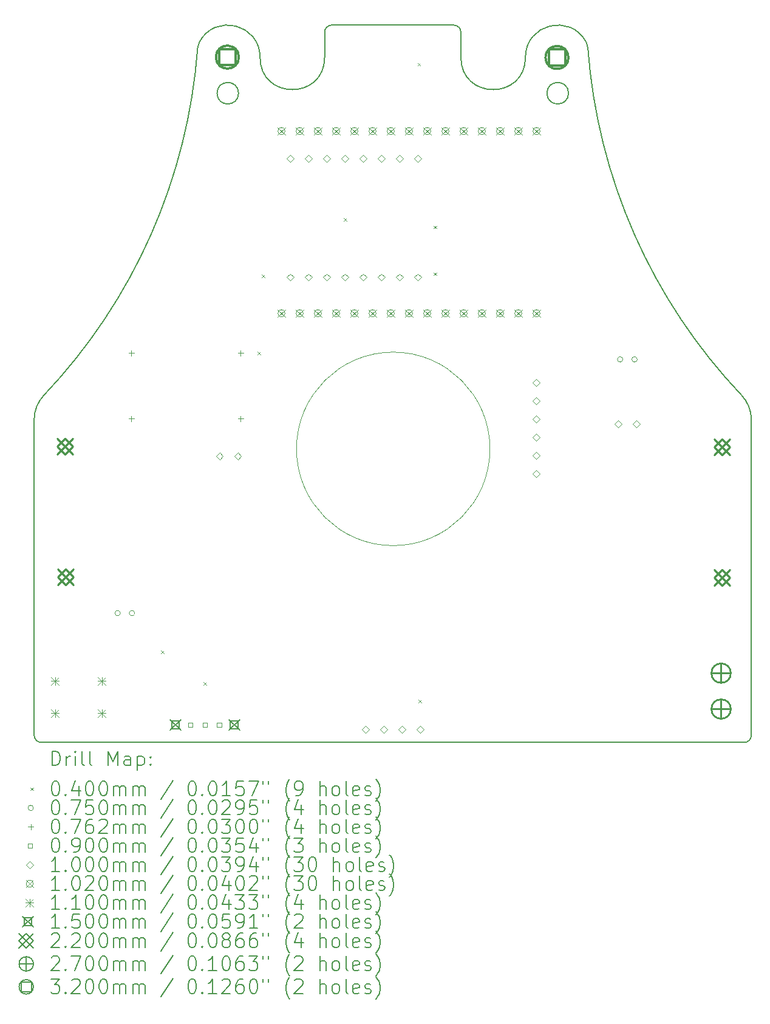
<source format=gbr>
%TF.GenerationSoftware,KiCad,Pcbnew,7.0.5*%
%TF.CreationDate,2023-08-10T19:34:15+02:00*%
%TF.ProjectId,Siguelineas,53696775-656c-4696-9e65-61732e6b6963,rev?*%
%TF.SameCoordinates,Original*%
%TF.FileFunction,Drillmap*%
%TF.FilePolarity,Positive*%
%FSLAX45Y45*%
G04 Gerber Fmt 4.5, Leading zero omitted, Abs format (unit mm)*
G04 Created by KiCad (PCBNEW 7.0.5) date 2023-08-10 19:34:15*
%MOMM*%
%LPD*%
G01*
G04 APERTURE LIST*
%ADD10C,0.200000*%
%ADD11C,0.100000*%
%ADD12C,0.040000*%
%ADD13C,0.075000*%
%ADD14C,0.076200*%
%ADD15C,0.090000*%
%ADD16C,0.102000*%
%ADD17C,0.110000*%
%ADD18C,0.150000*%
%ADD19C,0.220000*%
%ADD20C,0.270000*%
%ADD21C,0.320000*%
G04 APERTURE END LIST*
D10*
X17154245Y-4534951D02*
G75*
G03*
X19296211Y-9375225I7844360J577285D01*
G01*
X16883720Y-5166380D02*
G75*
G03*
X16883720Y-5166380I-150000J0D01*
G01*
X15383721Y-4316380D02*
G75*
G03*
X15283720Y-4216380I-100002J-2D01*
G01*
X15383720Y-4666380D02*
G75*
G03*
X16283720Y-4666380I450000J0D01*
G01*
X17131634Y-4456231D02*
G75*
G03*
X16283720Y-4666380I-397914J-210151D01*
G01*
X17154246Y-4534951D02*
G75*
G03*
X17131636Y-4456230I-199457J-14681D01*
G01*
X19433720Y-9719609D02*
X19433720Y-14116380D01*
X14433720Y-4216380D02*
X15283720Y-4216380D01*
X15383720Y-4316380D02*
X15383720Y-4666380D01*
X19333720Y-14216383D02*
G75*
G03*
X19433720Y-14116380I-1J100001D01*
G01*
X19333720Y-14216380D02*
X14433720Y-14216380D01*
X19433722Y-9719609D02*
G75*
G03*
X19296211Y-9375225I-500003J-3D01*
G01*
X12283720Y-5166380D02*
G75*
G03*
X12283720Y-5166380I-150000J0D01*
G01*
X13583720Y-4216383D02*
G75*
G03*
X13483720Y-4316380I-1J-99999D01*
G01*
X9571229Y-9375225D02*
G75*
G03*
X9433720Y-9719609I362491J-344384D01*
G01*
X11735805Y-4456230D02*
G75*
G03*
X11713195Y-4534951I176854J-93402D01*
G01*
X12583720Y-4666380D02*
G75*
G03*
X13483720Y-4666380I450000J0D01*
G01*
X9433720Y-14116380D02*
G75*
G03*
X9533720Y-14216380I100000J0D01*
G01*
X9571229Y-9375225D02*
G75*
G03*
X11713195Y-4534951I-5702393J5417558D01*
G01*
X12583720Y-4666380D02*
G75*
G03*
X11735804Y-4456230I-450000J0D01*
G01*
X13483720Y-4316380D02*
X13483720Y-4666380D01*
X9533720Y-14216380D02*
X14433720Y-14216380D01*
X14433720Y-4216380D02*
X13583720Y-4216380D01*
X9433720Y-9719609D02*
X9433720Y-14116380D01*
D11*
X15788810Y-10124440D02*
G75*
G03*
X15788810Y-10124440I-1348491J0D01*
G01*
D10*
D12*
X11204260Y-12934000D02*
X11244260Y-12974000D01*
X11244260Y-12934000D02*
X11204260Y-12974000D01*
X11793540Y-13373420D02*
X11833540Y-13413420D01*
X11833540Y-13373420D02*
X11793540Y-13413420D01*
X12550460Y-8773480D02*
X12590460Y-8813480D01*
X12590460Y-8773480D02*
X12550460Y-8813480D01*
X12608880Y-7696520D02*
X12648880Y-7736520D01*
X12648880Y-7696520D02*
X12608880Y-7736520D01*
X13748300Y-6906580D02*
X13788300Y-6946580D01*
X13788300Y-6906580D02*
X13748300Y-6946580D01*
X14780580Y-4745040D02*
X14820580Y-4785040D01*
X14820580Y-4745040D02*
X14780580Y-4785040D01*
X14790740Y-13622340D02*
X14830740Y-13662340D01*
X14830740Y-13622340D02*
X14790740Y-13662340D01*
X15004100Y-7013260D02*
X15044100Y-7053260D01*
X15044100Y-7013260D02*
X15004100Y-7053260D01*
X15006640Y-7666040D02*
X15046640Y-7706040D01*
X15046640Y-7666040D02*
X15006640Y-7706040D01*
D13*
X10635980Y-12414640D02*
G75*
G03*
X10635980Y-12414640I-37500J0D01*
G01*
X10835980Y-12414640D02*
G75*
G03*
X10835980Y-12414640I-37500J0D01*
G01*
X17642240Y-8877300D02*
G75*
G03*
X17642240Y-8877300I-37500J0D01*
G01*
X17842240Y-8877300D02*
G75*
G03*
X17842240Y-8877300I-37500J0D01*
G01*
D14*
X10789920Y-8750500D02*
X10789920Y-8826700D01*
X10751820Y-8788600D02*
X10828020Y-8788600D01*
X10789920Y-9664500D02*
X10789920Y-9740700D01*
X10751820Y-9702600D02*
X10828020Y-9702600D01*
X12313920Y-8750500D02*
X12313920Y-8826700D01*
X12275820Y-8788600D02*
X12352020Y-8788600D01*
X12313920Y-9664500D02*
X12313920Y-9740700D01*
X12275820Y-9702600D02*
X12352020Y-9702600D01*
D15*
X11645360Y-14005020D02*
X11645360Y-13941380D01*
X11581720Y-13941380D01*
X11581720Y-14005020D01*
X11645360Y-14005020D01*
X11845360Y-14005020D02*
X11845360Y-13941380D01*
X11781720Y-13941380D01*
X11781720Y-14005020D01*
X11845360Y-14005020D01*
X12045360Y-14005020D02*
X12045360Y-13941380D01*
X11981720Y-13941380D01*
X11981720Y-14005020D01*
X12045360Y-14005020D01*
D11*
X12018780Y-10276040D02*
X12068780Y-10226040D01*
X12018780Y-10176040D01*
X11968780Y-10226040D01*
X12018780Y-10276040D01*
X12272780Y-10276040D02*
X12322780Y-10226040D01*
X12272780Y-10176040D01*
X12222780Y-10226040D01*
X12272780Y-10276040D01*
X13003760Y-7781800D02*
X13053760Y-7731800D01*
X13003760Y-7681800D01*
X12953760Y-7731800D01*
X13003760Y-7781800D01*
X13006300Y-6128260D02*
X13056300Y-6078260D01*
X13006300Y-6028260D01*
X12956300Y-6078260D01*
X13006300Y-6128260D01*
X13257760Y-7781800D02*
X13307760Y-7731800D01*
X13257760Y-7681800D01*
X13207760Y-7731800D01*
X13257760Y-7781800D01*
X13260300Y-6128260D02*
X13310300Y-6078260D01*
X13260300Y-6028260D01*
X13210300Y-6078260D01*
X13260300Y-6128260D01*
X13511760Y-7781800D02*
X13561760Y-7731800D01*
X13511760Y-7681800D01*
X13461760Y-7731800D01*
X13511760Y-7781800D01*
X13514300Y-6128260D02*
X13564300Y-6078260D01*
X13514300Y-6028260D01*
X13464300Y-6078260D01*
X13514300Y-6128260D01*
X13765760Y-7781800D02*
X13815760Y-7731800D01*
X13765760Y-7681800D01*
X13715760Y-7731800D01*
X13765760Y-7781800D01*
X13768300Y-6128260D02*
X13818300Y-6078260D01*
X13768300Y-6028260D01*
X13718300Y-6078260D01*
X13768300Y-6128260D01*
X14019760Y-7781800D02*
X14069760Y-7731800D01*
X14019760Y-7681800D01*
X13969760Y-7731800D01*
X14019760Y-7781800D01*
X14022300Y-6128260D02*
X14072300Y-6078260D01*
X14022300Y-6028260D01*
X13972300Y-6078260D01*
X14022300Y-6128260D01*
X14053720Y-14083500D02*
X14103720Y-14033500D01*
X14053720Y-13983500D01*
X14003720Y-14033500D01*
X14053720Y-14083500D01*
X14273760Y-7781800D02*
X14323760Y-7731800D01*
X14273760Y-7681800D01*
X14223760Y-7731800D01*
X14273760Y-7781800D01*
X14276300Y-6128260D02*
X14326300Y-6078260D01*
X14276300Y-6028260D01*
X14226300Y-6078260D01*
X14276300Y-6128260D01*
X14307720Y-14083500D02*
X14357720Y-14033500D01*
X14307720Y-13983500D01*
X14257720Y-14033500D01*
X14307720Y-14083500D01*
X14527760Y-7781800D02*
X14577760Y-7731800D01*
X14527760Y-7681800D01*
X14477760Y-7731800D01*
X14527760Y-7781800D01*
X14530300Y-6128260D02*
X14580300Y-6078260D01*
X14530300Y-6028260D01*
X14480300Y-6078260D01*
X14530300Y-6128260D01*
X14561720Y-14083500D02*
X14611720Y-14033500D01*
X14561720Y-13983500D01*
X14511720Y-14033500D01*
X14561720Y-14083500D01*
X14781760Y-7781800D02*
X14831760Y-7731800D01*
X14781760Y-7681800D01*
X14731760Y-7731800D01*
X14781760Y-7781800D01*
X14784300Y-6128260D02*
X14834300Y-6078260D01*
X14784300Y-6028260D01*
X14734300Y-6078260D01*
X14784300Y-6128260D01*
X14815720Y-14083500D02*
X14865720Y-14033500D01*
X14815720Y-13983500D01*
X14765720Y-14033500D01*
X14815720Y-14083500D01*
X16433760Y-9249840D02*
X16483760Y-9199840D01*
X16433760Y-9149840D01*
X16383760Y-9199840D01*
X16433760Y-9249840D01*
X16433760Y-9503840D02*
X16483760Y-9453840D01*
X16433760Y-9403840D01*
X16383760Y-9453840D01*
X16433760Y-9503840D01*
X16433760Y-9757840D02*
X16483760Y-9707840D01*
X16433760Y-9657840D01*
X16383760Y-9707840D01*
X16433760Y-9757840D01*
X16433760Y-10011840D02*
X16483760Y-9961840D01*
X16433760Y-9911840D01*
X16383760Y-9961840D01*
X16433760Y-10011840D01*
X16433760Y-10265840D02*
X16483760Y-10215840D01*
X16433760Y-10165840D01*
X16383760Y-10215840D01*
X16433760Y-10265840D01*
X16433760Y-10519840D02*
X16483760Y-10469840D01*
X16433760Y-10419840D01*
X16383760Y-10469840D01*
X16433760Y-10519840D01*
X17576800Y-9826460D02*
X17626800Y-9776460D01*
X17576800Y-9726460D01*
X17526800Y-9776460D01*
X17576800Y-9826460D01*
X17830800Y-9826460D02*
X17880800Y-9776460D01*
X17830800Y-9726460D01*
X17780800Y-9776460D01*
X17830800Y-9826460D01*
D16*
X12831220Y-5643680D02*
X12933220Y-5745680D01*
X12933220Y-5643680D02*
X12831220Y-5745680D01*
X12933220Y-5694680D02*
G75*
G03*
X12933220Y-5694680I-51000J0D01*
G01*
X12831220Y-8183680D02*
X12933220Y-8285680D01*
X12933220Y-8183680D02*
X12831220Y-8285680D01*
X12933220Y-8234680D02*
G75*
G03*
X12933220Y-8234680I-51000J0D01*
G01*
X13085220Y-5643680D02*
X13187220Y-5745680D01*
X13187220Y-5643680D02*
X13085220Y-5745680D01*
X13187220Y-5694680D02*
G75*
G03*
X13187220Y-5694680I-51000J0D01*
G01*
X13085220Y-8183680D02*
X13187220Y-8285680D01*
X13187220Y-8183680D02*
X13085220Y-8285680D01*
X13187220Y-8234680D02*
G75*
G03*
X13187220Y-8234680I-51000J0D01*
G01*
X13339220Y-5643680D02*
X13441220Y-5745680D01*
X13441220Y-5643680D02*
X13339220Y-5745680D01*
X13441220Y-5694680D02*
G75*
G03*
X13441220Y-5694680I-51000J0D01*
G01*
X13339220Y-8183680D02*
X13441220Y-8285680D01*
X13441220Y-8183680D02*
X13339220Y-8285680D01*
X13441220Y-8234680D02*
G75*
G03*
X13441220Y-8234680I-51000J0D01*
G01*
X13593220Y-5643680D02*
X13695220Y-5745680D01*
X13695220Y-5643680D02*
X13593220Y-5745680D01*
X13695220Y-5694680D02*
G75*
G03*
X13695220Y-5694680I-51000J0D01*
G01*
X13593220Y-8183680D02*
X13695220Y-8285680D01*
X13695220Y-8183680D02*
X13593220Y-8285680D01*
X13695220Y-8234680D02*
G75*
G03*
X13695220Y-8234680I-51000J0D01*
G01*
X13847220Y-5643680D02*
X13949220Y-5745680D01*
X13949220Y-5643680D02*
X13847220Y-5745680D01*
X13949220Y-5694680D02*
G75*
G03*
X13949220Y-5694680I-51000J0D01*
G01*
X13847220Y-8183680D02*
X13949220Y-8285680D01*
X13949220Y-8183680D02*
X13847220Y-8285680D01*
X13949220Y-8234680D02*
G75*
G03*
X13949220Y-8234680I-51000J0D01*
G01*
X14101220Y-5643680D02*
X14203220Y-5745680D01*
X14203220Y-5643680D02*
X14101220Y-5745680D01*
X14203220Y-5694680D02*
G75*
G03*
X14203220Y-5694680I-51000J0D01*
G01*
X14101220Y-8183680D02*
X14203220Y-8285680D01*
X14203220Y-8183680D02*
X14101220Y-8285680D01*
X14203220Y-8234680D02*
G75*
G03*
X14203220Y-8234680I-51000J0D01*
G01*
X14355220Y-5643680D02*
X14457220Y-5745680D01*
X14457220Y-5643680D02*
X14355220Y-5745680D01*
X14457220Y-5694680D02*
G75*
G03*
X14457220Y-5694680I-51000J0D01*
G01*
X14355220Y-8183680D02*
X14457220Y-8285680D01*
X14457220Y-8183680D02*
X14355220Y-8285680D01*
X14457220Y-8234680D02*
G75*
G03*
X14457220Y-8234680I-51000J0D01*
G01*
X14609220Y-5643680D02*
X14711220Y-5745680D01*
X14711220Y-5643680D02*
X14609220Y-5745680D01*
X14711220Y-5694680D02*
G75*
G03*
X14711220Y-5694680I-51000J0D01*
G01*
X14609220Y-8183680D02*
X14711220Y-8285680D01*
X14711220Y-8183680D02*
X14609220Y-8285680D01*
X14711220Y-8234680D02*
G75*
G03*
X14711220Y-8234680I-51000J0D01*
G01*
X14863220Y-5643680D02*
X14965220Y-5745680D01*
X14965220Y-5643680D02*
X14863220Y-5745680D01*
X14965220Y-5694680D02*
G75*
G03*
X14965220Y-5694680I-51000J0D01*
G01*
X14863220Y-8183680D02*
X14965220Y-8285680D01*
X14965220Y-8183680D02*
X14863220Y-8285680D01*
X14965220Y-8234680D02*
G75*
G03*
X14965220Y-8234680I-51000J0D01*
G01*
X15117220Y-5643680D02*
X15219220Y-5745680D01*
X15219220Y-5643680D02*
X15117220Y-5745680D01*
X15219220Y-5694680D02*
G75*
G03*
X15219220Y-5694680I-51000J0D01*
G01*
X15117220Y-8183680D02*
X15219220Y-8285680D01*
X15219220Y-8183680D02*
X15117220Y-8285680D01*
X15219220Y-8234680D02*
G75*
G03*
X15219220Y-8234680I-51000J0D01*
G01*
X15371220Y-5643680D02*
X15473220Y-5745680D01*
X15473220Y-5643680D02*
X15371220Y-5745680D01*
X15473220Y-5694680D02*
G75*
G03*
X15473220Y-5694680I-51000J0D01*
G01*
X15371220Y-8183680D02*
X15473220Y-8285680D01*
X15473220Y-8183680D02*
X15371220Y-8285680D01*
X15473220Y-8234680D02*
G75*
G03*
X15473220Y-8234680I-51000J0D01*
G01*
X15625220Y-5643680D02*
X15727220Y-5745680D01*
X15727220Y-5643680D02*
X15625220Y-5745680D01*
X15727220Y-5694680D02*
G75*
G03*
X15727220Y-5694680I-51000J0D01*
G01*
X15625220Y-8183680D02*
X15727220Y-8285680D01*
X15727220Y-8183680D02*
X15625220Y-8285680D01*
X15727220Y-8234680D02*
G75*
G03*
X15727220Y-8234680I-51000J0D01*
G01*
X15879220Y-5643680D02*
X15981220Y-5745680D01*
X15981220Y-5643680D02*
X15879220Y-5745680D01*
X15981220Y-5694680D02*
G75*
G03*
X15981220Y-5694680I-51000J0D01*
G01*
X15879220Y-8183680D02*
X15981220Y-8285680D01*
X15981220Y-8183680D02*
X15879220Y-8285680D01*
X15981220Y-8234680D02*
G75*
G03*
X15981220Y-8234680I-51000J0D01*
G01*
X16133220Y-5643680D02*
X16235220Y-5745680D01*
X16235220Y-5643680D02*
X16133220Y-5745680D01*
X16235220Y-5694680D02*
G75*
G03*
X16235220Y-5694680I-51000J0D01*
G01*
X16133220Y-8183680D02*
X16235220Y-8285680D01*
X16235220Y-8183680D02*
X16133220Y-8285680D01*
X16235220Y-8234680D02*
G75*
G03*
X16235220Y-8234680I-51000J0D01*
G01*
X16387220Y-5643680D02*
X16489220Y-5745680D01*
X16489220Y-5643680D02*
X16387220Y-5745680D01*
X16489220Y-5694680D02*
G75*
G03*
X16489220Y-5694680I-51000J0D01*
G01*
X16387220Y-8183680D02*
X16489220Y-8285680D01*
X16489220Y-8183680D02*
X16387220Y-8285680D01*
X16489220Y-8234680D02*
G75*
G03*
X16489220Y-8234680I-51000J0D01*
G01*
D17*
X9673320Y-13303920D02*
X9783320Y-13413920D01*
X9783320Y-13303920D02*
X9673320Y-13413920D01*
X9728320Y-13303920D02*
X9728320Y-13413920D01*
X9673320Y-13358920D02*
X9783320Y-13358920D01*
X9673320Y-13753920D02*
X9783320Y-13863920D01*
X9783320Y-13753920D02*
X9673320Y-13863920D01*
X9728320Y-13753920D02*
X9728320Y-13863920D01*
X9673320Y-13808920D02*
X9783320Y-13808920D01*
X10323320Y-13303920D02*
X10433320Y-13413920D01*
X10433320Y-13303920D02*
X10323320Y-13413920D01*
X10378320Y-13303920D02*
X10378320Y-13413920D01*
X10323320Y-13358920D02*
X10433320Y-13358920D01*
X10323320Y-13753920D02*
X10433320Y-13863920D01*
X10433320Y-13753920D02*
X10323320Y-13863920D01*
X10378320Y-13753920D02*
X10378320Y-13863920D01*
X10323320Y-13808920D02*
X10433320Y-13808920D01*
D18*
X11328540Y-13898200D02*
X11478540Y-14048200D01*
X11478540Y-13898200D02*
X11328540Y-14048200D01*
X11456573Y-14026233D02*
X11456573Y-13920166D01*
X11350506Y-13920166D01*
X11350506Y-14026233D01*
X11456573Y-14026233D01*
X12148540Y-13898200D02*
X12298540Y-14048200D01*
X12298540Y-13898200D02*
X12148540Y-14048200D01*
X12276573Y-14026233D02*
X12276573Y-13920166D01*
X12170506Y-13920166D01*
X12170506Y-14026233D01*
X12276573Y-14026233D01*
D19*
X9755980Y-9980280D02*
X9975980Y-10200280D01*
X9975980Y-9980280D02*
X9755980Y-10200280D01*
X9865980Y-10200280D02*
X9975980Y-10090280D01*
X9865980Y-9980280D01*
X9755980Y-10090280D01*
X9865980Y-10200280D01*
X9758520Y-11804000D02*
X9978520Y-12024000D01*
X9978520Y-11804000D02*
X9758520Y-12024000D01*
X9868520Y-12024000D02*
X9978520Y-11914000D01*
X9868520Y-11804000D01*
X9758520Y-11914000D01*
X9868520Y-12024000D01*
X18911440Y-9988760D02*
X19131440Y-10208760D01*
X19131440Y-9988760D02*
X18911440Y-10208760D01*
X19021440Y-10208760D02*
X19131440Y-10098760D01*
X19021440Y-9988760D01*
X18911440Y-10098760D01*
X19021440Y-10208760D01*
X18913980Y-11812480D02*
X19133980Y-12032480D01*
X19133980Y-11812480D02*
X18913980Y-12032480D01*
X19023980Y-12032480D02*
X19133980Y-11922480D01*
X19023980Y-11812480D01*
X18913980Y-11922480D01*
X19023980Y-12032480D01*
D20*
X19011900Y-13116560D02*
X19011900Y-13386560D01*
X18876900Y-13251560D02*
X19146900Y-13251560D01*
X19146900Y-13251560D02*
G75*
G03*
X19146900Y-13251560I-135000J0D01*
G01*
X19011900Y-13616560D02*
X19011900Y-13886560D01*
X18876900Y-13751560D02*
X19146900Y-13751560D01*
X19146900Y-13751560D02*
G75*
G03*
X19146900Y-13751560I-135000J0D01*
G01*
D21*
X12241638Y-4776578D02*
X12241638Y-4550302D01*
X12015362Y-4550302D01*
X12015362Y-4776578D01*
X12241638Y-4776578D01*
X12288500Y-4663440D02*
G75*
G03*
X12288500Y-4663440I-160000J0D01*
G01*
X16836498Y-4781658D02*
X16836498Y-4555382D01*
X16610222Y-4555382D01*
X16610222Y-4781658D01*
X16836498Y-4781658D01*
X16883360Y-4668520D02*
G75*
G03*
X16883360Y-4668520I-160000J0D01*
G01*
D10*
X9684497Y-14537864D02*
X9684497Y-14337864D01*
X9684497Y-14337864D02*
X9732116Y-14337864D01*
X9732116Y-14337864D02*
X9760687Y-14347388D01*
X9760687Y-14347388D02*
X9779735Y-14366435D01*
X9779735Y-14366435D02*
X9789259Y-14385483D01*
X9789259Y-14385483D02*
X9798783Y-14423578D01*
X9798783Y-14423578D02*
X9798783Y-14452149D01*
X9798783Y-14452149D02*
X9789259Y-14490245D01*
X9789259Y-14490245D02*
X9779735Y-14509292D01*
X9779735Y-14509292D02*
X9760687Y-14528340D01*
X9760687Y-14528340D02*
X9732116Y-14537864D01*
X9732116Y-14537864D02*
X9684497Y-14537864D01*
X9884497Y-14537864D02*
X9884497Y-14404530D01*
X9884497Y-14442626D02*
X9894021Y-14423578D01*
X9894021Y-14423578D02*
X9903544Y-14414054D01*
X9903544Y-14414054D02*
X9922592Y-14404530D01*
X9922592Y-14404530D02*
X9941640Y-14404530D01*
X10008306Y-14537864D02*
X10008306Y-14404530D01*
X10008306Y-14337864D02*
X9998783Y-14347388D01*
X9998783Y-14347388D02*
X10008306Y-14356911D01*
X10008306Y-14356911D02*
X10017830Y-14347388D01*
X10017830Y-14347388D02*
X10008306Y-14337864D01*
X10008306Y-14337864D02*
X10008306Y-14356911D01*
X10132116Y-14537864D02*
X10113068Y-14528340D01*
X10113068Y-14528340D02*
X10103544Y-14509292D01*
X10103544Y-14509292D02*
X10103544Y-14337864D01*
X10236878Y-14537864D02*
X10217830Y-14528340D01*
X10217830Y-14528340D02*
X10208306Y-14509292D01*
X10208306Y-14509292D02*
X10208306Y-14337864D01*
X10465449Y-14537864D02*
X10465449Y-14337864D01*
X10465449Y-14337864D02*
X10532116Y-14480721D01*
X10532116Y-14480721D02*
X10598783Y-14337864D01*
X10598783Y-14337864D02*
X10598783Y-14537864D01*
X10779735Y-14537864D02*
X10779735Y-14433102D01*
X10779735Y-14433102D02*
X10770211Y-14414054D01*
X10770211Y-14414054D02*
X10751164Y-14404530D01*
X10751164Y-14404530D02*
X10713068Y-14404530D01*
X10713068Y-14404530D02*
X10694021Y-14414054D01*
X10779735Y-14528340D02*
X10760687Y-14537864D01*
X10760687Y-14537864D02*
X10713068Y-14537864D01*
X10713068Y-14537864D02*
X10694021Y-14528340D01*
X10694021Y-14528340D02*
X10684497Y-14509292D01*
X10684497Y-14509292D02*
X10684497Y-14490245D01*
X10684497Y-14490245D02*
X10694021Y-14471197D01*
X10694021Y-14471197D02*
X10713068Y-14461673D01*
X10713068Y-14461673D02*
X10760687Y-14461673D01*
X10760687Y-14461673D02*
X10779735Y-14452149D01*
X10874973Y-14404530D02*
X10874973Y-14604530D01*
X10874973Y-14414054D02*
X10894021Y-14404530D01*
X10894021Y-14404530D02*
X10932116Y-14404530D01*
X10932116Y-14404530D02*
X10951164Y-14414054D01*
X10951164Y-14414054D02*
X10960687Y-14423578D01*
X10960687Y-14423578D02*
X10970211Y-14442626D01*
X10970211Y-14442626D02*
X10970211Y-14499768D01*
X10970211Y-14499768D02*
X10960687Y-14518816D01*
X10960687Y-14518816D02*
X10951164Y-14528340D01*
X10951164Y-14528340D02*
X10932116Y-14537864D01*
X10932116Y-14537864D02*
X10894021Y-14537864D01*
X10894021Y-14537864D02*
X10874973Y-14528340D01*
X11055925Y-14518816D02*
X11065449Y-14528340D01*
X11065449Y-14528340D02*
X11055925Y-14537864D01*
X11055925Y-14537864D02*
X11046402Y-14528340D01*
X11046402Y-14528340D02*
X11055925Y-14518816D01*
X11055925Y-14518816D02*
X11055925Y-14537864D01*
X11055925Y-14414054D02*
X11065449Y-14423578D01*
X11065449Y-14423578D02*
X11055925Y-14433102D01*
X11055925Y-14433102D02*
X11046402Y-14423578D01*
X11046402Y-14423578D02*
X11055925Y-14414054D01*
X11055925Y-14414054D02*
X11055925Y-14433102D01*
D12*
X9383720Y-14846380D02*
X9423720Y-14886380D01*
X9423720Y-14846380D02*
X9383720Y-14886380D01*
D10*
X9722592Y-14757864D02*
X9741640Y-14757864D01*
X9741640Y-14757864D02*
X9760687Y-14767388D01*
X9760687Y-14767388D02*
X9770211Y-14776911D01*
X9770211Y-14776911D02*
X9779735Y-14795959D01*
X9779735Y-14795959D02*
X9789259Y-14834054D01*
X9789259Y-14834054D02*
X9789259Y-14881673D01*
X9789259Y-14881673D02*
X9779735Y-14919768D01*
X9779735Y-14919768D02*
X9770211Y-14938816D01*
X9770211Y-14938816D02*
X9760687Y-14948340D01*
X9760687Y-14948340D02*
X9741640Y-14957864D01*
X9741640Y-14957864D02*
X9722592Y-14957864D01*
X9722592Y-14957864D02*
X9703544Y-14948340D01*
X9703544Y-14948340D02*
X9694021Y-14938816D01*
X9694021Y-14938816D02*
X9684497Y-14919768D01*
X9684497Y-14919768D02*
X9674973Y-14881673D01*
X9674973Y-14881673D02*
X9674973Y-14834054D01*
X9674973Y-14834054D02*
X9684497Y-14795959D01*
X9684497Y-14795959D02*
X9694021Y-14776911D01*
X9694021Y-14776911D02*
X9703544Y-14767388D01*
X9703544Y-14767388D02*
X9722592Y-14757864D01*
X9874973Y-14938816D02*
X9884497Y-14948340D01*
X9884497Y-14948340D02*
X9874973Y-14957864D01*
X9874973Y-14957864D02*
X9865449Y-14948340D01*
X9865449Y-14948340D02*
X9874973Y-14938816D01*
X9874973Y-14938816D02*
X9874973Y-14957864D01*
X10055925Y-14824530D02*
X10055925Y-14957864D01*
X10008306Y-14748340D02*
X9960687Y-14891197D01*
X9960687Y-14891197D02*
X10084497Y-14891197D01*
X10198783Y-14757864D02*
X10217830Y-14757864D01*
X10217830Y-14757864D02*
X10236878Y-14767388D01*
X10236878Y-14767388D02*
X10246402Y-14776911D01*
X10246402Y-14776911D02*
X10255925Y-14795959D01*
X10255925Y-14795959D02*
X10265449Y-14834054D01*
X10265449Y-14834054D02*
X10265449Y-14881673D01*
X10265449Y-14881673D02*
X10255925Y-14919768D01*
X10255925Y-14919768D02*
X10246402Y-14938816D01*
X10246402Y-14938816D02*
X10236878Y-14948340D01*
X10236878Y-14948340D02*
X10217830Y-14957864D01*
X10217830Y-14957864D02*
X10198783Y-14957864D01*
X10198783Y-14957864D02*
X10179735Y-14948340D01*
X10179735Y-14948340D02*
X10170211Y-14938816D01*
X10170211Y-14938816D02*
X10160687Y-14919768D01*
X10160687Y-14919768D02*
X10151164Y-14881673D01*
X10151164Y-14881673D02*
X10151164Y-14834054D01*
X10151164Y-14834054D02*
X10160687Y-14795959D01*
X10160687Y-14795959D02*
X10170211Y-14776911D01*
X10170211Y-14776911D02*
X10179735Y-14767388D01*
X10179735Y-14767388D02*
X10198783Y-14757864D01*
X10389259Y-14757864D02*
X10408306Y-14757864D01*
X10408306Y-14757864D02*
X10427354Y-14767388D01*
X10427354Y-14767388D02*
X10436878Y-14776911D01*
X10436878Y-14776911D02*
X10446402Y-14795959D01*
X10446402Y-14795959D02*
X10455925Y-14834054D01*
X10455925Y-14834054D02*
X10455925Y-14881673D01*
X10455925Y-14881673D02*
X10446402Y-14919768D01*
X10446402Y-14919768D02*
X10436878Y-14938816D01*
X10436878Y-14938816D02*
X10427354Y-14948340D01*
X10427354Y-14948340D02*
X10408306Y-14957864D01*
X10408306Y-14957864D02*
X10389259Y-14957864D01*
X10389259Y-14957864D02*
X10370211Y-14948340D01*
X10370211Y-14948340D02*
X10360687Y-14938816D01*
X10360687Y-14938816D02*
X10351164Y-14919768D01*
X10351164Y-14919768D02*
X10341640Y-14881673D01*
X10341640Y-14881673D02*
X10341640Y-14834054D01*
X10341640Y-14834054D02*
X10351164Y-14795959D01*
X10351164Y-14795959D02*
X10360687Y-14776911D01*
X10360687Y-14776911D02*
X10370211Y-14767388D01*
X10370211Y-14767388D02*
X10389259Y-14757864D01*
X10541640Y-14957864D02*
X10541640Y-14824530D01*
X10541640Y-14843578D02*
X10551164Y-14834054D01*
X10551164Y-14834054D02*
X10570211Y-14824530D01*
X10570211Y-14824530D02*
X10598783Y-14824530D01*
X10598783Y-14824530D02*
X10617830Y-14834054D01*
X10617830Y-14834054D02*
X10627354Y-14853102D01*
X10627354Y-14853102D02*
X10627354Y-14957864D01*
X10627354Y-14853102D02*
X10636878Y-14834054D01*
X10636878Y-14834054D02*
X10655925Y-14824530D01*
X10655925Y-14824530D02*
X10684497Y-14824530D01*
X10684497Y-14824530D02*
X10703545Y-14834054D01*
X10703545Y-14834054D02*
X10713068Y-14853102D01*
X10713068Y-14853102D02*
X10713068Y-14957864D01*
X10808306Y-14957864D02*
X10808306Y-14824530D01*
X10808306Y-14843578D02*
X10817830Y-14834054D01*
X10817830Y-14834054D02*
X10836878Y-14824530D01*
X10836878Y-14824530D02*
X10865449Y-14824530D01*
X10865449Y-14824530D02*
X10884497Y-14834054D01*
X10884497Y-14834054D02*
X10894021Y-14853102D01*
X10894021Y-14853102D02*
X10894021Y-14957864D01*
X10894021Y-14853102D02*
X10903545Y-14834054D01*
X10903545Y-14834054D02*
X10922592Y-14824530D01*
X10922592Y-14824530D02*
X10951164Y-14824530D01*
X10951164Y-14824530D02*
X10970211Y-14834054D01*
X10970211Y-14834054D02*
X10979735Y-14853102D01*
X10979735Y-14853102D02*
X10979735Y-14957864D01*
X11370211Y-14748340D02*
X11198783Y-15005483D01*
X11627354Y-14757864D02*
X11646402Y-14757864D01*
X11646402Y-14757864D02*
X11665449Y-14767388D01*
X11665449Y-14767388D02*
X11674973Y-14776911D01*
X11674973Y-14776911D02*
X11684497Y-14795959D01*
X11684497Y-14795959D02*
X11694021Y-14834054D01*
X11694021Y-14834054D02*
X11694021Y-14881673D01*
X11694021Y-14881673D02*
X11684497Y-14919768D01*
X11684497Y-14919768D02*
X11674973Y-14938816D01*
X11674973Y-14938816D02*
X11665449Y-14948340D01*
X11665449Y-14948340D02*
X11646402Y-14957864D01*
X11646402Y-14957864D02*
X11627354Y-14957864D01*
X11627354Y-14957864D02*
X11608306Y-14948340D01*
X11608306Y-14948340D02*
X11598783Y-14938816D01*
X11598783Y-14938816D02*
X11589259Y-14919768D01*
X11589259Y-14919768D02*
X11579735Y-14881673D01*
X11579735Y-14881673D02*
X11579735Y-14834054D01*
X11579735Y-14834054D02*
X11589259Y-14795959D01*
X11589259Y-14795959D02*
X11598783Y-14776911D01*
X11598783Y-14776911D02*
X11608306Y-14767388D01*
X11608306Y-14767388D02*
X11627354Y-14757864D01*
X11779735Y-14938816D02*
X11789259Y-14948340D01*
X11789259Y-14948340D02*
X11779735Y-14957864D01*
X11779735Y-14957864D02*
X11770211Y-14948340D01*
X11770211Y-14948340D02*
X11779735Y-14938816D01*
X11779735Y-14938816D02*
X11779735Y-14957864D01*
X11913068Y-14757864D02*
X11932116Y-14757864D01*
X11932116Y-14757864D02*
X11951164Y-14767388D01*
X11951164Y-14767388D02*
X11960687Y-14776911D01*
X11960687Y-14776911D02*
X11970211Y-14795959D01*
X11970211Y-14795959D02*
X11979735Y-14834054D01*
X11979735Y-14834054D02*
X11979735Y-14881673D01*
X11979735Y-14881673D02*
X11970211Y-14919768D01*
X11970211Y-14919768D02*
X11960687Y-14938816D01*
X11960687Y-14938816D02*
X11951164Y-14948340D01*
X11951164Y-14948340D02*
X11932116Y-14957864D01*
X11932116Y-14957864D02*
X11913068Y-14957864D01*
X11913068Y-14957864D02*
X11894021Y-14948340D01*
X11894021Y-14948340D02*
X11884497Y-14938816D01*
X11884497Y-14938816D02*
X11874973Y-14919768D01*
X11874973Y-14919768D02*
X11865449Y-14881673D01*
X11865449Y-14881673D02*
X11865449Y-14834054D01*
X11865449Y-14834054D02*
X11874973Y-14795959D01*
X11874973Y-14795959D02*
X11884497Y-14776911D01*
X11884497Y-14776911D02*
X11894021Y-14767388D01*
X11894021Y-14767388D02*
X11913068Y-14757864D01*
X12170211Y-14957864D02*
X12055926Y-14957864D01*
X12113068Y-14957864D02*
X12113068Y-14757864D01*
X12113068Y-14757864D02*
X12094021Y-14786435D01*
X12094021Y-14786435D02*
X12074973Y-14805483D01*
X12074973Y-14805483D02*
X12055926Y-14815007D01*
X12351164Y-14757864D02*
X12255926Y-14757864D01*
X12255926Y-14757864D02*
X12246402Y-14853102D01*
X12246402Y-14853102D02*
X12255926Y-14843578D01*
X12255926Y-14843578D02*
X12274973Y-14834054D01*
X12274973Y-14834054D02*
X12322592Y-14834054D01*
X12322592Y-14834054D02*
X12341640Y-14843578D01*
X12341640Y-14843578D02*
X12351164Y-14853102D01*
X12351164Y-14853102D02*
X12360687Y-14872149D01*
X12360687Y-14872149D02*
X12360687Y-14919768D01*
X12360687Y-14919768D02*
X12351164Y-14938816D01*
X12351164Y-14938816D02*
X12341640Y-14948340D01*
X12341640Y-14948340D02*
X12322592Y-14957864D01*
X12322592Y-14957864D02*
X12274973Y-14957864D01*
X12274973Y-14957864D02*
X12255926Y-14948340D01*
X12255926Y-14948340D02*
X12246402Y-14938816D01*
X12427354Y-14757864D02*
X12560687Y-14757864D01*
X12560687Y-14757864D02*
X12474973Y-14957864D01*
X12627354Y-14757864D02*
X12627354Y-14795959D01*
X12703545Y-14757864D02*
X12703545Y-14795959D01*
X12998783Y-15034054D02*
X12989259Y-15024530D01*
X12989259Y-15024530D02*
X12970211Y-14995959D01*
X12970211Y-14995959D02*
X12960688Y-14976911D01*
X12960688Y-14976911D02*
X12951164Y-14948340D01*
X12951164Y-14948340D02*
X12941640Y-14900721D01*
X12941640Y-14900721D02*
X12941640Y-14862626D01*
X12941640Y-14862626D02*
X12951164Y-14815007D01*
X12951164Y-14815007D02*
X12960688Y-14786435D01*
X12960688Y-14786435D02*
X12970211Y-14767388D01*
X12970211Y-14767388D02*
X12989259Y-14738816D01*
X12989259Y-14738816D02*
X12998783Y-14729292D01*
X13084497Y-14957864D02*
X13122592Y-14957864D01*
X13122592Y-14957864D02*
X13141640Y-14948340D01*
X13141640Y-14948340D02*
X13151164Y-14938816D01*
X13151164Y-14938816D02*
X13170211Y-14910245D01*
X13170211Y-14910245D02*
X13179735Y-14872149D01*
X13179735Y-14872149D02*
X13179735Y-14795959D01*
X13179735Y-14795959D02*
X13170211Y-14776911D01*
X13170211Y-14776911D02*
X13160688Y-14767388D01*
X13160688Y-14767388D02*
X13141640Y-14757864D01*
X13141640Y-14757864D02*
X13103545Y-14757864D01*
X13103545Y-14757864D02*
X13084497Y-14767388D01*
X13084497Y-14767388D02*
X13074973Y-14776911D01*
X13074973Y-14776911D02*
X13065449Y-14795959D01*
X13065449Y-14795959D02*
X13065449Y-14843578D01*
X13065449Y-14843578D02*
X13074973Y-14862626D01*
X13074973Y-14862626D02*
X13084497Y-14872149D01*
X13084497Y-14872149D02*
X13103545Y-14881673D01*
X13103545Y-14881673D02*
X13141640Y-14881673D01*
X13141640Y-14881673D02*
X13160688Y-14872149D01*
X13160688Y-14872149D02*
X13170211Y-14862626D01*
X13170211Y-14862626D02*
X13179735Y-14843578D01*
X13417830Y-14957864D02*
X13417830Y-14757864D01*
X13503545Y-14957864D02*
X13503545Y-14853102D01*
X13503545Y-14853102D02*
X13494021Y-14834054D01*
X13494021Y-14834054D02*
X13474973Y-14824530D01*
X13474973Y-14824530D02*
X13446402Y-14824530D01*
X13446402Y-14824530D02*
X13427354Y-14834054D01*
X13427354Y-14834054D02*
X13417830Y-14843578D01*
X13627354Y-14957864D02*
X13608307Y-14948340D01*
X13608307Y-14948340D02*
X13598783Y-14938816D01*
X13598783Y-14938816D02*
X13589259Y-14919768D01*
X13589259Y-14919768D02*
X13589259Y-14862626D01*
X13589259Y-14862626D02*
X13598783Y-14843578D01*
X13598783Y-14843578D02*
X13608307Y-14834054D01*
X13608307Y-14834054D02*
X13627354Y-14824530D01*
X13627354Y-14824530D02*
X13655926Y-14824530D01*
X13655926Y-14824530D02*
X13674973Y-14834054D01*
X13674973Y-14834054D02*
X13684497Y-14843578D01*
X13684497Y-14843578D02*
X13694021Y-14862626D01*
X13694021Y-14862626D02*
X13694021Y-14919768D01*
X13694021Y-14919768D02*
X13684497Y-14938816D01*
X13684497Y-14938816D02*
X13674973Y-14948340D01*
X13674973Y-14948340D02*
X13655926Y-14957864D01*
X13655926Y-14957864D02*
X13627354Y-14957864D01*
X13808307Y-14957864D02*
X13789259Y-14948340D01*
X13789259Y-14948340D02*
X13779735Y-14929292D01*
X13779735Y-14929292D02*
X13779735Y-14757864D01*
X13960688Y-14948340D02*
X13941640Y-14957864D01*
X13941640Y-14957864D02*
X13903545Y-14957864D01*
X13903545Y-14957864D02*
X13884497Y-14948340D01*
X13884497Y-14948340D02*
X13874973Y-14929292D01*
X13874973Y-14929292D02*
X13874973Y-14853102D01*
X13874973Y-14853102D02*
X13884497Y-14834054D01*
X13884497Y-14834054D02*
X13903545Y-14824530D01*
X13903545Y-14824530D02*
X13941640Y-14824530D01*
X13941640Y-14824530D02*
X13960688Y-14834054D01*
X13960688Y-14834054D02*
X13970211Y-14853102D01*
X13970211Y-14853102D02*
X13970211Y-14872149D01*
X13970211Y-14872149D02*
X13874973Y-14891197D01*
X14046402Y-14948340D02*
X14065450Y-14957864D01*
X14065450Y-14957864D02*
X14103545Y-14957864D01*
X14103545Y-14957864D02*
X14122592Y-14948340D01*
X14122592Y-14948340D02*
X14132116Y-14929292D01*
X14132116Y-14929292D02*
X14132116Y-14919768D01*
X14132116Y-14919768D02*
X14122592Y-14900721D01*
X14122592Y-14900721D02*
X14103545Y-14891197D01*
X14103545Y-14891197D02*
X14074973Y-14891197D01*
X14074973Y-14891197D02*
X14055926Y-14881673D01*
X14055926Y-14881673D02*
X14046402Y-14862626D01*
X14046402Y-14862626D02*
X14046402Y-14853102D01*
X14046402Y-14853102D02*
X14055926Y-14834054D01*
X14055926Y-14834054D02*
X14074973Y-14824530D01*
X14074973Y-14824530D02*
X14103545Y-14824530D01*
X14103545Y-14824530D02*
X14122592Y-14834054D01*
X14198783Y-15034054D02*
X14208307Y-15024530D01*
X14208307Y-15024530D02*
X14227354Y-14995959D01*
X14227354Y-14995959D02*
X14236878Y-14976911D01*
X14236878Y-14976911D02*
X14246402Y-14948340D01*
X14246402Y-14948340D02*
X14255926Y-14900721D01*
X14255926Y-14900721D02*
X14255926Y-14862626D01*
X14255926Y-14862626D02*
X14246402Y-14815007D01*
X14246402Y-14815007D02*
X14236878Y-14786435D01*
X14236878Y-14786435D02*
X14227354Y-14767388D01*
X14227354Y-14767388D02*
X14208307Y-14738816D01*
X14208307Y-14738816D02*
X14198783Y-14729292D01*
D13*
X9423720Y-15130380D02*
G75*
G03*
X9423720Y-15130380I-37500J0D01*
G01*
D10*
X9722592Y-15021864D02*
X9741640Y-15021864D01*
X9741640Y-15021864D02*
X9760687Y-15031388D01*
X9760687Y-15031388D02*
X9770211Y-15040911D01*
X9770211Y-15040911D02*
X9779735Y-15059959D01*
X9779735Y-15059959D02*
X9789259Y-15098054D01*
X9789259Y-15098054D02*
X9789259Y-15145673D01*
X9789259Y-15145673D02*
X9779735Y-15183768D01*
X9779735Y-15183768D02*
X9770211Y-15202816D01*
X9770211Y-15202816D02*
X9760687Y-15212340D01*
X9760687Y-15212340D02*
X9741640Y-15221864D01*
X9741640Y-15221864D02*
X9722592Y-15221864D01*
X9722592Y-15221864D02*
X9703544Y-15212340D01*
X9703544Y-15212340D02*
X9694021Y-15202816D01*
X9694021Y-15202816D02*
X9684497Y-15183768D01*
X9684497Y-15183768D02*
X9674973Y-15145673D01*
X9674973Y-15145673D02*
X9674973Y-15098054D01*
X9674973Y-15098054D02*
X9684497Y-15059959D01*
X9684497Y-15059959D02*
X9694021Y-15040911D01*
X9694021Y-15040911D02*
X9703544Y-15031388D01*
X9703544Y-15031388D02*
X9722592Y-15021864D01*
X9874973Y-15202816D02*
X9884497Y-15212340D01*
X9884497Y-15212340D02*
X9874973Y-15221864D01*
X9874973Y-15221864D02*
X9865449Y-15212340D01*
X9865449Y-15212340D02*
X9874973Y-15202816D01*
X9874973Y-15202816D02*
X9874973Y-15221864D01*
X9951164Y-15021864D02*
X10084497Y-15021864D01*
X10084497Y-15021864D02*
X9998783Y-15221864D01*
X10255925Y-15021864D02*
X10160687Y-15021864D01*
X10160687Y-15021864D02*
X10151164Y-15117102D01*
X10151164Y-15117102D02*
X10160687Y-15107578D01*
X10160687Y-15107578D02*
X10179735Y-15098054D01*
X10179735Y-15098054D02*
X10227354Y-15098054D01*
X10227354Y-15098054D02*
X10246402Y-15107578D01*
X10246402Y-15107578D02*
X10255925Y-15117102D01*
X10255925Y-15117102D02*
X10265449Y-15136149D01*
X10265449Y-15136149D02*
X10265449Y-15183768D01*
X10265449Y-15183768D02*
X10255925Y-15202816D01*
X10255925Y-15202816D02*
X10246402Y-15212340D01*
X10246402Y-15212340D02*
X10227354Y-15221864D01*
X10227354Y-15221864D02*
X10179735Y-15221864D01*
X10179735Y-15221864D02*
X10160687Y-15212340D01*
X10160687Y-15212340D02*
X10151164Y-15202816D01*
X10389259Y-15021864D02*
X10408306Y-15021864D01*
X10408306Y-15021864D02*
X10427354Y-15031388D01*
X10427354Y-15031388D02*
X10436878Y-15040911D01*
X10436878Y-15040911D02*
X10446402Y-15059959D01*
X10446402Y-15059959D02*
X10455925Y-15098054D01*
X10455925Y-15098054D02*
X10455925Y-15145673D01*
X10455925Y-15145673D02*
X10446402Y-15183768D01*
X10446402Y-15183768D02*
X10436878Y-15202816D01*
X10436878Y-15202816D02*
X10427354Y-15212340D01*
X10427354Y-15212340D02*
X10408306Y-15221864D01*
X10408306Y-15221864D02*
X10389259Y-15221864D01*
X10389259Y-15221864D02*
X10370211Y-15212340D01*
X10370211Y-15212340D02*
X10360687Y-15202816D01*
X10360687Y-15202816D02*
X10351164Y-15183768D01*
X10351164Y-15183768D02*
X10341640Y-15145673D01*
X10341640Y-15145673D02*
X10341640Y-15098054D01*
X10341640Y-15098054D02*
X10351164Y-15059959D01*
X10351164Y-15059959D02*
X10360687Y-15040911D01*
X10360687Y-15040911D02*
X10370211Y-15031388D01*
X10370211Y-15031388D02*
X10389259Y-15021864D01*
X10541640Y-15221864D02*
X10541640Y-15088530D01*
X10541640Y-15107578D02*
X10551164Y-15098054D01*
X10551164Y-15098054D02*
X10570211Y-15088530D01*
X10570211Y-15088530D02*
X10598783Y-15088530D01*
X10598783Y-15088530D02*
X10617830Y-15098054D01*
X10617830Y-15098054D02*
X10627354Y-15117102D01*
X10627354Y-15117102D02*
X10627354Y-15221864D01*
X10627354Y-15117102D02*
X10636878Y-15098054D01*
X10636878Y-15098054D02*
X10655925Y-15088530D01*
X10655925Y-15088530D02*
X10684497Y-15088530D01*
X10684497Y-15088530D02*
X10703545Y-15098054D01*
X10703545Y-15098054D02*
X10713068Y-15117102D01*
X10713068Y-15117102D02*
X10713068Y-15221864D01*
X10808306Y-15221864D02*
X10808306Y-15088530D01*
X10808306Y-15107578D02*
X10817830Y-15098054D01*
X10817830Y-15098054D02*
X10836878Y-15088530D01*
X10836878Y-15088530D02*
X10865449Y-15088530D01*
X10865449Y-15088530D02*
X10884497Y-15098054D01*
X10884497Y-15098054D02*
X10894021Y-15117102D01*
X10894021Y-15117102D02*
X10894021Y-15221864D01*
X10894021Y-15117102D02*
X10903545Y-15098054D01*
X10903545Y-15098054D02*
X10922592Y-15088530D01*
X10922592Y-15088530D02*
X10951164Y-15088530D01*
X10951164Y-15088530D02*
X10970211Y-15098054D01*
X10970211Y-15098054D02*
X10979735Y-15117102D01*
X10979735Y-15117102D02*
X10979735Y-15221864D01*
X11370211Y-15012340D02*
X11198783Y-15269483D01*
X11627354Y-15021864D02*
X11646402Y-15021864D01*
X11646402Y-15021864D02*
X11665449Y-15031388D01*
X11665449Y-15031388D02*
X11674973Y-15040911D01*
X11674973Y-15040911D02*
X11684497Y-15059959D01*
X11684497Y-15059959D02*
X11694021Y-15098054D01*
X11694021Y-15098054D02*
X11694021Y-15145673D01*
X11694021Y-15145673D02*
X11684497Y-15183768D01*
X11684497Y-15183768D02*
X11674973Y-15202816D01*
X11674973Y-15202816D02*
X11665449Y-15212340D01*
X11665449Y-15212340D02*
X11646402Y-15221864D01*
X11646402Y-15221864D02*
X11627354Y-15221864D01*
X11627354Y-15221864D02*
X11608306Y-15212340D01*
X11608306Y-15212340D02*
X11598783Y-15202816D01*
X11598783Y-15202816D02*
X11589259Y-15183768D01*
X11589259Y-15183768D02*
X11579735Y-15145673D01*
X11579735Y-15145673D02*
X11579735Y-15098054D01*
X11579735Y-15098054D02*
X11589259Y-15059959D01*
X11589259Y-15059959D02*
X11598783Y-15040911D01*
X11598783Y-15040911D02*
X11608306Y-15031388D01*
X11608306Y-15031388D02*
X11627354Y-15021864D01*
X11779735Y-15202816D02*
X11789259Y-15212340D01*
X11789259Y-15212340D02*
X11779735Y-15221864D01*
X11779735Y-15221864D02*
X11770211Y-15212340D01*
X11770211Y-15212340D02*
X11779735Y-15202816D01*
X11779735Y-15202816D02*
X11779735Y-15221864D01*
X11913068Y-15021864D02*
X11932116Y-15021864D01*
X11932116Y-15021864D02*
X11951164Y-15031388D01*
X11951164Y-15031388D02*
X11960687Y-15040911D01*
X11960687Y-15040911D02*
X11970211Y-15059959D01*
X11970211Y-15059959D02*
X11979735Y-15098054D01*
X11979735Y-15098054D02*
X11979735Y-15145673D01*
X11979735Y-15145673D02*
X11970211Y-15183768D01*
X11970211Y-15183768D02*
X11960687Y-15202816D01*
X11960687Y-15202816D02*
X11951164Y-15212340D01*
X11951164Y-15212340D02*
X11932116Y-15221864D01*
X11932116Y-15221864D02*
X11913068Y-15221864D01*
X11913068Y-15221864D02*
X11894021Y-15212340D01*
X11894021Y-15212340D02*
X11884497Y-15202816D01*
X11884497Y-15202816D02*
X11874973Y-15183768D01*
X11874973Y-15183768D02*
X11865449Y-15145673D01*
X11865449Y-15145673D02*
X11865449Y-15098054D01*
X11865449Y-15098054D02*
X11874973Y-15059959D01*
X11874973Y-15059959D02*
X11884497Y-15040911D01*
X11884497Y-15040911D02*
X11894021Y-15031388D01*
X11894021Y-15031388D02*
X11913068Y-15021864D01*
X12055926Y-15040911D02*
X12065449Y-15031388D01*
X12065449Y-15031388D02*
X12084497Y-15021864D01*
X12084497Y-15021864D02*
X12132116Y-15021864D01*
X12132116Y-15021864D02*
X12151164Y-15031388D01*
X12151164Y-15031388D02*
X12160687Y-15040911D01*
X12160687Y-15040911D02*
X12170211Y-15059959D01*
X12170211Y-15059959D02*
X12170211Y-15079007D01*
X12170211Y-15079007D02*
X12160687Y-15107578D01*
X12160687Y-15107578D02*
X12046402Y-15221864D01*
X12046402Y-15221864D02*
X12170211Y-15221864D01*
X12265449Y-15221864D02*
X12303545Y-15221864D01*
X12303545Y-15221864D02*
X12322592Y-15212340D01*
X12322592Y-15212340D02*
X12332116Y-15202816D01*
X12332116Y-15202816D02*
X12351164Y-15174245D01*
X12351164Y-15174245D02*
X12360687Y-15136149D01*
X12360687Y-15136149D02*
X12360687Y-15059959D01*
X12360687Y-15059959D02*
X12351164Y-15040911D01*
X12351164Y-15040911D02*
X12341640Y-15031388D01*
X12341640Y-15031388D02*
X12322592Y-15021864D01*
X12322592Y-15021864D02*
X12284497Y-15021864D01*
X12284497Y-15021864D02*
X12265449Y-15031388D01*
X12265449Y-15031388D02*
X12255926Y-15040911D01*
X12255926Y-15040911D02*
X12246402Y-15059959D01*
X12246402Y-15059959D02*
X12246402Y-15107578D01*
X12246402Y-15107578D02*
X12255926Y-15126626D01*
X12255926Y-15126626D02*
X12265449Y-15136149D01*
X12265449Y-15136149D02*
X12284497Y-15145673D01*
X12284497Y-15145673D02*
X12322592Y-15145673D01*
X12322592Y-15145673D02*
X12341640Y-15136149D01*
X12341640Y-15136149D02*
X12351164Y-15126626D01*
X12351164Y-15126626D02*
X12360687Y-15107578D01*
X12541640Y-15021864D02*
X12446402Y-15021864D01*
X12446402Y-15021864D02*
X12436878Y-15117102D01*
X12436878Y-15117102D02*
X12446402Y-15107578D01*
X12446402Y-15107578D02*
X12465449Y-15098054D01*
X12465449Y-15098054D02*
X12513068Y-15098054D01*
X12513068Y-15098054D02*
X12532116Y-15107578D01*
X12532116Y-15107578D02*
X12541640Y-15117102D01*
X12541640Y-15117102D02*
X12551164Y-15136149D01*
X12551164Y-15136149D02*
X12551164Y-15183768D01*
X12551164Y-15183768D02*
X12541640Y-15202816D01*
X12541640Y-15202816D02*
X12532116Y-15212340D01*
X12532116Y-15212340D02*
X12513068Y-15221864D01*
X12513068Y-15221864D02*
X12465449Y-15221864D01*
X12465449Y-15221864D02*
X12446402Y-15212340D01*
X12446402Y-15212340D02*
X12436878Y-15202816D01*
X12627354Y-15021864D02*
X12627354Y-15059959D01*
X12703545Y-15021864D02*
X12703545Y-15059959D01*
X12998783Y-15298054D02*
X12989259Y-15288530D01*
X12989259Y-15288530D02*
X12970211Y-15259959D01*
X12970211Y-15259959D02*
X12960688Y-15240911D01*
X12960688Y-15240911D02*
X12951164Y-15212340D01*
X12951164Y-15212340D02*
X12941640Y-15164721D01*
X12941640Y-15164721D02*
X12941640Y-15126626D01*
X12941640Y-15126626D02*
X12951164Y-15079007D01*
X12951164Y-15079007D02*
X12960688Y-15050435D01*
X12960688Y-15050435D02*
X12970211Y-15031388D01*
X12970211Y-15031388D02*
X12989259Y-15002816D01*
X12989259Y-15002816D02*
X12998783Y-14993292D01*
X13160688Y-15088530D02*
X13160688Y-15221864D01*
X13113068Y-15012340D02*
X13065449Y-15155197D01*
X13065449Y-15155197D02*
X13189259Y-15155197D01*
X13417830Y-15221864D02*
X13417830Y-15021864D01*
X13503545Y-15221864D02*
X13503545Y-15117102D01*
X13503545Y-15117102D02*
X13494021Y-15098054D01*
X13494021Y-15098054D02*
X13474973Y-15088530D01*
X13474973Y-15088530D02*
X13446402Y-15088530D01*
X13446402Y-15088530D02*
X13427354Y-15098054D01*
X13427354Y-15098054D02*
X13417830Y-15107578D01*
X13627354Y-15221864D02*
X13608307Y-15212340D01*
X13608307Y-15212340D02*
X13598783Y-15202816D01*
X13598783Y-15202816D02*
X13589259Y-15183768D01*
X13589259Y-15183768D02*
X13589259Y-15126626D01*
X13589259Y-15126626D02*
X13598783Y-15107578D01*
X13598783Y-15107578D02*
X13608307Y-15098054D01*
X13608307Y-15098054D02*
X13627354Y-15088530D01*
X13627354Y-15088530D02*
X13655926Y-15088530D01*
X13655926Y-15088530D02*
X13674973Y-15098054D01*
X13674973Y-15098054D02*
X13684497Y-15107578D01*
X13684497Y-15107578D02*
X13694021Y-15126626D01*
X13694021Y-15126626D02*
X13694021Y-15183768D01*
X13694021Y-15183768D02*
X13684497Y-15202816D01*
X13684497Y-15202816D02*
X13674973Y-15212340D01*
X13674973Y-15212340D02*
X13655926Y-15221864D01*
X13655926Y-15221864D02*
X13627354Y-15221864D01*
X13808307Y-15221864D02*
X13789259Y-15212340D01*
X13789259Y-15212340D02*
X13779735Y-15193292D01*
X13779735Y-15193292D02*
X13779735Y-15021864D01*
X13960688Y-15212340D02*
X13941640Y-15221864D01*
X13941640Y-15221864D02*
X13903545Y-15221864D01*
X13903545Y-15221864D02*
X13884497Y-15212340D01*
X13884497Y-15212340D02*
X13874973Y-15193292D01*
X13874973Y-15193292D02*
X13874973Y-15117102D01*
X13874973Y-15117102D02*
X13884497Y-15098054D01*
X13884497Y-15098054D02*
X13903545Y-15088530D01*
X13903545Y-15088530D02*
X13941640Y-15088530D01*
X13941640Y-15088530D02*
X13960688Y-15098054D01*
X13960688Y-15098054D02*
X13970211Y-15117102D01*
X13970211Y-15117102D02*
X13970211Y-15136149D01*
X13970211Y-15136149D02*
X13874973Y-15155197D01*
X14046402Y-15212340D02*
X14065450Y-15221864D01*
X14065450Y-15221864D02*
X14103545Y-15221864D01*
X14103545Y-15221864D02*
X14122592Y-15212340D01*
X14122592Y-15212340D02*
X14132116Y-15193292D01*
X14132116Y-15193292D02*
X14132116Y-15183768D01*
X14132116Y-15183768D02*
X14122592Y-15164721D01*
X14122592Y-15164721D02*
X14103545Y-15155197D01*
X14103545Y-15155197D02*
X14074973Y-15155197D01*
X14074973Y-15155197D02*
X14055926Y-15145673D01*
X14055926Y-15145673D02*
X14046402Y-15126626D01*
X14046402Y-15126626D02*
X14046402Y-15117102D01*
X14046402Y-15117102D02*
X14055926Y-15098054D01*
X14055926Y-15098054D02*
X14074973Y-15088530D01*
X14074973Y-15088530D02*
X14103545Y-15088530D01*
X14103545Y-15088530D02*
X14122592Y-15098054D01*
X14198783Y-15298054D02*
X14208307Y-15288530D01*
X14208307Y-15288530D02*
X14227354Y-15259959D01*
X14227354Y-15259959D02*
X14236878Y-15240911D01*
X14236878Y-15240911D02*
X14246402Y-15212340D01*
X14246402Y-15212340D02*
X14255926Y-15164721D01*
X14255926Y-15164721D02*
X14255926Y-15126626D01*
X14255926Y-15126626D02*
X14246402Y-15079007D01*
X14246402Y-15079007D02*
X14236878Y-15050435D01*
X14236878Y-15050435D02*
X14227354Y-15031388D01*
X14227354Y-15031388D02*
X14208307Y-15002816D01*
X14208307Y-15002816D02*
X14198783Y-14993292D01*
D14*
X9385620Y-15356280D02*
X9385620Y-15432480D01*
X9347520Y-15394380D02*
X9423720Y-15394380D01*
D10*
X9722592Y-15285864D02*
X9741640Y-15285864D01*
X9741640Y-15285864D02*
X9760687Y-15295388D01*
X9760687Y-15295388D02*
X9770211Y-15304911D01*
X9770211Y-15304911D02*
X9779735Y-15323959D01*
X9779735Y-15323959D02*
X9789259Y-15362054D01*
X9789259Y-15362054D02*
X9789259Y-15409673D01*
X9789259Y-15409673D02*
X9779735Y-15447768D01*
X9779735Y-15447768D02*
X9770211Y-15466816D01*
X9770211Y-15466816D02*
X9760687Y-15476340D01*
X9760687Y-15476340D02*
X9741640Y-15485864D01*
X9741640Y-15485864D02*
X9722592Y-15485864D01*
X9722592Y-15485864D02*
X9703544Y-15476340D01*
X9703544Y-15476340D02*
X9694021Y-15466816D01*
X9694021Y-15466816D02*
X9684497Y-15447768D01*
X9684497Y-15447768D02*
X9674973Y-15409673D01*
X9674973Y-15409673D02*
X9674973Y-15362054D01*
X9674973Y-15362054D02*
X9684497Y-15323959D01*
X9684497Y-15323959D02*
X9694021Y-15304911D01*
X9694021Y-15304911D02*
X9703544Y-15295388D01*
X9703544Y-15295388D02*
X9722592Y-15285864D01*
X9874973Y-15466816D02*
X9884497Y-15476340D01*
X9884497Y-15476340D02*
X9874973Y-15485864D01*
X9874973Y-15485864D02*
X9865449Y-15476340D01*
X9865449Y-15476340D02*
X9874973Y-15466816D01*
X9874973Y-15466816D02*
X9874973Y-15485864D01*
X9951164Y-15285864D02*
X10084497Y-15285864D01*
X10084497Y-15285864D02*
X9998783Y-15485864D01*
X10246402Y-15285864D02*
X10208306Y-15285864D01*
X10208306Y-15285864D02*
X10189259Y-15295388D01*
X10189259Y-15295388D02*
X10179735Y-15304911D01*
X10179735Y-15304911D02*
X10160687Y-15333483D01*
X10160687Y-15333483D02*
X10151164Y-15371578D01*
X10151164Y-15371578D02*
X10151164Y-15447768D01*
X10151164Y-15447768D02*
X10160687Y-15466816D01*
X10160687Y-15466816D02*
X10170211Y-15476340D01*
X10170211Y-15476340D02*
X10189259Y-15485864D01*
X10189259Y-15485864D02*
X10227354Y-15485864D01*
X10227354Y-15485864D02*
X10246402Y-15476340D01*
X10246402Y-15476340D02*
X10255925Y-15466816D01*
X10255925Y-15466816D02*
X10265449Y-15447768D01*
X10265449Y-15447768D02*
X10265449Y-15400149D01*
X10265449Y-15400149D02*
X10255925Y-15381102D01*
X10255925Y-15381102D02*
X10246402Y-15371578D01*
X10246402Y-15371578D02*
X10227354Y-15362054D01*
X10227354Y-15362054D02*
X10189259Y-15362054D01*
X10189259Y-15362054D02*
X10170211Y-15371578D01*
X10170211Y-15371578D02*
X10160687Y-15381102D01*
X10160687Y-15381102D02*
X10151164Y-15400149D01*
X10341640Y-15304911D02*
X10351164Y-15295388D01*
X10351164Y-15295388D02*
X10370211Y-15285864D01*
X10370211Y-15285864D02*
X10417830Y-15285864D01*
X10417830Y-15285864D02*
X10436878Y-15295388D01*
X10436878Y-15295388D02*
X10446402Y-15304911D01*
X10446402Y-15304911D02*
X10455925Y-15323959D01*
X10455925Y-15323959D02*
X10455925Y-15343007D01*
X10455925Y-15343007D02*
X10446402Y-15371578D01*
X10446402Y-15371578D02*
X10332116Y-15485864D01*
X10332116Y-15485864D02*
X10455925Y-15485864D01*
X10541640Y-15485864D02*
X10541640Y-15352530D01*
X10541640Y-15371578D02*
X10551164Y-15362054D01*
X10551164Y-15362054D02*
X10570211Y-15352530D01*
X10570211Y-15352530D02*
X10598783Y-15352530D01*
X10598783Y-15352530D02*
X10617830Y-15362054D01*
X10617830Y-15362054D02*
X10627354Y-15381102D01*
X10627354Y-15381102D02*
X10627354Y-15485864D01*
X10627354Y-15381102D02*
X10636878Y-15362054D01*
X10636878Y-15362054D02*
X10655925Y-15352530D01*
X10655925Y-15352530D02*
X10684497Y-15352530D01*
X10684497Y-15352530D02*
X10703545Y-15362054D01*
X10703545Y-15362054D02*
X10713068Y-15381102D01*
X10713068Y-15381102D02*
X10713068Y-15485864D01*
X10808306Y-15485864D02*
X10808306Y-15352530D01*
X10808306Y-15371578D02*
X10817830Y-15362054D01*
X10817830Y-15362054D02*
X10836878Y-15352530D01*
X10836878Y-15352530D02*
X10865449Y-15352530D01*
X10865449Y-15352530D02*
X10884497Y-15362054D01*
X10884497Y-15362054D02*
X10894021Y-15381102D01*
X10894021Y-15381102D02*
X10894021Y-15485864D01*
X10894021Y-15381102D02*
X10903545Y-15362054D01*
X10903545Y-15362054D02*
X10922592Y-15352530D01*
X10922592Y-15352530D02*
X10951164Y-15352530D01*
X10951164Y-15352530D02*
X10970211Y-15362054D01*
X10970211Y-15362054D02*
X10979735Y-15381102D01*
X10979735Y-15381102D02*
X10979735Y-15485864D01*
X11370211Y-15276340D02*
X11198783Y-15533483D01*
X11627354Y-15285864D02*
X11646402Y-15285864D01*
X11646402Y-15285864D02*
X11665449Y-15295388D01*
X11665449Y-15295388D02*
X11674973Y-15304911D01*
X11674973Y-15304911D02*
X11684497Y-15323959D01*
X11684497Y-15323959D02*
X11694021Y-15362054D01*
X11694021Y-15362054D02*
X11694021Y-15409673D01*
X11694021Y-15409673D02*
X11684497Y-15447768D01*
X11684497Y-15447768D02*
X11674973Y-15466816D01*
X11674973Y-15466816D02*
X11665449Y-15476340D01*
X11665449Y-15476340D02*
X11646402Y-15485864D01*
X11646402Y-15485864D02*
X11627354Y-15485864D01*
X11627354Y-15485864D02*
X11608306Y-15476340D01*
X11608306Y-15476340D02*
X11598783Y-15466816D01*
X11598783Y-15466816D02*
X11589259Y-15447768D01*
X11589259Y-15447768D02*
X11579735Y-15409673D01*
X11579735Y-15409673D02*
X11579735Y-15362054D01*
X11579735Y-15362054D02*
X11589259Y-15323959D01*
X11589259Y-15323959D02*
X11598783Y-15304911D01*
X11598783Y-15304911D02*
X11608306Y-15295388D01*
X11608306Y-15295388D02*
X11627354Y-15285864D01*
X11779735Y-15466816D02*
X11789259Y-15476340D01*
X11789259Y-15476340D02*
X11779735Y-15485864D01*
X11779735Y-15485864D02*
X11770211Y-15476340D01*
X11770211Y-15476340D02*
X11779735Y-15466816D01*
X11779735Y-15466816D02*
X11779735Y-15485864D01*
X11913068Y-15285864D02*
X11932116Y-15285864D01*
X11932116Y-15285864D02*
X11951164Y-15295388D01*
X11951164Y-15295388D02*
X11960687Y-15304911D01*
X11960687Y-15304911D02*
X11970211Y-15323959D01*
X11970211Y-15323959D02*
X11979735Y-15362054D01*
X11979735Y-15362054D02*
X11979735Y-15409673D01*
X11979735Y-15409673D02*
X11970211Y-15447768D01*
X11970211Y-15447768D02*
X11960687Y-15466816D01*
X11960687Y-15466816D02*
X11951164Y-15476340D01*
X11951164Y-15476340D02*
X11932116Y-15485864D01*
X11932116Y-15485864D02*
X11913068Y-15485864D01*
X11913068Y-15485864D02*
X11894021Y-15476340D01*
X11894021Y-15476340D02*
X11884497Y-15466816D01*
X11884497Y-15466816D02*
X11874973Y-15447768D01*
X11874973Y-15447768D02*
X11865449Y-15409673D01*
X11865449Y-15409673D02*
X11865449Y-15362054D01*
X11865449Y-15362054D02*
X11874973Y-15323959D01*
X11874973Y-15323959D02*
X11884497Y-15304911D01*
X11884497Y-15304911D02*
X11894021Y-15295388D01*
X11894021Y-15295388D02*
X11913068Y-15285864D01*
X12046402Y-15285864D02*
X12170211Y-15285864D01*
X12170211Y-15285864D02*
X12103545Y-15362054D01*
X12103545Y-15362054D02*
X12132116Y-15362054D01*
X12132116Y-15362054D02*
X12151164Y-15371578D01*
X12151164Y-15371578D02*
X12160687Y-15381102D01*
X12160687Y-15381102D02*
X12170211Y-15400149D01*
X12170211Y-15400149D02*
X12170211Y-15447768D01*
X12170211Y-15447768D02*
X12160687Y-15466816D01*
X12160687Y-15466816D02*
X12151164Y-15476340D01*
X12151164Y-15476340D02*
X12132116Y-15485864D01*
X12132116Y-15485864D02*
X12074973Y-15485864D01*
X12074973Y-15485864D02*
X12055926Y-15476340D01*
X12055926Y-15476340D02*
X12046402Y-15466816D01*
X12294021Y-15285864D02*
X12313068Y-15285864D01*
X12313068Y-15285864D02*
X12332116Y-15295388D01*
X12332116Y-15295388D02*
X12341640Y-15304911D01*
X12341640Y-15304911D02*
X12351164Y-15323959D01*
X12351164Y-15323959D02*
X12360687Y-15362054D01*
X12360687Y-15362054D02*
X12360687Y-15409673D01*
X12360687Y-15409673D02*
X12351164Y-15447768D01*
X12351164Y-15447768D02*
X12341640Y-15466816D01*
X12341640Y-15466816D02*
X12332116Y-15476340D01*
X12332116Y-15476340D02*
X12313068Y-15485864D01*
X12313068Y-15485864D02*
X12294021Y-15485864D01*
X12294021Y-15485864D02*
X12274973Y-15476340D01*
X12274973Y-15476340D02*
X12265449Y-15466816D01*
X12265449Y-15466816D02*
X12255926Y-15447768D01*
X12255926Y-15447768D02*
X12246402Y-15409673D01*
X12246402Y-15409673D02*
X12246402Y-15362054D01*
X12246402Y-15362054D02*
X12255926Y-15323959D01*
X12255926Y-15323959D02*
X12265449Y-15304911D01*
X12265449Y-15304911D02*
X12274973Y-15295388D01*
X12274973Y-15295388D02*
X12294021Y-15285864D01*
X12484497Y-15285864D02*
X12503545Y-15285864D01*
X12503545Y-15285864D02*
X12522592Y-15295388D01*
X12522592Y-15295388D02*
X12532116Y-15304911D01*
X12532116Y-15304911D02*
X12541640Y-15323959D01*
X12541640Y-15323959D02*
X12551164Y-15362054D01*
X12551164Y-15362054D02*
X12551164Y-15409673D01*
X12551164Y-15409673D02*
X12541640Y-15447768D01*
X12541640Y-15447768D02*
X12532116Y-15466816D01*
X12532116Y-15466816D02*
X12522592Y-15476340D01*
X12522592Y-15476340D02*
X12503545Y-15485864D01*
X12503545Y-15485864D02*
X12484497Y-15485864D01*
X12484497Y-15485864D02*
X12465449Y-15476340D01*
X12465449Y-15476340D02*
X12455926Y-15466816D01*
X12455926Y-15466816D02*
X12446402Y-15447768D01*
X12446402Y-15447768D02*
X12436878Y-15409673D01*
X12436878Y-15409673D02*
X12436878Y-15362054D01*
X12436878Y-15362054D02*
X12446402Y-15323959D01*
X12446402Y-15323959D02*
X12455926Y-15304911D01*
X12455926Y-15304911D02*
X12465449Y-15295388D01*
X12465449Y-15295388D02*
X12484497Y-15285864D01*
X12627354Y-15285864D02*
X12627354Y-15323959D01*
X12703545Y-15285864D02*
X12703545Y-15323959D01*
X12998783Y-15562054D02*
X12989259Y-15552530D01*
X12989259Y-15552530D02*
X12970211Y-15523959D01*
X12970211Y-15523959D02*
X12960688Y-15504911D01*
X12960688Y-15504911D02*
X12951164Y-15476340D01*
X12951164Y-15476340D02*
X12941640Y-15428721D01*
X12941640Y-15428721D02*
X12941640Y-15390626D01*
X12941640Y-15390626D02*
X12951164Y-15343007D01*
X12951164Y-15343007D02*
X12960688Y-15314435D01*
X12960688Y-15314435D02*
X12970211Y-15295388D01*
X12970211Y-15295388D02*
X12989259Y-15266816D01*
X12989259Y-15266816D02*
X12998783Y-15257292D01*
X13160688Y-15352530D02*
X13160688Y-15485864D01*
X13113068Y-15276340D02*
X13065449Y-15419197D01*
X13065449Y-15419197D02*
X13189259Y-15419197D01*
X13417830Y-15485864D02*
X13417830Y-15285864D01*
X13503545Y-15485864D02*
X13503545Y-15381102D01*
X13503545Y-15381102D02*
X13494021Y-15362054D01*
X13494021Y-15362054D02*
X13474973Y-15352530D01*
X13474973Y-15352530D02*
X13446402Y-15352530D01*
X13446402Y-15352530D02*
X13427354Y-15362054D01*
X13427354Y-15362054D02*
X13417830Y-15371578D01*
X13627354Y-15485864D02*
X13608307Y-15476340D01*
X13608307Y-15476340D02*
X13598783Y-15466816D01*
X13598783Y-15466816D02*
X13589259Y-15447768D01*
X13589259Y-15447768D02*
X13589259Y-15390626D01*
X13589259Y-15390626D02*
X13598783Y-15371578D01*
X13598783Y-15371578D02*
X13608307Y-15362054D01*
X13608307Y-15362054D02*
X13627354Y-15352530D01*
X13627354Y-15352530D02*
X13655926Y-15352530D01*
X13655926Y-15352530D02*
X13674973Y-15362054D01*
X13674973Y-15362054D02*
X13684497Y-15371578D01*
X13684497Y-15371578D02*
X13694021Y-15390626D01*
X13694021Y-15390626D02*
X13694021Y-15447768D01*
X13694021Y-15447768D02*
X13684497Y-15466816D01*
X13684497Y-15466816D02*
X13674973Y-15476340D01*
X13674973Y-15476340D02*
X13655926Y-15485864D01*
X13655926Y-15485864D02*
X13627354Y-15485864D01*
X13808307Y-15485864D02*
X13789259Y-15476340D01*
X13789259Y-15476340D02*
X13779735Y-15457292D01*
X13779735Y-15457292D02*
X13779735Y-15285864D01*
X13960688Y-15476340D02*
X13941640Y-15485864D01*
X13941640Y-15485864D02*
X13903545Y-15485864D01*
X13903545Y-15485864D02*
X13884497Y-15476340D01*
X13884497Y-15476340D02*
X13874973Y-15457292D01*
X13874973Y-15457292D02*
X13874973Y-15381102D01*
X13874973Y-15381102D02*
X13884497Y-15362054D01*
X13884497Y-15362054D02*
X13903545Y-15352530D01*
X13903545Y-15352530D02*
X13941640Y-15352530D01*
X13941640Y-15352530D02*
X13960688Y-15362054D01*
X13960688Y-15362054D02*
X13970211Y-15381102D01*
X13970211Y-15381102D02*
X13970211Y-15400149D01*
X13970211Y-15400149D02*
X13874973Y-15419197D01*
X14046402Y-15476340D02*
X14065450Y-15485864D01*
X14065450Y-15485864D02*
X14103545Y-15485864D01*
X14103545Y-15485864D02*
X14122592Y-15476340D01*
X14122592Y-15476340D02*
X14132116Y-15457292D01*
X14132116Y-15457292D02*
X14132116Y-15447768D01*
X14132116Y-15447768D02*
X14122592Y-15428721D01*
X14122592Y-15428721D02*
X14103545Y-15419197D01*
X14103545Y-15419197D02*
X14074973Y-15419197D01*
X14074973Y-15419197D02*
X14055926Y-15409673D01*
X14055926Y-15409673D02*
X14046402Y-15390626D01*
X14046402Y-15390626D02*
X14046402Y-15381102D01*
X14046402Y-15381102D02*
X14055926Y-15362054D01*
X14055926Y-15362054D02*
X14074973Y-15352530D01*
X14074973Y-15352530D02*
X14103545Y-15352530D01*
X14103545Y-15352530D02*
X14122592Y-15362054D01*
X14198783Y-15562054D02*
X14208307Y-15552530D01*
X14208307Y-15552530D02*
X14227354Y-15523959D01*
X14227354Y-15523959D02*
X14236878Y-15504911D01*
X14236878Y-15504911D02*
X14246402Y-15476340D01*
X14246402Y-15476340D02*
X14255926Y-15428721D01*
X14255926Y-15428721D02*
X14255926Y-15390626D01*
X14255926Y-15390626D02*
X14246402Y-15343007D01*
X14246402Y-15343007D02*
X14236878Y-15314435D01*
X14236878Y-15314435D02*
X14227354Y-15295388D01*
X14227354Y-15295388D02*
X14208307Y-15266816D01*
X14208307Y-15266816D02*
X14198783Y-15257292D01*
D15*
X9410540Y-15690200D02*
X9410540Y-15626560D01*
X9346900Y-15626560D01*
X9346900Y-15690200D01*
X9410540Y-15690200D01*
D10*
X9722592Y-15549864D02*
X9741640Y-15549864D01*
X9741640Y-15549864D02*
X9760687Y-15559388D01*
X9760687Y-15559388D02*
X9770211Y-15568911D01*
X9770211Y-15568911D02*
X9779735Y-15587959D01*
X9779735Y-15587959D02*
X9789259Y-15626054D01*
X9789259Y-15626054D02*
X9789259Y-15673673D01*
X9789259Y-15673673D02*
X9779735Y-15711768D01*
X9779735Y-15711768D02*
X9770211Y-15730816D01*
X9770211Y-15730816D02*
X9760687Y-15740340D01*
X9760687Y-15740340D02*
X9741640Y-15749864D01*
X9741640Y-15749864D02*
X9722592Y-15749864D01*
X9722592Y-15749864D02*
X9703544Y-15740340D01*
X9703544Y-15740340D02*
X9694021Y-15730816D01*
X9694021Y-15730816D02*
X9684497Y-15711768D01*
X9684497Y-15711768D02*
X9674973Y-15673673D01*
X9674973Y-15673673D02*
X9674973Y-15626054D01*
X9674973Y-15626054D02*
X9684497Y-15587959D01*
X9684497Y-15587959D02*
X9694021Y-15568911D01*
X9694021Y-15568911D02*
X9703544Y-15559388D01*
X9703544Y-15559388D02*
X9722592Y-15549864D01*
X9874973Y-15730816D02*
X9884497Y-15740340D01*
X9884497Y-15740340D02*
X9874973Y-15749864D01*
X9874973Y-15749864D02*
X9865449Y-15740340D01*
X9865449Y-15740340D02*
X9874973Y-15730816D01*
X9874973Y-15730816D02*
X9874973Y-15749864D01*
X9979735Y-15749864D02*
X10017830Y-15749864D01*
X10017830Y-15749864D02*
X10036878Y-15740340D01*
X10036878Y-15740340D02*
X10046402Y-15730816D01*
X10046402Y-15730816D02*
X10065449Y-15702245D01*
X10065449Y-15702245D02*
X10074973Y-15664149D01*
X10074973Y-15664149D02*
X10074973Y-15587959D01*
X10074973Y-15587959D02*
X10065449Y-15568911D01*
X10065449Y-15568911D02*
X10055925Y-15559388D01*
X10055925Y-15559388D02*
X10036878Y-15549864D01*
X10036878Y-15549864D02*
X9998783Y-15549864D01*
X9998783Y-15549864D02*
X9979735Y-15559388D01*
X9979735Y-15559388D02*
X9970211Y-15568911D01*
X9970211Y-15568911D02*
X9960687Y-15587959D01*
X9960687Y-15587959D02*
X9960687Y-15635578D01*
X9960687Y-15635578D02*
X9970211Y-15654626D01*
X9970211Y-15654626D02*
X9979735Y-15664149D01*
X9979735Y-15664149D02*
X9998783Y-15673673D01*
X9998783Y-15673673D02*
X10036878Y-15673673D01*
X10036878Y-15673673D02*
X10055925Y-15664149D01*
X10055925Y-15664149D02*
X10065449Y-15654626D01*
X10065449Y-15654626D02*
X10074973Y-15635578D01*
X10198783Y-15549864D02*
X10217830Y-15549864D01*
X10217830Y-15549864D02*
X10236878Y-15559388D01*
X10236878Y-15559388D02*
X10246402Y-15568911D01*
X10246402Y-15568911D02*
X10255925Y-15587959D01*
X10255925Y-15587959D02*
X10265449Y-15626054D01*
X10265449Y-15626054D02*
X10265449Y-15673673D01*
X10265449Y-15673673D02*
X10255925Y-15711768D01*
X10255925Y-15711768D02*
X10246402Y-15730816D01*
X10246402Y-15730816D02*
X10236878Y-15740340D01*
X10236878Y-15740340D02*
X10217830Y-15749864D01*
X10217830Y-15749864D02*
X10198783Y-15749864D01*
X10198783Y-15749864D02*
X10179735Y-15740340D01*
X10179735Y-15740340D02*
X10170211Y-15730816D01*
X10170211Y-15730816D02*
X10160687Y-15711768D01*
X10160687Y-15711768D02*
X10151164Y-15673673D01*
X10151164Y-15673673D02*
X10151164Y-15626054D01*
X10151164Y-15626054D02*
X10160687Y-15587959D01*
X10160687Y-15587959D02*
X10170211Y-15568911D01*
X10170211Y-15568911D02*
X10179735Y-15559388D01*
X10179735Y-15559388D02*
X10198783Y-15549864D01*
X10389259Y-15549864D02*
X10408306Y-15549864D01*
X10408306Y-15549864D02*
X10427354Y-15559388D01*
X10427354Y-15559388D02*
X10436878Y-15568911D01*
X10436878Y-15568911D02*
X10446402Y-15587959D01*
X10446402Y-15587959D02*
X10455925Y-15626054D01*
X10455925Y-15626054D02*
X10455925Y-15673673D01*
X10455925Y-15673673D02*
X10446402Y-15711768D01*
X10446402Y-15711768D02*
X10436878Y-15730816D01*
X10436878Y-15730816D02*
X10427354Y-15740340D01*
X10427354Y-15740340D02*
X10408306Y-15749864D01*
X10408306Y-15749864D02*
X10389259Y-15749864D01*
X10389259Y-15749864D02*
X10370211Y-15740340D01*
X10370211Y-15740340D02*
X10360687Y-15730816D01*
X10360687Y-15730816D02*
X10351164Y-15711768D01*
X10351164Y-15711768D02*
X10341640Y-15673673D01*
X10341640Y-15673673D02*
X10341640Y-15626054D01*
X10341640Y-15626054D02*
X10351164Y-15587959D01*
X10351164Y-15587959D02*
X10360687Y-15568911D01*
X10360687Y-15568911D02*
X10370211Y-15559388D01*
X10370211Y-15559388D02*
X10389259Y-15549864D01*
X10541640Y-15749864D02*
X10541640Y-15616530D01*
X10541640Y-15635578D02*
X10551164Y-15626054D01*
X10551164Y-15626054D02*
X10570211Y-15616530D01*
X10570211Y-15616530D02*
X10598783Y-15616530D01*
X10598783Y-15616530D02*
X10617830Y-15626054D01*
X10617830Y-15626054D02*
X10627354Y-15645102D01*
X10627354Y-15645102D02*
X10627354Y-15749864D01*
X10627354Y-15645102D02*
X10636878Y-15626054D01*
X10636878Y-15626054D02*
X10655925Y-15616530D01*
X10655925Y-15616530D02*
X10684497Y-15616530D01*
X10684497Y-15616530D02*
X10703545Y-15626054D01*
X10703545Y-15626054D02*
X10713068Y-15645102D01*
X10713068Y-15645102D02*
X10713068Y-15749864D01*
X10808306Y-15749864D02*
X10808306Y-15616530D01*
X10808306Y-15635578D02*
X10817830Y-15626054D01*
X10817830Y-15626054D02*
X10836878Y-15616530D01*
X10836878Y-15616530D02*
X10865449Y-15616530D01*
X10865449Y-15616530D02*
X10884497Y-15626054D01*
X10884497Y-15626054D02*
X10894021Y-15645102D01*
X10894021Y-15645102D02*
X10894021Y-15749864D01*
X10894021Y-15645102D02*
X10903545Y-15626054D01*
X10903545Y-15626054D02*
X10922592Y-15616530D01*
X10922592Y-15616530D02*
X10951164Y-15616530D01*
X10951164Y-15616530D02*
X10970211Y-15626054D01*
X10970211Y-15626054D02*
X10979735Y-15645102D01*
X10979735Y-15645102D02*
X10979735Y-15749864D01*
X11370211Y-15540340D02*
X11198783Y-15797483D01*
X11627354Y-15549864D02*
X11646402Y-15549864D01*
X11646402Y-15549864D02*
X11665449Y-15559388D01*
X11665449Y-15559388D02*
X11674973Y-15568911D01*
X11674973Y-15568911D02*
X11684497Y-15587959D01*
X11684497Y-15587959D02*
X11694021Y-15626054D01*
X11694021Y-15626054D02*
X11694021Y-15673673D01*
X11694021Y-15673673D02*
X11684497Y-15711768D01*
X11684497Y-15711768D02*
X11674973Y-15730816D01*
X11674973Y-15730816D02*
X11665449Y-15740340D01*
X11665449Y-15740340D02*
X11646402Y-15749864D01*
X11646402Y-15749864D02*
X11627354Y-15749864D01*
X11627354Y-15749864D02*
X11608306Y-15740340D01*
X11608306Y-15740340D02*
X11598783Y-15730816D01*
X11598783Y-15730816D02*
X11589259Y-15711768D01*
X11589259Y-15711768D02*
X11579735Y-15673673D01*
X11579735Y-15673673D02*
X11579735Y-15626054D01*
X11579735Y-15626054D02*
X11589259Y-15587959D01*
X11589259Y-15587959D02*
X11598783Y-15568911D01*
X11598783Y-15568911D02*
X11608306Y-15559388D01*
X11608306Y-15559388D02*
X11627354Y-15549864D01*
X11779735Y-15730816D02*
X11789259Y-15740340D01*
X11789259Y-15740340D02*
X11779735Y-15749864D01*
X11779735Y-15749864D02*
X11770211Y-15740340D01*
X11770211Y-15740340D02*
X11779735Y-15730816D01*
X11779735Y-15730816D02*
X11779735Y-15749864D01*
X11913068Y-15549864D02*
X11932116Y-15549864D01*
X11932116Y-15549864D02*
X11951164Y-15559388D01*
X11951164Y-15559388D02*
X11960687Y-15568911D01*
X11960687Y-15568911D02*
X11970211Y-15587959D01*
X11970211Y-15587959D02*
X11979735Y-15626054D01*
X11979735Y-15626054D02*
X11979735Y-15673673D01*
X11979735Y-15673673D02*
X11970211Y-15711768D01*
X11970211Y-15711768D02*
X11960687Y-15730816D01*
X11960687Y-15730816D02*
X11951164Y-15740340D01*
X11951164Y-15740340D02*
X11932116Y-15749864D01*
X11932116Y-15749864D02*
X11913068Y-15749864D01*
X11913068Y-15749864D02*
X11894021Y-15740340D01*
X11894021Y-15740340D02*
X11884497Y-15730816D01*
X11884497Y-15730816D02*
X11874973Y-15711768D01*
X11874973Y-15711768D02*
X11865449Y-15673673D01*
X11865449Y-15673673D02*
X11865449Y-15626054D01*
X11865449Y-15626054D02*
X11874973Y-15587959D01*
X11874973Y-15587959D02*
X11884497Y-15568911D01*
X11884497Y-15568911D02*
X11894021Y-15559388D01*
X11894021Y-15559388D02*
X11913068Y-15549864D01*
X12046402Y-15549864D02*
X12170211Y-15549864D01*
X12170211Y-15549864D02*
X12103545Y-15626054D01*
X12103545Y-15626054D02*
X12132116Y-15626054D01*
X12132116Y-15626054D02*
X12151164Y-15635578D01*
X12151164Y-15635578D02*
X12160687Y-15645102D01*
X12160687Y-15645102D02*
X12170211Y-15664149D01*
X12170211Y-15664149D02*
X12170211Y-15711768D01*
X12170211Y-15711768D02*
X12160687Y-15730816D01*
X12160687Y-15730816D02*
X12151164Y-15740340D01*
X12151164Y-15740340D02*
X12132116Y-15749864D01*
X12132116Y-15749864D02*
X12074973Y-15749864D01*
X12074973Y-15749864D02*
X12055926Y-15740340D01*
X12055926Y-15740340D02*
X12046402Y-15730816D01*
X12351164Y-15549864D02*
X12255926Y-15549864D01*
X12255926Y-15549864D02*
X12246402Y-15645102D01*
X12246402Y-15645102D02*
X12255926Y-15635578D01*
X12255926Y-15635578D02*
X12274973Y-15626054D01*
X12274973Y-15626054D02*
X12322592Y-15626054D01*
X12322592Y-15626054D02*
X12341640Y-15635578D01*
X12341640Y-15635578D02*
X12351164Y-15645102D01*
X12351164Y-15645102D02*
X12360687Y-15664149D01*
X12360687Y-15664149D02*
X12360687Y-15711768D01*
X12360687Y-15711768D02*
X12351164Y-15730816D01*
X12351164Y-15730816D02*
X12341640Y-15740340D01*
X12341640Y-15740340D02*
X12322592Y-15749864D01*
X12322592Y-15749864D02*
X12274973Y-15749864D01*
X12274973Y-15749864D02*
X12255926Y-15740340D01*
X12255926Y-15740340D02*
X12246402Y-15730816D01*
X12532116Y-15616530D02*
X12532116Y-15749864D01*
X12484497Y-15540340D02*
X12436878Y-15683197D01*
X12436878Y-15683197D02*
X12560687Y-15683197D01*
X12627354Y-15549864D02*
X12627354Y-15587959D01*
X12703545Y-15549864D02*
X12703545Y-15587959D01*
X12998783Y-15826054D02*
X12989259Y-15816530D01*
X12989259Y-15816530D02*
X12970211Y-15787959D01*
X12970211Y-15787959D02*
X12960688Y-15768911D01*
X12960688Y-15768911D02*
X12951164Y-15740340D01*
X12951164Y-15740340D02*
X12941640Y-15692721D01*
X12941640Y-15692721D02*
X12941640Y-15654626D01*
X12941640Y-15654626D02*
X12951164Y-15607007D01*
X12951164Y-15607007D02*
X12960688Y-15578435D01*
X12960688Y-15578435D02*
X12970211Y-15559388D01*
X12970211Y-15559388D02*
X12989259Y-15530816D01*
X12989259Y-15530816D02*
X12998783Y-15521292D01*
X13055926Y-15549864D02*
X13179735Y-15549864D01*
X13179735Y-15549864D02*
X13113068Y-15626054D01*
X13113068Y-15626054D02*
X13141640Y-15626054D01*
X13141640Y-15626054D02*
X13160688Y-15635578D01*
X13160688Y-15635578D02*
X13170211Y-15645102D01*
X13170211Y-15645102D02*
X13179735Y-15664149D01*
X13179735Y-15664149D02*
X13179735Y-15711768D01*
X13179735Y-15711768D02*
X13170211Y-15730816D01*
X13170211Y-15730816D02*
X13160688Y-15740340D01*
X13160688Y-15740340D02*
X13141640Y-15749864D01*
X13141640Y-15749864D02*
X13084497Y-15749864D01*
X13084497Y-15749864D02*
X13065449Y-15740340D01*
X13065449Y-15740340D02*
X13055926Y-15730816D01*
X13417830Y-15749864D02*
X13417830Y-15549864D01*
X13503545Y-15749864D02*
X13503545Y-15645102D01*
X13503545Y-15645102D02*
X13494021Y-15626054D01*
X13494021Y-15626054D02*
X13474973Y-15616530D01*
X13474973Y-15616530D02*
X13446402Y-15616530D01*
X13446402Y-15616530D02*
X13427354Y-15626054D01*
X13427354Y-15626054D02*
X13417830Y-15635578D01*
X13627354Y-15749864D02*
X13608307Y-15740340D01*
X13608307Y-15740340D02*
X13598783Y-15730816D01*
X13598783Y-15730816D02*
X13589259Y-15711768D01*
X13589259Y-15711768D02*
X13589259Y-15654626D01*
X13589259Y-15654626D02*
X13598783Y-15635578D01*
X13598783Y-15635578D02*
X13608307Y-15626054D01*
X13608307Y-15626054D02*
X13627354Y-15616530D01*
X13627354Y-15616530D02*
X13655926Y-15616530D01*
X13655926Y-15616530D02*
X13674973Y-15626054D01*
X13674973Y-15626054D02*
X13684497Y-15635578D01*
X13684497Y-15635578D02*
X13694021Y-15654626D01*
X13694021Y-15654626D02*
X13694021Y-15711768D01*
X13694021Y-15711768D02*
X13684497Y-15730816D01*
X13684497Y-15730816D02*
X13674973Y-15740340D01*
X13674973Y-15740340D02*
X13655926Y-15749864D01*
X13655926Y-15749864D02*
X13627354Y-15749864D01*
X13808307Y-15749864D02*
X13789259Y-15740340D01*
X13789259Y-15740340D02*
X13779735Y-15721292D01*
X13779735Y-15721292D02*
X13779735Y-15549864D01*
X13960688Y-15740340D02*
X13941640Y-15749864D01*
X13941640Y-15749864D02*
X13903545Y-15749864D01*
X13903545Y-15749864D02*
X13884497Y-15740340D01*
X13884497Y-15740340D02*
X13874973Y-15721292D01*
X13874973Y-15721292D02*
X13874973Y-15645102D01*
X13874973Y-15645102D02*
X13884497Y-15626054D01*
X13884497Y-15626054D02*
X13903545Y-15616530D01*
X13903545Y-15616530D02*
X13941640Y-15616530D01*
X13941640Y-15616530D02*
X13960688Y-15626054D01*
X13960688Y-15626054D02*
X13970211Y-15645102D01*
X13970211Y-15645102D02*
X13970211Y-15664149D01*
X13970211Y-15664149D02*
X13874973Y-15683197D01*
X14046402Y-15740340D02*
X14065450Y-15749864D01*
X14065450Y-15749864D02*
X14103545Y-15749864D01*
X14103545Y-15749864D02*
X14122592Y-15740340D01*
X14122592Y-15740340D02*
X14132116Y-15721292D01*
X14132116Y-15721292D02*
X14132116Y-15711768D01*
X14132116Y-15711768D02*
X14122592Y-15692721D01*
X14122592Y-15692721D02*
X14103545Y-15683197D01*
X14103545Y-15683197D02*
X14074973Y-15683197D01*
X14074973Y-15683197D02*
X14055926Y-15673673D01*
X14055926Y-15673673D02*
X14046402Y-15654626D01*
X14046402Y-15654626D02*
X14046402Y-15645102D01*
X14046402Y-15645102D02*
X14055926Y-15626054D01*
X14055926Y-15626054D02*
X14074973Y-15616530D01*
X14074973Y-15616530D02*
X14103545Y-15616530D01*
X14103545Y-15616530D02*
X14122592Y-15626054D01*
X14198783Y-15826054D02*
X14208307Y-15816530D01*
X14208307Y-15816530D02*
X14227354Y-15787959D01*
X14227354Y-15787959D02*
X14236878Y-15768911D01*
X14236878Y-15768911D02*
X14246402Y-15740340D01*
X14246402Y-15740340D02*
X14255926Y-15692721D01*
X14255926Y-15692721D02*
X14255926Y-15654626D01*
X14255926Y-15654626D02*
X14246402Y-15607007D01*
X14246402Y-15607007D02*
X14236878Y-15578435D01*
X14236878Y-15578435D02*
X14227354Y-15559388D01*
X14227354Y-15559388D02*
X14208307Y-15530816D01*
X14208307Y-15530816D02*
X14198783Y-15521292D01*
D11*
X9373720Y-15972380D02*
X9423720Y-15922380D01*
X9373720Y-15872380D01*
X9323720Y-15922380D01*
X9373720Y-15972380D01*
D10*
X9789259Y-16013864D02*
X9674973Y-16013864D01*
X9732116Y-16013864D02*
X9732116Y-15813864D01*
X9732116Y-15813864D02*
X9713068Y-15842435D01*
X9713068Y-15842435D02*
X9694021Y-15861483D01*
X9694021Y-15861483D02*
X9674973Y-15871007D01*
X9874973Y-15994816D02*
X9884497Y-16004340D01*
X9884497Y-16004340D02*
X9874973Y-16013864D01*
X9874973Y-16013864D02*
X9865449Y-16004340D01*
X9865449Y-16004340D02*
X9874973Y-15994816D01*
X9874973Y-15994816D02*
X9874973Y-16013864D01*
X10008306Y-15813864D02*
X10027354Y-15813864D01*
X10027354Y-15813864D02*
X10046402Y-15823388D01*
X10046402Y-15823388D02*
X10055925Y-15832911D01*
X10055925Y-15832911D02*
X10065449Y-15851959D01*
X10065449Y-15851959D02*
X10074973Y-15890054D01*
X10074973Y-15890054D02*
X10074973Y-15937673D01*
X10074973Y-15937673D02*
X10065449Y-15975768D01*
X10065449Y-15975768D02*
X10055925Y-15994816D01*
X10055925Y-15994816D02*
X10046402Y-16004340D01*
X10046402Y-16004340D02*
X10027354Y-16013864D01*
X10027354Y-16013864D02*
X10008306Y-16013864D01*
X10008306Y-16013864D02*
X9989259Y-16004340D01*
X9989259Y-16004340D02*
X9979735Y-15994816D01*
X9979735Y-15994816D02*
X9970211Y-15975768D01*
X9970211Y-15975768D02*
X9960687Y-15937673D01*
X9960687Y-15937673D02*
X9960687Y-15890054D01*
X9960687Y-15890054D02*
X9970211Y-15851959D01*
X9970211Y-15851959D02*
X9979735Y-15832911D01*
X9979735Y-15832911D02*
X9989259Y-15823388D01*
X9989259Y-15823388D02*
X10008306Y-15813864D01*
X10198783Y-15813864D02*
X10217830Y-15813864D01*
X10217830Y-15813864D02*
X10236878Y-15823388D01*
X10236878Y-15823388D02*
X10246402Y-15832911D01*
X10246402Y-15832911D02*
X10255925Y-15851959D01*
X10255925Y-15851959D02*
X10265449Y-15890054D01*
X10265449Y-15890054D02*
X10265449Y-15937673D01*
X10265449Y-15937673D02*
X10255925Y-15975768D01*
X10255925Y-15975768D02*
X10246402Y-15994816D01*
X10246402Y-15994816D02*
X10236878Y-16004340D01*
X10236878Y-16004340D02*
X10217830Y-16013864D01*
X10217830Y-16013864D02*
X10198783Y-16013864D01*
X10198783Y-16013864D02*
X10179735Y-16004340D01*
X10179735Y-16004340D02*
X10170211Y-15994816D01*
X10170211Y-15994816D02*
X10160687Y-15975768D01*
X10160687Y-15975768D02*
X10151164Y-15937673D01*
X10151164Y-15937673D02*
X10151164Y-15890054D01*
X10151164Y-15890054D02*
X10160687Y-15851959D01*
X10160687Y-15851959D02*
X10170211Y-15832911D01*
X10170211Y-15832911D02*
X10179735Y-15823388D01*
X10179735Y-15823388D02*
X10198783Y-15813864D01*
X10389259Y-15813864D02*
X10408306Y-15813864D01*
X10408306Y-15813864D02*
X10427354Y-15823388D01*
X10427354Y-15823388D02*
X10436878Y-15832911D01*
X10436878Y-15832911D02*
X10446402Y-15851959D01*
X10446402Y-15851959D02*
X10455925Y-15890054D01*
X10455925Y-15890054D02*
X10455925Y-15937673D01*
X10455925Y-15937673D02*
X10446402Y-15975768D01*
X10446402Y-15975768D02*
X10436878Y-15994816D01*
X10436878Y-15994816D02*
X10427354Y-16004340D01*
X10427354Y-16004340D02*
X10408306Y-16013864D01*
X10408306Y-16013864D02*
X10389259Y-16013864D01*
X10389259Y-16013864D02*
X10370211Y-16004340D01*
X10370211Y-16004340D02*
X10360687Y-15994816D01*
X10360687Y-15994816D02*
X10351164Y-15975768D01*
X10351164Y-15975768D02*
X10341640Y-15937673D01*
X10341640Y-15937673D02*
X10341640Y-15890054D01*
X10341640Y-15890054D02*
X10351164Y-15851959D01*
X10351164Y-15851959D02*
X10360687Y-15832911D01*
X10360687Y-15832911D02*
X10370211Y-15823388D01*
X10370211Y-15823388D02*
X10389259Y-15813864D01*
X10541640Y-16013864D02*
X10541640Y-15880530D01*
X10541640Y-15899578D02*
X10551164Y-15890054D01*
X10551164Y-15890054D02*
X10570211Y-15880530D01*
X10570211Y-15880530D02*
X10598783Y-15880530D01*
X10598783Y-15880530D02*
X10617830Y-15890054D01*
X10617830Y-15890054D02*
X10627354Y-15909102D01*
X10627354Y-15909102D02*
X10627354Y-16013864D01*
X10627354Y-15909102D02*
X10636878Y-15890054D01*
X10636878Y-15890054D02*
X10655925Y-15880530D01*
X10655925Y-15880530D02*
X10684497Y-15880530D01*
X10684497Y-15880530D02*
X10703545Y-15890054D01*
X10703545Y-15890054D02*
X10713068Y-15909102D01*
X10713068Y-15909102D02*
X10713068Y-16013864D01*
X10808306Y-16013864D02*
X10808306Y-15880530D01*
X10808306Y-15899578D02*
X10817830Y-15890054D01*
X10817830Y-15890054D02*
X10836878Y-15880530D01*
X10836878Y-15880530D02*
X10865449Y-15880530D01*
X10865449Y-15880530D02*
X10884497Y-15890054D01*
X10884497Y-15890054D02*
X10894021Y-15909102D01*
X10894021Y-15909102D02*
X10894021Y-16013864D01*
X10894021Y-15909102D02*
X10903545Y-15890054D01*
X10903545Y-15890054D02*
X10922592Y-15880530D01*
X10922592Y-15880530D02*
X10951164Y-15880530D01*
X10951164Y-15880530D02*
X10970211Y-15890054D01*
X10970211Y-15890054D02*
X10979735Y-15909102D01*
X10979735Y-15909102D02*
X10979735Y-16013864D01*
X11370211Y-15804340D02*
X11198783Y-16061483D01*
X11627354Y-15813864D02*
X11646402Y-15813864D01*
X11646402Y-15813864D02*
X11665449Y-15823388D01*
X11665449Y-15823388D02*
X11674973Y-15832911D01*
X11674973Y-15832911D02*
X11684497Y-15851959D01*
X11684497Y-15851959D02*
X11694021Y-15890054D01*
X11694021Y-15890054D02*
X11694021Y-15937673D01*
X11694021Y-15937673D02*
X11684497Y-15975768D01*
X11684497Y-15975768D02*
X11674973Y-15994816D01*
X11674973Y-15994816D02*
X11665449Y-16004340D01*
X11665449Y-16004340D02*
X11646402Y-16013864D01*
X11646402Y-16013864D02*
X11627354Y-16013864D01*
X11627354Y-16013864D02*
X11608306Y-16004340D01*
X11608306Y-16004340D02*
X11598783Y-15994816D01*
X11598783Y-15994816D02*
X11589259Y-15975768D01*
X11589259Y-15975768D02*
X11579735Y-15937673D01*
X11579735Y-15937673D02*
X11579735Y-15890054D01*
X11579735Y-15890054D02*
X11589259Y-15851959D01*
X11589259Y-15851959D02*
X11598783Y-15832911D01*
X11598783Y-15832911D02*
X11608306Y-15823388D01*
X11608306Y-15823388D02*
X11627354Y-15813864D01*
X11779735Y-15994816D02*
X11789259Y-16004340D01*
X11789259Y-16004340D02*
X11779735Y-16013864D01*
X11779735Y-16013864D02*
X11770211Y-16004340D01*
X11770211Y-16004340D02*
X11779735Y-15994816D01*
X11779735Y-15994816D02*
X11779735Y-16013864D01*
X11913068Y-15813864D02*
X11932116Y-15813864D01*
X11932116Y-15813864D02*
X11951164Y-15823388D01*
X11951164Y-15823388D02*
X11960687Y-15832911D01*
X11960687Y-15832911D02*
X11970211Y-15851959D01*
X11970211Y-15851959D02*
X11979735Y-15890054D01*
X11979735Y-15890054D02*
X11979735Y-15937673D01*
X11979735Y-15937673D02*
X11970211Y-15975768D01*
X11970211Y-15975768D02*
X11960687Y-15994816D01*
X11960687Y-15994816D02*
X11951164Y-16004340D01*
X11951164Y-16004340D02*
X11932116Y-16013864D01*
X11932116Y-16013864D02*
X11913068Y-16013864D01*
X11913068Y-16013864D02*
X11894021Y-16004340D01*
X11894021Y-16004340D02*
X11884497Y-15994816D01*
X11884497Y-15994816D02*
X11874973Y-15975768D01*
X11874973Y-15975768D02*
X11865449Y-15937673D01*
X11865449Y-15937673D02*
X11865449Y-15890054D01*
X11865449Y-15890054D02*
X11874973Y-15851959D01*
X11874973Y-15851959D02*
X11884497Y-15832911D01*
X11884497Y-15832911D02*
X11894021Y-15823388D01*
X11894021Y-15823388D02*
X11913068Y-15813864D01*
X12046402Y-15813864D02*
X12170211Y-15813864D01*
X12170211Y-15813864D02*
X12103545Y-15890054D01*
X12103545Y-15890054D02*
X12132116Y-15890054D01*
X12132116Y-15890054D02*
X12151164Y-15899578D01*
X12151164Y-15899578D02*
X12160687Y-15909102D01*
X12160687Y-15909102D02*
X12170211Y-15928149D01*
X12170211Y-15928149D02*
X12170211Y-15975768D01*
X12170211Y-15975768D02*
X12160687Y-15994816D01*
X12160687Y-15994816D02*
X12151164Y-16004340D01*
X12151164Y-16004340D02*
X12132116Y-16013864D01*
X12132116Y-16013864D02*
X12074973Y-16013864D01*
X12074973Y-16013864D02*
X12055926Y-16004340D01*
X12055926Y-16004340D02*
X12046402Y-15994816D01*
X12265449Y-16013864D02*
X12303545Y-16013864D01*
X12303545Y-16013864D02*
X12322592Y-16004340D01*
X12322592Y-16004340D02*
X12332116Y-15994816D01*
X12332116Y-15994816D02*
X12351164Y-15966245D01*
X12351164Y-15966245D02*
X12360687Y-15928149D01*
X12360687Y-15928149D02*
X12360687Y-15851959D01*
X12360687Y-15851959D02*
X12351164Y-15832911D01*
X12351164Y-15832911D02*
X12341640Y-15823388D01*
X12341640Y-15823388D02*
X12322592Y-15813864D01*
X12322592Y-15813864D02*
X12284497Y-15813864D01*
X12284497Y-15813864D02*
X12265449Y-15823388D01*
X12265449Y-15823388D02*
X12255926Y-15832911D01*
X12255926Y-15832911D02*
X12246402Y-15851959D01*
X12246402Y-15851959D02*
X12246402Y-15899578D01*
X12246402Y-15899578D02*
X12255926Y-15918626D01*
X12255926Y-15918626D02*
X12265449Y-15928149D01*
X12265449Y-15928149D02*
X12284497Y-15937673D01*
X12284497Y-15937673D02*
X12322592Y-15937673D01*
X12322592Y-15937673D02*
X12341640Y-15928149D01*
X12341640Y-15928149D02*
X12351164Y-15918626D01*
X12351164Y-15918626D02*
X12360687Y-15899578D01*
X12532116Y-15880530D02*
X12532116Y-16013864D01*
X12484497Y-15804340D02*
X12436878Y-15947197D01*
X12436878Y-15947197D02*
X12560687Y-15947197D01*
X12627354Y-15813864D02*
X12627354Y-15851959D01*
X12703545Y-15813864D02*
X12703545Y-15851959D01*
X12998783Y-16090054D02*
X12989259Y-16080530D01*
X12989259Y-16080530D02*
X12970211Y-16051959D01*
X12970211Y-16051959D02*
X12960688Y-16032911D01*
X12960688Y-16032911D02*
X12951164Y-16004340D01*
X12951164Y-16004340D02*
X12941640Y-15956721D01*
X12941640Y-15956721D02*
X12941640Y-15918626D01*
X12941640Y-15918626D02*
X12951164Y-15871007D01*
X12951164Y-15871007D02*
X12960688Y-15842435D01*
X12960688Y-15842435D02*
X12970211Y-15823388D01*
X12970211Y-15823388D02*
X12989259Y-15794816D01*
X12989259Y-15794816D02*
X12998783Y-15785292D01*
X13055926Y-15813864D02*
X13179735Y-15813864D01*
X13179735Y-15813864D02*
X13113068Y-15890054D01*
X13113068Y-15890054D02*
X13141640Y-15890054D01*
X13141640Y-15890054D02*
X13160688Y-15899578D01*
X13160688Y-15899578D02*
X13170211Y-15909102D01*
X13170211Y-15909102D02*
X13179735Y-15928149D01*
X13179735Y-15928149D02*
X13179735Y-15975768D01*
X13179735Y-15975768D02*
X13170211Y-15994816D01*
X13170211Y-15994816D02*
X13160688Y-16004340D01*
X13160688Y-16004340D02*
X13141640Y-16013864D01*
X13141640Y-16013864D02*
X13084497Y-16013864D01*
X13084497Y-16013864D02*
X13065449Y-16004340D01*
X13065449Y-16004340D02*
X13055926Y-15994816D01*
X13303545Y-15813864D02*
X13322592Y-15813864D01*
X13322592Y-15813864D02*
X13341640Y-15823388D01*
X13341640Y-15823388D02*
X13351164Y-15832911D01*
X13351164Y-15832911D02*
X13360688Y-15851959D01*
X13360688Y-15851959D02*
X13370211Y-15890054D01*
X13370211Y-15890054D02*
X13370211Y-15937673D01*
X13370211Y-15937673D02*
X13360688Y-15975768D01*
X13360688Y-15975768D02*
X13351164Y-15994816D01*
X13351164Y-15994816D02*
X13341640Y-16004340D01*
X13341640Y-16004340D02*
X13322592Y-16013864D01*
X13322592Y-16013864D02*
X13303545Y-16013864D01*
X13303545Y-16013864D02*
X13284497Y-16004340D01*
X13284497Y-16004340D02*
X13274973Y-15994816D01*
X13274973Y-15994816D02*
X13265449Y-15975768D01*
X13265449Y-15975768D02*
X13255926Y-15937673D01*
X13255926Y-15937673D02*
X13255926Y-15890054D01*
X13255926Y-15890054D02*
X13265449Y-15851959D01*
X13265449Y-15851959D02*
X13274973Y-15832911D01*
X13274973Y-15832911D02*
X13284497Y-15823388D01*
X13284497Y-15823388D02*
X13303545Y-15813864D01*
X13608307Y-16013864D02*
X13608307Y-15813864D01*
X13694021Y-16013864D02*
X13694021Y-15909102D01*
X13694021Y-15909102D02*
X13684497Y-15890054D01*
X13684497Y-15890054D02*
X13665450Y-15880530D01*
X13665450Y-15880530D02*
X13636878Y-15880530D01*
X13636878Y-15880530D02*
X13617830Y-15890054D01*
X13617830Y-15890054D02*
X13608307Y-15899578D01*
X13817830Y-16013864D02*
X13798783Y-16004340D01*
X13798783Y-16004340D02*
X13789259Y-15994816D01*
X13789259Y-15994816D02*
X13779735Y-15975768D01*
X13779735Y-15975768D02*
X13779735Y-15918626D01*
X13779735Y-15918626D02*
X13789259Y-15899578D01*
X13789259Y-15899578D02*
X13798783Y-15890054D01*
X13798783Y-15890054D02*
X13817830Y-15880530D01*
X13817830Y-15880530D02*
X13846402Y-15880530D01*
X13846402Y-15880530D02*
X13865450Y-15890054D01*
X13865450Y-15890054D02*
X13874973Y-15899578D01*
X13874973Y-15899578D02*
X13884497Y-15918626D01*
X13884497Y-15918626D02*
X13884497Y-15975768D01*
X13884497Y-15975768D02*
X13874973Y-15994816D01*
X13874973Y-15994816D02*
X13865450Y-16004340D01*
X13865450Y-16004340D02*
X13846402Y-16013864D01*
X13846402Y-16013864D02*
X13817830Y-16013864D01*
X13998783Y-16013864D02*
X13979735Y-16004340D01*
X13979735Y-16004340D02*
X13970211Y-15985292D01*
X13970211Y-15985292D02*
X13970211Y-15813864D01*
X14151164Y-16004340D02*
X14132116Y-16013864D01*
X14132116Y-16013864D02*
X14094021Y-16013864D01*
X14094021Y-16013864D02*
X14074973Y-16004340D01*
X14074973Y-16004340D02*
X14065450Y-15985292D01*
X14065450Y-15985292D02*
X14065450Y-15909102D01*
X14065450Y-15909102D02*
X14074973Y-15890054D01*
X14074973Y-15890054D02*
X14094021Y-15880530D01*
X14094021Y-15880530D02*
X14132116Y-15880530D01*
X14132116Y-15880530D02*
X14151164Y-15890054D01*
X14151164Y-15890054D02*
X14160688Y-15909102D01*
X14160688Y-15909102D02*
X14160688Y-15928149D01*
X14160688Y-15928149D02*
X14065450Y-15947197D01*
X14236878Y-16004340D02*
X14255926Y-16013864D01*
X14255926Y-16013864D02*
X14294021Y-16013864D01*
X14294021Y-16013864D02*
X14313069Y-16004340D01*
X14313069Y-16004340D02*
X14322592Y-15985292D01*
X14322592Y-15985292D02*
X14322592Y-15975768D01*
X14322592Y-15975768D02*
X14313069Y-15956721D01*
X14313069Y-15956721D02*
X14294021Y-15947197D01*
X14294021Y-15947197D02*
X14265450Y-15947197D01*
X14265450Y-15947197D02*
X14246402Y-15937673D01*
X14246402Y-15937673D02*
X14236878Y-15918626D01*
X14236878Y-15918626D02*
X14236878Y-15909102D01*
X14236878Y-15909102D02*
X14246402Y-15890054D01*
X14246402Y-15890054D02*
X14265450Y-15880530D01*
X14265450Y-15880530D02*
X14294021Y-15880530D01*
X14294021Y-15880530D02*
X14313069Y-15890054D01*
X14389259Y-16090054D02*
X14398783Y-16080530D01*
X14398783Y-16080530D02*
X14417831Y-16051959D01*
X14417831Y-16051959D02*
X14427354Y-16032911D01*
X14427354Y-16032911D02*
X14436878Y-16004340D01*
X14436878Y-16004340D02*
X14446402Y-15956721D01*
X14446402Y-15956721D02*
X14446402Y-15918626D01*
X14446402Y-15918626D02*
X14436878Y-15871007D01*
X14436878Y-15871007D02*
X14427354Y-15842435D01*
X14427354Y-15842435D02*
X14417831Y-15823388D01*
X14417831Y-15823388D02*
X14398783Y-15794816D01*
X14398783Y-15794816D02*
X14389259Y-15785292D01*
D16*
X9321720Y-16135380D02*
X9423720Y-16237380D01*
X9423720Y-16135380D02*
X9321720Y-16237380D01*
X9423720Y-16186380D02*
G75*
G03*
X9423720Y-16186380I-51000J0D01*
G01*
D10*
X9789259Y-16277864D02*
X9674973Y-16277864D01*
X9732116Y-16277864D02*
X9732116Y-16077864D01*
X9732116Y-16077864D02*
X9713068Y-16106435D01*
X9713068Y-16106435D02*
X9694021Y-16125483D01*
X9694021Y-16125483D02*
X9674973Y-16135007D01*
X9874973Y-16258816D02*
X9884497Y-16268340D01*
X9884497Y-16268340D02*
X9874973Y-16277864D01*
X9874973Y-16277864D02*
X9865449Y-16268340D01*
X9865449Y-16268340D02*
X9874973Y-16258816D01*
X9874973Y-16258816D02*
X9874973Y-16277864D01*
X10008306Y-16077864D02*
X10027354Y-16077864D01*
X10027354Y-16077864D02*
X10046402Y-16087388D01*
X10046402Y-16087388D02*
X10055925Y-16096911D01*
X10055925Y-16096911D02*
X10065449Y-16115959D01*
X10065449Y-16115959D02*
X10074973Y-16154054D01*
X10074973Y-16154054D02*
X10074973Y-16201673D01*
X10074973Y-16201673D02*
X10065449Y-16239768D01*
X10065449Y-16239768D02*
X10055925Y-16258816D01*
X10055925Y-16258816D02*
X10046402Y-16268340D01*
X10046402Y-16268340D02*
X10027354Y-16277864D01*
X10027354Y-16277864D02*
X10008306Y-16277864D01*
X10008306Y-16277864D02*
X9989259Y-16268340D01*
X9989259Y-16268340D02*
X9979735Y-16258816D01*
X9979735Y-16258816D02*
X9970211Y-16239768D01*
X9970211Y-16239768D02*
X9960687Y-16201673D01*
X9960687Y-16201673D02*
X9960687Y-16154054D01*
X9960687Y-16154054D02*
X9970211Y-16115959D01*
X9970211Y-16115959D02*
X9979735Y-16096911D01*
X9979735Y-16096911D02*
X9989259Y-16087388D01*
X9989259Y-16087388D02*
X10008306Y-16077864D01*
X10151164Y-16096911D02*
X10160687Y-16087388D01*
X10160687Y-16087388D02*
X10179735Y-16077864D01*
X10179735Y-16077864D02*
X10227354Y-16077864D01*
X10227354Y-16077864D02*
X10246402Y-16087388D01*
X10246402Y-16087388D02*
X10255925Y-16096911D01*
X10255925Y-16096911D02*
X10265449Y-16115959D01*
X10265449Y-16115959D02*
X10265449Y-16135007D01*
X10265449Y-16135007D02*
X10255925Y-16163578D01*
X10255925Y-16163578D02*
X10141640Y-16277864D01*
X10141640Y-16277864D02*
X10265449Y-16277864D01*
X10389259Y-16077864D02*
X10408306Y-16077864D01*
X10408306Y-16077864D02*
X10427354Y-16087388D01*
X10427354Y-16087388D02*
X10436878Y-16096911D01*
X10436878Y-16096911D02*
X10446402Y-16115959D01*
X10446402Y-16115959D02*
X10455925Y-16154054D01*
X10455925Y-16154054D02*
X10455925Y-16201673D01*
X10455925Y-16201673D02*
X10446402Y-16239768D01*
X10446402Y-16239768D02*
X10436878Y-16258816D01*
X10436878Y-16258816D02*
X10427354Y-16268340D01*
X10427354Y-16268340D02*
X10408306Y-16277864D01*
X10408306Y-16277864D02*
X10389259Y-16277864D01*
X10389259Y-16277864D02*
X10370211Y-16268340D01*
X10370211Y-16268340D02*
X10360687Y-16258816D01*
X10360687Y-16258816D02*
X10351164Y-16239768D01*
X10351164Y-16239768D02*
X10341640Y-16201673D01*
X10341640Y-16201673D02*
X10341640Y-16154054D01*
X10341640Y-16154054D02*
X10351164Y-16115959D01*
X10351164Y-16115959D02*
X10360687Y-16096911D01*
X10360687Y-16096911D02*
X10370211Y-16087388D01*
X10370211Y-16087388D02*
X10389259Y-16077864D01*
X10541640Y-16277864D02*
X10541640Y-16144530D01*
X10541640Y-16163578D02*
X10551164Y-16154054D01*
X10551164Y-16154054D02*
X10570211Y-16144530D01*
X10570211Y-16144530D02*
X10598783Y-16144530D01*
X10598783Y-16144530D02*
X10617830Y-16154054D01*
X10617830Y-16154054D02*
X10627354Y-16173102D01*
X10627354Y-16173102D02*
X10627354Y-16277864D01*
X10627354Y-16173102D02*
X10636878Y-16154054D01*
X10636878Y-16154054D02*
X10655925Y-16144530D01*
X10655925Y-16144530D02*
X10684497Y-16144530D01*
X10684497Y-16144530D02*
X10703545Y-16154054D01*
X10703545Y-16154054D02*
X10713068Y-16173102D01*
X10713068Y-16173102D02*
X10713068Y-16277864D01*
X10808306Y-16277864D02*
X10808306Y-16144530D01*
X10808306Y-16163578D02*
X10817830Y-16154054D01*
X10817830Y-16154054D02*
X10836878Y-16144530D01*
X10836878Y-16144530D02*
X10865449Y-16144530D01*
X10865449Y-16144530D02*
X10884497Y-16154054D01*
X10884497Y-16154054D02*
X10894021Y-16173102D01*
X10894021Y-16173102D02*
X10894021Y-16277864D01*
X10894021Y-16173102D02*
X10903545Y-16154054D01*
X10903545Y-16154054D02*
X10922592Y-16144530D01*
X10922592Y-16144530D02*
X10951164Y-16144530D01*
X10951164Y-16144530D02*
X10970211Y-16154054D01*
X10970211Y-16154054D02*
X10979735Y-16173102D01*
X10979735Y-16173102D02*
X10979735Y-16277864D01*
X11370211Y-16068340D02*
X11198783Y-16325483D01*
X11627354Y-16077864D02*
X11646402Y-16077864D01*
X11646402Y-16077864D02*
X11665449Y-16087388D01*
X11665449Y-16087388D02*
X11674973Y-16096911D01*
X11674973Y-16096911D02*
X11684497Y-16115959D01*
X11684497Y-16115959D02*
X11694021Y-16154054D01*
X11694021Y-16154054D02*
X11694021Y-16201673D01*
X11694021Y-16201673D02*
X11684497Y-16239768D01*
X11684497Y-16239768D02*
X11674973Y-16258816D01*
X11674973Y-16258816D02*
X11665449Y-16268340D01*
X11665449Y-16268340D02*
X11646402Y-16277864D01*
X11646402Y-16277864D02*
X11627354Y-16277864D01*
X11627354Y-16277864D02*
X11608306Y-16268340D01*
X11608306Y-16268340D02*
X11598783Y-16258816D01*
X11598783Y-16258816D02*
X11589259Y-16239768D01*
X11589259Y-16239768D02*
X11579735Y-16201673D01*
X11579735Y-16201673D02*
X11579735Y-16154054D01*
X11579735Y-16154054D02*
X11589259Y-16115959D01*
X11589259Y-16115959D02*
X11598783Y-16096911D01*
X11598783Y-16096911D02*
X11608306Y-16087388D01*
X11608306Y-16087388D02*
X11627354Y-16077864D01*
X11779735Y-16258816D02*
X11789259Y-16268340D01*
X11789259Y-16268340D02*
X11779735Y-16277864D01*
X11779735Y-16277864D02*
X11770211Y-16268340D01*
X11770211Y-16268340D02*
X11779735Y-16258816D01*
X11779735Y-16258816D02*
X11779735Y-16277864D01*
X11913068Y-16077864D02*
X11932116Y-16077864D01*
X11932116Y-16077864D02*
X11951164Y-16087388D01*
X11951164Y-16087388D02*
X11960687Y-16096911D01*
X11960687Y-16096911D02*
X11970211Y-16115959D01*
X11970211Y-16115959D02*
X11979735Y-16154054D01*
X11979735Y-16154054D02*
X11979735Y-16201673D01*
X11979735Y-16201673D02*
X11970211Y-16239768D01*
X11970211Y-16239768D02*
X11960687Y-16258816D01*
X11960687Y-16258816D02*
X11951164Y-16268340D01*
X11951164Y-16268340D02*
X11932116Y-16277864D01*
X11932116Y-16277864D02*
X11913068Y-16277864D01*
X11913068Y-16277864D02*
X11894021Y-16268340D01*
X11894021Y-16268340D02*
X11884497Y-16258816D01*
X11884497Y-16258816D02*
X11874973Y-16239768D01*
X11874973Y-16239768D02*
X11865449Y-16201673D01*
X11865449Y-16201673D02*
X11865449Y-16154054D01*
X11865449Y-16154054D02*
X11874973Y-16115959D01*
X11874973Y-16115959D02*
X11884497Y-16096911D01*
X11884497Y-16096911D02*
X11894021Y-16087388D01*
X11894021Y-16087388D02*
X11913068Y-16077864D01*
X12151164Y-16144530D02*
X12151164Y-16277864D01*
X12103545Y-16068340D02*
X12055926Y-16211197D01*
X12055926Y-16211197D02*
X12179735Y-16211197D01*
X12294021Y-16077864D02*
X12313068Y-16077864D01*
X12313068Y-16077864D02*
X12332116Y-16087388D01*
X12332116Y-16087388D02*
X12341640Y-16096911D01*
X12341640Y-16096911D02*
X12351164Y-16115959D01*
X12351164Y-16115959D02*
X12360687Y-16154054D01*
X12360687Y-16154054D02*
X12360687Y-16201673D01*
X12360687Y-16201673D02*
X12351164Y-16239768D01*
X12351164Y-16239768D02*
X12341640Y-16258816D01*
X12341640Y-16258816D02*
X12332116Y-16268340D01*
X12332116Y-16268340D02*
X12313068Y-16277864D01*
X12313068Y-16277864D02*
X12294021Y-16277864D01*
X12294021Y-16277864D02*
X12274973Y-16268340D01*
X12274973Y-16268340D02*
X12265449Y-16258816D01*
X12265449Y-16258816D02*
X12255926Y-16239768D01*
X12255926Y-16239768D02*
X12246402Y-16201673D01*
X12246402Y-16201673D02*
X12246402Y-16154054D01*
X12246402Y-16154054D02*
X12255926Y-16115959D01*
X12255926Y-16115959D02*
X12265449Y-16096911D01*
X12265449Y-16096911D02*
X12274973Y-16087388D01*
X12274973Y-16087388D02*
X12294021Y-16077864D01*
X12436878Y-16096911D02*
X12446402Y-16087388D01*
X12446402Y-16087388D02*
X12465449Y-16077864D01*
X12465449Y-16077864D02*
X12513068Y-16077864D01*
X12513068Y-16077864D02*
X12532116Y-16087388D01*
X12532116Y-16087388D02*
X12541640Y-16096911D01*
X12541640Y-16096911D02*
X12551164Y-16115959D01*
X12551164Y-16115959D02*
X12551164Y-16135007D01*
X12551164Y-16135007D02*
X12541640Y-16163578D01*
X12541640Y-16163578D02*
X12427354Y-16277864D01*
X12427354Y-16277864D02*
X12551164Y-16277864D01*
X12627354Y-16077864D02*
X12627354Y-16115959D01*
X12703545Y-16077864D02*
X12703545Y-16115959D01*
X12998783Y-16354054D02*
X12989259Y-16344530D01*
X12989259Y-16344530D02*
X12970211Y-16315959D01*
X12970211Y-16315959D02*
X12960688Y-16296911D01*
X12960688Y-16296911D02*
X12951164Y-16268340D01*
X12951164Y-16268340D02*
X12941640Y-16220721D01*
X12941640Y-16220721D02*
X12941640Y-16182626D01*
X12941640Y-16182626D02*
X12951164Y-16135007D01*
X12951164Y-16135007D02*
X12960688Y-16106435D01*
X12960688Y-16106435D02*
X12970211Y-16087388D01*
X12970211Y-16087388D02*
X12989259Y-16058816D01*
X12989259Y-16058816D02*
X12998783Y-16049292D01*
X13055926Y-16077864D02*
X13179735Y-16077864D01*
X13179735Y-16077864D02*
X13113068Y-16154054D01*
X13113068Y-16154054D02*
X13141640Y-16154054D01*
X13141640Y-16154054D02*
X13160688Y-16163578D01*
X13160688Y-16163578D02*
X13170211Y-16173102D01*
X13170211Y-16173102D02*
X13179735Y-16192149D01*
X13179735Y-16192149D02*
X13179735Y-16239768D01*
X13179735Y-16239768D02*
X13170211Y-16258816D01*
X13170211Y-16258816D02*
X13160688Y-16268340D01*
X13160688Y-16268340D02*
X13141640Y-16277864D01*
X13141640Y-16277864D02*
X13084497Y-16277864D01*
X13084497Y-16277864D02*
X13065449Y-16268340D01*
X13065449Y-16268340D02*
X13055926Y-16258816D01*
X13303545Y-16077864D02*
X13322592Y-16077864D01*
X13322592Y-16077864D02*
X13341640Y-16087388D01*
X13341640Y-16087388D02*
X13351164Y-16096911D01*
X13351164Y-16096911D02*
X13360688Y-16115959D01*
X13360688Y-16115959D02*
X13370211Y-16154054D01*
X13370211Y-16154054D02*
X13370211Y-16201673D01*
X13370211Y-16201673D02*
X13360688Y-16239768D01*
X13360688Y-16239768D02*
X13351164Y-16258816D01*
X13351164Y-16258816D02*
X13341640Y-16268340D01*
X13341640Y-16268340D02*
X13322592Y-16277864D01*
X13322592Y-16277864D02*
X13303545Y-16277864D01*
X13303545Y-16277864D02*
X13284497Y-16268340D01*
X13284497Y-16268340D02*
X13274973Y-16258816D01*
X13274973Y-16258816D02*
X13265449Y-16239768D01*
X13265449Y-16239768D02*
X13255926Y-16201673D01*
X13255926Y-16201673D02*
X13255926Y-16154054D01*
X13255926Y-16154054D02*
X13265449Y-16115959D01*
X13265449Y-16115959D02*
X13274973Y-16096911D01*
X13274973Y-16096911D02*
X13284497Y-16087388D01*
X13284497Y-16087388D02*
X13303545Y-16077864D01*
X13608307Y-16277864D02*
X13608307Y-16077864D01*
X13694021Y-16277864D02*
X13694021Y-16173102D01*
X13694021Y-16173102D02*
X13684497Y-16154054D01*
X13684497Y-16154054D02*
X13665450Y-16144530D01*
X13665450Y-16144530D02*
X13636878Y-16144530D01*
X13636878Y-16144530D02*
X13617830Y-16154054D01*
X13617830Y-16154054D02*
X13608307Y-16163578D01*
X13817830Y-16277864D02*
X13798783Y-16268340D01*
X13798783Y-16268340D02*
X13789259Y-16258816D01*
X13789259Y-16258816D02*
X13779735Y-16239768D01*
X13779735Y-16239768D02*
X13779735Y-16182626D01*
X13779735Y-16182626D02*
X13789259Y-16163578D01*
X13789259Y-16163578D02*
X13798783Y-16154054D01*
X13798783Y-16154054D02*
X13817830Y-16144530D01*
X13817830Y-16144530D02*
X13846402Y-16144530D01*
X13846402Y-16144530D02*
X13865450Y-16154054D01*
X13865450Y-16154054D02*
X13874973Y-16163578D01*
X13874973Y-16163578D02*
X13884497Y-16182626D01*
X13884497Y-16182626D02*
X13884497Y-16239768D01*
X13884497Y-16239768D02*
X13874973Y-16258816D01*
X13874973Y-16258816D02*
X13865450Y-16268340D01*
X13865450Y-16268340D02*
X13846402Y-16277864D01*
X13846402Y-16277864D02*
X13817830Y-16277864D01*
X13998783Y-16277864D02*
X13979735Y-16268340D01*
X13979735Y-16268340D02*
X13970211Y-16249292D01*
X13970211Y-16249292D02*
X13970211Y-16077864D01*
X14151164Y-16268340D02*
X14132116Y-16277864D01*
X14132116Y-16277864D02*
X14094021Y-16277864D01*
X14094021Y-16277864D02*
X14074973Y-16268340D01*
X14074973Y-16268340D02*
X14065450Y-16249292D01*
X14065450Y-16249292D02*
X14065450Y-16173102D01*
X14065450Y-16173102D02*
X14074973Y-16154054D01*
X14074973Y-16154054D02*
X14094021Y-16144530D01*
X14094021Y-16144530D02*
X14132116Y-16144530D01*
X14132116Y-16144530D02*
X14151164Y-16154054D01*
X14151164Y-16154054D02*
X14160688Y-16173102D01*
X14160688Y-16173102D02*
X14160688Y-16192149D01*
X14160688Y-16192149D02*
X14065450Y-16211197D01*
X14236878Y-16268340D02*
X14255926Y-16277864D01*
X14255926Y-16277864D02*
X14294021Y-16277864D01*
X14294021Y-16277864D02*
X14313069Y-16268340D01*
X14313069Y-16268340D02*
X14322592Y-16249292D01*
X14322592Y-16249292D02*
X14322592Y-16239768D01*
X14322592Y-16239768D02*
X14313069Y-16220721D01*
X14313069Y-16220721D02*
X14294021Y-16211197D01*
X14294021Y-16211197D02*
X14265450Y-16211197D01*
X14265450Y-16211197D02*
X14246402Y-16201673D01*
X14246402Y-16201673D02*
X14236878Y-16182626D01*
X14236878Y-16182626D02*
X14236878Y-16173102D01*
X14236878Y-16173102D02*
X14246402Y-16154054D01*
X14246402Y-16154054D02*
X14265450Y-16144530D01*
X14265450Y-16144530D02*
X14294021Y-16144530D01*
X14294021Y-16144530D02*
X14313069Y-16154054D01*
X14389259Y-16354054D02*
X14398783Y-16344530D01*
X14398783Y-16344530D02*
X14417831Y-16315959D01*
X14417831Y-16315959D02*
X14427354Y-16296911D01*
X14427354Y-16296911D02*
X14436878Y-16268340D01*
X14436878Y-16268340D02*
X14446402Y-16220721D01*
X14446402Y-16220721D02*
X14446402Y-16182626D01*
X14446402Y-16182626D02*
X14436878Y-16135007D01*
X14436878Y-16135007D02*
X14427354Y-16106435D01*
X14427354Y-16106435D02*
X14417831Y-16087388D01*
X14417831Y-16087388D02*
X14398783Y-16058816D01*
X14398783Y-16058816D02*
X14389259Y-16049292D01*
D17*
X9313720Y-16395380D02*
X9423720Y-16505380D01*
X9423720Y-16395380D02*
X9313720Y-16505380D01*
X9368720Y-16395380D02*
X9368720Y-16505380D01*
X9313720Y-16450380D02*
X9423720Y-16450380D01*
D10*
X9789259Y-16541864D02*
X9674973Y-16541864D01*
X9732116Y-16541864D02*
X9732116Y-16341864D01*
X9732116Y-16341864D02*
X9713068Y-16370435D01*
X9713068Y-16370435D02*
X9694021Y-16389483D01*
X9694021Y-16389483D02*
X9674973Y-16399007D01*
X9874973Y-16522816D02*
X9884497Y-16532340D01*
X9884497Y-16532340D02*
X9874973Y-16541864D01*
X9874973Y-16541864D02*
X9865449Y-16532340D01*
X9865449Y-16532340D02*
X9874973Y-16522816D01*
X9874973Y-16522816D02*
X9874973Y-16541864D01*
X10074973Y-16541864D02*
X9960687Y-16541864D01*
X10017830Y-16541864D02*
X10017830Y-16341864D01*
X10017830Y-16341864D02*
X9998783Y-16370435D01*
X9998783Y-16370435D02*
X9979735Y-16389483D01*
X9979735Y-16389483D02*
X9960687Y-16399007D01*
X10198783Y-16341864D02*
X10217830Y-16341864D01*
X10217830Y-16341864D02*
X10236878Y-16351388D01*
X10236878Y-16351388D02*
X10246402Y-16360911D01*
X10246402Y-16360911D02*
X10255925Y-16379959D01*
X10255925Y-16379959D02*
X10265449Y-16418054D01*
X10265449Y-16418054D02*
X10265449Y-16465673D01*
X10265449Y-16465673D02*
X10255925Y-16503768D01*
X10255925Y-16503768D02*
X10246402Y-16522816D01*
X10246402Y-16522816D02*
X10236878Y-16532340D01*
X10236878Y-16532340D02*
X10217830Y-16541864D01*
X10217830Y-16541864D02*
X10198783Y-16541864D01*
X10198783Y-16541864D02*
X10179735Y-16532340D01*
X10179735Y-16532340D02*
X10170211Y-16522816D01*
X10170211Y-16522816D02*
X10160687Y-16503768D01*
X10160687Y-16503768D02*
X10151164Y-16465673D01*
X10151164Y-16465673D02*
X10151164Y-16418054D01*
X10151164Y-16418054D02*
X10160687Y-16379959D01*
X10160687Y-16379959D02*
X10170211Y-16360911D01*
X10170211Y-16360911D02*
X10179735Y-16351388D01*
X10179735Y-16351388D02*
X10198783Y-16341864D01*
X10389259Y-16341864D02*
X10408306Y-16341864D01*
X10408306Y-16341864D02*
X10427354Y-16351388D01*
X10427354Y-16351388D02*
X10436878Y-16360911D01*
X10436878Y-16360911D02*
X10446402Y-16379959D01*
X10446402Y-16379959D02*
X10455925Y-16418054D01*
X10455925Y-16418054D02*
X10455925Y-16465673D01*
X10455925Y-16465673D02*
X10446402Y-16503768D01*
X10446402Y-16503768D02*
X10436878Y-16522816D01*
X10436878Y-16522816D02*
X10427354Y-16532340D01*
X10427354Y-16532340D02*
X10408306Y-16541864D01*
X10408306Y-16541864D02*
X10389259Y-16541864D01*
X10389259Y-16541864D02*
X10370211Y-16532340D01*
X10370211Y-16532340D02*
X10360687Y-16522816D01*
X10360687Y-16522816D02*
X10351164Y-16503768D01*
X10351164Y-16503768D02*
X10341640Y-16465673D01*
X10341640Y-16465673D02*
X10341640Y-16418054D01*
X10341640Y-16418054D02*
X10351164Y-16379959D01*
X10351164Y-16379959D02*
X10360687Y-16360911D01*
X10360687Y-16360911D02*
X10370211Y-16351388D01*
X10370211Y-16351388D02*
X10389259Y-16341864D01*
X10541640Y-16541864D02*
X10541640Y-16408530D01*
X10541640Y-16427578D02*
X10551164Y-16418054D01*
X10551164Y-16418054D02*
X10570211Y-16408530D01*
X10570211Y-16408530D02*
X10598783Y-16408530D01*
X10598783Y-16408530D02*
X10617830Y-16418054D01*
X10617830Y-16418054D02*
X10627354Y-16437102D01*
X10627354Y-16437102D02*
X10627354Y-16541864D01*
X10627354Y-16437102D02*
X10636878Y-16418054D01*
X10636878Y-16418054D02*
X10655925Y-16408530D01*
X10655925Y-16408530D02*
X10684497Y-16408530D01*
X10684497Y-16408530D02*
X10703545Y-16418054D01*
X10703545Y-16418054D02*
X10713068Y-16437102D01*
X10713068Y-16437102D02*
X10713068Y-16541864D01*
X10808306Y-16541864D02*
X10808306Y-16408530D01*
X10808306Y-16427578D02*
X10817830Y-16418054D01*
X10817830Y-16418054D02*
X10836878Y-16408530D01*
X10836878Y-16408530D02*
X10865449Y-16408530D01*
X10865449Y-16408530D02*
X10884497Y-16418054D01*
X10884497Y-16418054D02*
X10894021Y-16437102D01*
X10894021Y-16437102D02*
X10894021Y-16541864D01*
X10894021Y-16437102D02*
X10903545Y-16418054D01*
X10903545Y-16418054D02*
X10922592Y-16408530D01*
X10922592Y-16408530D02*
X10951164Y-16408530D01*
X10951164Y-16408530D02*
X10970211Y-16418054D01*
X10970211Y-16418054D02*
X10979735Y-16437102D01*
X10979735Y-16437102D02*
X10979735Y-16541864D01*
X11370211Y-16332340D02*
X11198783Y-16589483D01*
X11627354Y-16341864D02*
X11646402Y-16341864D01*
X11646402Y-16341864D02*
X11665449Y-16351388D01*
X11665449Y-16351388D02*
X11674973Y-16360911D01*
X11674973Y-16360911D02*
X11684497Y-16379959D01*
X11684497Y-16379959D02*
X11694021Y-16418054D01*
X11694021Y-16418054D02*
X11694021Y-16465673D01*
X11694021Y-16465673D02*
X11684497Y-16503768D01*
X11684497Y-16503768D02*
X11674973Y-16522816D01*
X11674973Y-16522816D02*
X11665449Y-16532340D01*
X11665449Y-16532340D02*
X11646402Y-16541864D01*
X11646402Y-16541864D02*
X11627354Y-16541864D01*
X11627354Y-16541864D02*
X11608306Y-16532340D01*
X11608306Y-16532340D02*
X11598783Y-16522816D01*
X11598783Y-16522816D02*
X11589259Y-16503768D01*
X11589259Y-16503768D02*
X11579735Y-16465673D01*
X11579735Y-16465673D02*
X11579735Y-16418054D01*
X11579735Y-16418054D02*
X11589259Y-16379959D01*
X11589259Y-16379959D02*
X11598783Y-16360911D01*
X11598783Y-16360911D02*
X11608306Y-16351388D01*
X11608306Y-16351388D02*
X11627354Y-16341864D01*
X11779735Y-16522816D02*
X11789259Y-16532340D01*
X11789259Y-16532340D02*
X11779735Y-16541864D01*
X11779735Y-16541864D02*
X11770211Y-16532340D01*
X11770211Y-16532340D02*
X11779735Y-16522816D01*
X11779735Y-16522816D02*
X11779735Y-16541864D01*
X11913068Y-16341864D02*
X11932116Y-16341864D01*
X11932116Y-16341864D02*
X11951164Y-16351388D01*
X11951164Y-16351388D02*
X11960687Y-16360911D01*
X11960687Y-16360911D02*
X11970211Y-16379959D01*
X11970211Y-16379959D02*
X11979735Y-16418054D01*
X11979735Y-16418054D02*
X11979735Y-16465673D01*
X11979735Y-16465673D02*
X11970211Y-16503768D01*
X11970211Y-16503768D02*
X11960687Y-16522816D01*
X11960687Y-16522816D02*
X11951164Y-16532340D01*
X11951164Y-16532340D02*
X11932116Y-16541864D01*
X11932116Y-16541864D02*
X11913068Y-16541864D01*
X11913068Y-16541864D02*
X11894021Y-16532340D01*
X11894021Y-16532340D02*
X11884497Y-16522816D01*
X11884497Y-16522816D02*
X11874973Y-16503768D01*
X11874973Y-16503768D02*
X11865449Y-16465673D01*
X11865449Y-16465673D02*
X11865449Y-16418054D01*
X11865449Y-16418054D02*
X11874973Y-16379959D01*
X11874973Y-16379959D02*
X11884497Y-16360911D01*
X11884497Y-16360911D02*
X11894021Y-16351388D01*
X11894021Y-16351388D02*
X11913068Y-16341864D01*
X12151164Y-16408530D02*
X12151164Y-16541864D01*
X12103545Y-16332340D02*
X12055926Y-16475197D01*
X12055926Y-16475197D02*
X12179735Y-16475197D01*
X12236878Y-16341864D02*
X12360687Y-16341864D01*
X12360687Y-16341864D02*
X12294021Y-16418054D01*
X12294021Y-16418054D02*
X12322592Y-16418054D01*
X12322592Y-16418054D02*
X12341640Y-16427578D01*
X12341640Y-16427578D02*
X12351164Y-16437102D01*
X12351164Y-16437102D02*
X12360687Y-16456149D01*
X12360687Y-16456149D02*
X12360687Y-16503768D01*
X12360687Y-16503768D02*
X12351164Y-16522816D01*
X12351164Y-16522816D02*
X12341640Y-16532340D01*
X12341640Y-16532340D02*
X12322592Y-16541864D01*
X12322592Y-16541864D02*
X12265449Y-16541864D01*
X12265449Y-16541864D02*
X12246402Y-16532340D01*
X12246402Y-16532340D02*
X12236878Y-16522816D01*
X12427354Y-16341864D02*
X12551164Y-16341864D01*
X12551164Y-16341864D02*
X12484497Y-16418054D01*
X12484497Y-16418054D02*
X12513068Y-16418054D01*
X12513068Y-16418054D02*
X12532116Y-16427578D01*
X12532116Y-16427578D02*
X12541640Y-16437102D01*
X12541640Y-16437102D02*
X12551164Y-16456149D01*
X12551164Y-16456149D02*
X12551164Y-16503768D01*
X12551164Y-16503768D02*
X12541640Y-16522816D01*
X12541640Y-16522816D02*
X12532116Y-16532340D01*
X12532116Y-16532340D02*
X12513068Y-16541864D01*
X12513068Y-16541864D02*
X12455926Y-16541864D01*
X12455926Y-16541864D02*
X12436878Y-16532340D01*
X12436878Y-16532340D02*
X12427354Y-16522816D01*
X12627354Y-16341864D02*
X12627354Y-16379959D01*
X12703545Y-16341864D02*
X12703545Y-16379959D01*
X12998783Y-16618054D02*
X12989259Y-16608530D01*
X12989259Y-16608530D02*
X12970211Y-16579959D01*
X12970211Y-16579959D02*
X12960688Y-16560911D01*
X12960688Y-16560911D02*
X12951164Y-16532340D01*
X12951164Y-16532340D02*
X12941640Y-16484721D01*
X12941640Y-16484721D02*
X12941640Y-16446626D01*
X12941640Y-16446626D02*
X12951164Y-16399007D01*
X12951164Y-16399007D02*
X12960688Y-16370435D01*
X12960688Y-16370435D02*
X12970211Y-16351388D01*
X12970211Y-16351388D02*
X12989259Y-16322816D01*
X12989259Y-16322816D02*
X12998783Y-16313292D01*
X13160688Y-16408530D02*
X13160688Y-16541864D01*
X13113068Y-16332340D02*
X13065449Y-16475197D01*
X13065449Y-16475197D02*
X13189259Y-16475197D01*
X13417830Y-16541864D02*
X13417830Y-16341864D01*
X13503545Y-16541864D02*
X13503545Y-16437102D01*
X13503545Y-16437102D02*
X13494021Y-16418054D01*
X13494021Y-16418054D02*
X13474973Y-16408530D01*
X13474973Y-16408530D02*
X13446402Y-16408530D01*
X13446402Y-16408530D02*
X13427354Y-16418054D01*
X13427354Y-16418054D02*
X13417830Y-16427578D01*
X13627354Y-16541864D02*
X13608307Y-16532340D01*
X13608307Y-16532340D02*
X13598783Y-16522816D01*
X13598783Y-16522816D02*
X13589259Y-16503768D01*
X13589259Y-16503768D02*
X13589259Y-16446626D01*
X13589259Y-16446626D02*
X13598783Y-16427578D01*
X13598783Y-16427578D02*
X13608307Y-16418054D01*
X13608307Y-16418054D02*
X13627354Y-16408530D01*
X13627354Y-16408530D02*
X13655926Y-16408530D01*
X13655926Y-16408530D02*
X13674973Y-16418054D01*
X13674973Y-16418054D02*
X13684497Y-16427578D01*
X13684497Y-16427578D02*
X13694021Y-16446626D01*
X13694021Y-16446626D02*
X13694021Y-16503768D01*
X13694021Y-16503768D02*
X13684497Y-16522816D01*
X13684497Y-16522816D02*
X13674973Y-16532340D01*
X13674973Y-16532340D02*
X13655926Y-16541864D01*
X13655926Y-16541864D02*
X13627354Y-16541864D01*
X13808307Y-16541864D02*
X13789259Y-16532340D01*
X13789259Y-16532340D02*
X13779735Y-16513292D01*
X13779735Y-16513292D02*
X13779735Y-16341864D01*
X13960688Y-16532340D02*
X13941640Y-16541864D01*
X13941640Y-16541864D02*
X13903545Y-16541864D01*
X13903545Y-16541864D02*
X13884497Y-16532340D01*
X13884497Y-16532340D02*
X13874973Y-16513292D01*
X13874973Y-16513292D02*
X13874973Y-16437102D01*
X13874973Y-16437102D02*
X13884497Y-16418054D01*
X13884497Y-16418054D02*
X13903545Y-16408530D01*
X13903545Y-16408530D02*
X13941640Y-16408530D01*
X13941640Y-16408530D02*
X13960688Y-16418054D01*
X13960688Y-16418054D02*
X13970211Y-16437102D01*
X13970211Y-16437102D02*
X13970211Y-16456149D01*
X13970211Y-16456149D02*
X13874973Y-16475197D01*
X14046402Y-16532340D02*
X14065450Y-16541864D01*
X14065450Y-16541864D02*
X14103545Y-16541864D01*
X14103545Y-16541864D02*
X14122592Y-16532340D01*
X14122592Y-16532340D02*
X14132116Y-16513292D01*
X14132116Y-16513292D02*
X14132116Y-16503768D01*
X14132116Y-16503768D02*
X14122592Y-16484721D01*
X14122592Y-16484721D02*
X14103545Y-16475197D01*
X14103545Y-16475197D02*
X14074973Y-16475197D01*
X14074973Y-16475197D02*
X14055926Y-16465673D01*
X14055926Y-16465673D02*
X14046402Y-16446626D01*
X14046402Y-16446626D02*
X14046402Y-16437102D01*
X14046402Y-16437102D02*
X14055926Y-16418054D01*
X14055926Y-16418054D02*
X14074973Y-16408530D01*
X14074973Y-16408530D02*
X14103545Y-16408530D01*
X14103545Y-16408530D02*
X14122592Y-16418054D01*
X14198783Y-16618054D02*
X14208307Y-16608530D01*
X14208307Y-16608530D02*
X14227354Y-16579959D01*
X14227354Y-16579959D02*
X14236878Y-16560911D01*
X14236878Y-16560911D02*
X14246402Y-16532340D01*
X14246402Y-16532340D02*
X14255926Y-16484721D01*
X14255926Y-16484721D02*
X14255926Y-16446626D01*
X14255926Y-16446626D02*
X14246402Y-16399007D01*
X14246402Y-16399007D02*
X14236878Y-16370435D01*
X14236878Y-16370435D02*
X14227354Y-16351388D01*
X14227354Y-16351388D02*
X14208307Y-16322816D01*
X14208307Y-16322816D02*
X14198783Y-16313292D01*
D18*
X9273720Y-16639380D02*
X9423720Y-16789380D01*
X9423720Y-16639380D02*
X9273720Y-16789380D01*
X9401754Y-16767413D02*
X9401754Y-16661346D01*
X9295687Y-16661346D01*
X9295687Y-16767413D01*
X9401754Y-16767413D01*
D10*
X9789259Y-16805864D02*
X9674973Y-16805864D01*
X9732116Y-16805864D02*
X9732116Y-16605864D01*
X9732116Y-16605864D02*
X9713068Y-16634435D01*
X9713068Y-16634435D02*
X9694021Y-16653483D01*
X9694021Y-16653483D02*
X9674973Y-16663007D01*
X9874973Y-16786816D02*
X9884497Y-16796340D01*
X9884497Y-16796340D02*
X9874973Y-16805864D01*
X9874973Y-16805864D02*
X9865449Y-16796340D01*
X9865449Y-16796340D02*
X9874973Y-16786816D01*
X9874973Y-16786816D02*
X9874973Y-16805864D01*
X10065449Y-16605864D02*
X9970211Y-16605864D01*
X9970211Y-16605864D02*
X9960687Y-16701102D01*
X9960687Y-16701102D02*
X9970211Y-16691578D01*
X9970211Y-16691578D02*
X9989259Y-16682054D01*
X9989259Y-16682054D02*
X10036878Y-16682054D01*
X10036878Y-16682054D02*
X10055925Y-16691578D01*
X10055925Y-16691578D02*
X10065449Y-16701102D01*
X10065449Y-16701102D02*
X10074973Y-16720149D01*
X10074973Y-16720149D02*
X10074973Y-16767768D01*
X10074973Y-16767768D02*
X10065449Y-16786816D01*
X10065449Y-16786816D02*
X10055925Y-16796340D01*
X10055925Y-16796340D02*
X10036878Y-16805864D01*
X10036878Y-16805864D02*
X9989259Y-16805864D01*
X9989259Y-16805864D02*
X9970211Y-16796340D01*
X9970211Y-16796340D02*
X9960687Y-16786816D01*
X10198783Y-16605864D02*
X10217830Y-16605864D01*
X10217830Y-16605864D02*
X10236878Y-16615388D01*
X10236878Y-16615388D02*
X10246402Y-16624911D01*
X10246402Y-16624911D02*
X10255925Y-16643959D01*
X10255925Y-16643959D02*
X10265449Y-16682054D01*
X10265449Y-16682054D02*
X10265449Y-16729673D01*
X10265449Y-16729673D02*
X10255925Y-16767768D01*
X10255925Y-16767768D02*
X10246402Y-16786816D01*
X10246402Y-16786816D02*
X10236878Y-16796340D01*
X10236878Y-16796340D02*
X10217830Y-16805864D01*
X10217830Y-16805864D02*
X10198783Y-16805864D01*
X10198783Y-16805864D02*
X10179735Y-16796340D01*
X10179735Y-16796340D02*
X10170211Y-16786816D01*
X10170211Y-16786816D02*
X10160687Y-16767768D01*
X10160687Y-16767768D02*
X10151164Y-16729673D01*
X10151164Y-16729673D02*
X10151164Y-16682054D01*
X10151164Y-16682054D02*
X10160687Y-16643959D01*
X10160687Y-16643959D02*
X10170211Y-16624911D01*
X10170211Y-16624911D02*
X10179735Y-16615388D01*
X10179735Y-16615388D02*
X10198783Y-16605864D01*
X10389259Y-16605864D02*
X10408306Y-16605864D01*
X10408306Y-16605864D02*
X10427354Y-16615388D01*
X10427354Y-16615388D02*
X10436878Y-16624911D01*
X10436878Y-16624911D02*
X10446402Y-16643959D01*
X10446402Y-16643959D02*
X10455925Y-16682054D01*
X10455925Y-16682054D02*
X10455925Y-16729673D01*
X10455925Y-16729673D02*
X10446402Y-16767768D01*
X10446402Y-16767768D02*
X10436878Y-16786816D01*
X10436878Y-16786816D02*
X10427354Y-16796340D01*
X10427354Y-16796340D02*
X10408306Y-16805864D01*
X10408306Y-16805864D02*
X10389259Y-16805864D01*
X10389259Y-16805864D02*
X10370211Y-16796340D01*
X10370211Y-16796340D02*
X10360687Y-16786816D01*
X10360687Y-16786816D02*
X10351164Y-16767768D01*
X10351164Y-16767768D02*
X10341640Y-16729673D01*
X10341640Y-16729673D02*
X10341640Y-16682054D01*
X10341640Y-16682054D02*
X10351164Y-16643959D01*
X10351164Y-16643959D02*
X10360687Y-16624911D01*
X10360687Y-16624911D02*
X10370211Y-16615388D01*
X10370211Y-16615388D02*
X10389259Y-16605864D01*
X10541640Y-16805864D02*
X10541640Y-16672530D01*
X10541640Y-16691578D02*
X10551164Y-16682054D01*
X10551164Y-16682054D02*
X10570211Y-16672530D01*
X10570211Y-16672530D02*
X10598783Y-16672530D01*
X10598783Y-16672530D02*
X10617830Y-16682054D01*
X10617830Y-16682054D02*
X10627354Y-16701102D01*
X10627354Y-16701102D02*
X10627354Y-16805864D01*
X10627354Y-16701102D02*
X10636878Y-16682054D01*
X10636878Y-16682054D02*
X10655925Y-16672530D01*
X10655925Y-16672530D02*
X10684497Y-16672530D01*
X10684497Y-16672530D02*
X10703545Y-16682054D01*
X10703545Y-16682054D02*
X10713068Y-16701102D01*
X10713068Y-16701102D02*
X10713068Y-16805864D01*
X10808306Y-16805864D02*
X10808306Y-16672530D01*
X10808306Y-16691578D02*
X10817830Y-16682054D01*
X10817830Y-16682054D02*
X10836878Y-16672530D01*
X10836878Y-16672530D02*
X10865449Y-16672530D01*
X10865449Y-16672530D02*
X10884497Y-16682054D01*
X10884497Y-16682054D02*
X10894021Y-16701102D01*
X10894021Y-16701102D02*
X10894021Y-16805864D01*
X10894021Y-16701102D02*
X10903545Y-16682054D01*
X10903545Y-16682054D02*
X10922592Y-16672530D01*
X10922592Y-16672530D02*
X10951164Y-16672530D01*
X10951164Y-16672530D02*
X10970211Y-16682054D01*
X10970211Y-16682054D02*
X10979735Y-16701102D01*
X10979735Y-16701102D02*
X10979735Y-16805864D01*
X11370211Y-16596340D02*
X11198783Y-16853483D01*
X11627354Y-16605864D02*
X11646402Y-16605864D01*
X11646402Y-16605864D02*
X11665449Y-16615388D01*
X11665449Y-16615388D02*
X11674973Y-16624911D01*
X11674973Y-16624911D02*
X11684497Y-16643959D01*
X11684497Y-16643959D02*
X11694021Y-16682054D01*
X11694021Y-16682054D02*
X11694021Y-16729673D01*
X11694021Y-16729673D02*
X11684497Y-16767768D01*
X11684497Y-16767768D02*
X11674973Y-16786816D01*
X11674973Y-16786816D02*
X11665449Y-16796340D01*
X11665449Y-16796340D02*
X11646402Y-16805864D01*
X11646402Y-16805864D02*
X11627354Y-16805864D01*
X11627354Y-16805864D02*
X11608306Y-16796340D01*
X11608306Y-16796340D02*
X11598783Y-16786816D01*
X11598783Y-16786816D02*
X11589259Y-16767768D01*
X11589259Y-16767768D02*
X11579735Y-16729673D01*
X11579735Y-16729673D02*
X11579735Y-16682054D01*
X11579735Y-16682054D02*
X11589259Y-16643959D01*
X11589259Y-16643959D02*
X11598783Y-16624911D01*
X11598783Y-16624911D02*
X11608306Y-16615388D01*
X11608306Y-16615388D02*
X11627354Y-16605864D01*
X11779735Y-16786816D02*
X11789259Y-16796340D01*
X11789259Y-16796340D02*
X11779735Y-16805864D01*
X11779735Y-16805864D02*
X11770211Y-16796340D01*
X11770211Y-16796340D02*
X11779735Y-16786816D01*
X11779735Y-16786816D02*
X11779735Y-16805864D01*
X11913068Y-16605864D02*
X11932116Y-16605864D01*
X11932116Y-16605864D02*
X11951164Y-16615388D01*
X11951164Y-16615388D02*
X11960687Y-16624911D01*
X11960687Y-16624911D02*
X11970211Y-16643959D01*
X11970211Y-16643959D02*
X11979735Y-16682054D01*
X11979735Y-16682054D02*
X11979735Y-16729673D01*
X11979735Y-16729673D02*
X11970211Y-16767768D01*
X11970211Y-16767768D02*
X11960687Y-16786816D01*
X11960687Y-16786816D02*
X11951164Y-16796340D01*
X11951164Y-16796340D02*
X11932116Y-16805864D01*
X11932116Y-16805864D02*
X11913068Y-16805864D01*
X11913068Y-16805864D02*
X11894021Y-16796340D01*
X11894021Y-16796340D02*
X11884497Y-16786816D01*
X11884497Y-16786816D02*
X11874973Y-16767768D01*
X11874973Y-16767768D02*
X11865449Y-16729673D01*
X11865449Y-16729673D02*
X11865449Y-16682054D01*
X11865449Y-16682054D02*
X11874973Y-16643959D01*
X11874973Y-16643959D02*
X11884497Y-16624911D01*
X11884497Y-16624911D02*
X11894021Y-16615388D01*
X11894021Y-16615388D02*
X11913068Y-16605864D01*
X12160687Y-16605864D02*
X12065449Y-16605864D01*
X12065449Y-16605864D02*
X12055926Y-16701102D01*
X12055926Y-16701102D02*
X12065449Y-16691578D01*
X12065449Y-16691578D02*
X12084497Y-16682054D01*
X12084497Y-16682054D02*
X12132116Y-16682054D01*
X12132116Y-16682054D02*
X12151164Y-16691578D01*
X12151164Y-16691578D02*
X12160687Y-16701102D01*
X12160687Y-16701102D02*
X12170211Y-16720149D01*
X12170211Y-16720149D02*
X12170211Y-16767768D01*
X12170211Y-16767768D02*
X12160687Y-16786816D01*
X12160687Y-16786816D02*
X12151164Y-16796340D01*
X12151164Y-16796340D02*
X12132116Y-16805864D01*
X12132116Y-16805864D02*
X12084497Y-16805864D01*
X12084497Y-16805864D02*
X12065449Y-16796340D01*
X12065449Y-16796340D02*
X12055926Y-16786816D01*
X12265449Y-16805864D02*
X12303545Y-16805864D01*
X12303545Y-16805864D02*
X12322592Y-16796340D01*
X12322592Y-16796340D02*
X12332116Y-16786816D01*
X12332116Y-16786816D02*
X12351164Y-16758245D01*
X12351164Y-16758245D02*
X12360687Y-16720149D01*
X12360687Y-16720149D02*
X12360687Y-16643959D01*
X12360687Y-16643959D02*
X12351164Y-16624911D01*
X12351164Y-16624911D02*
X12341640Y-16615388D01*
X12341640Y-16615388D02*
X12322592Y-16605864D01*
X12322592Y-16605864D02*
X12284497Y-16605864D01*
X12284497Y-16605864D02*
X12265449Y-16615388D01*
X12265449Y-16615388D02*
X12255926Y-16624911D01*
X12255926Y-16624911D02*
X12246402Y-16643959D01*
X12246402Y-16643959D02*
X12246402Y-16691578D01*
X12246402Y-16691578D02*
X12255926Y-16710626D01*
X12255926Y-16710626D02*
X12265449Y-16720149D01*
X12265449Y-16720149D02*
X12284497Y-16729673D01*
X12284497Y-16729673D02*
X12322592Y-16729673D01*
X12322592Y-16729673D02*
X12341640Y-16720149D01*
X12341640Y-16720149D02*
X12351164Y-16710626D01*
X12351164Y-16710626D02*
X12360687Y-16691578D01*
X12551164Y-16805864D02*
X12436878Y-16805864D01*
X12494021Y-16805864D02*
X12494021Y-16605864D01*
X12494021Y-16605864D02*
X12474973Y-16634435D01*
X12474973Y-16634435D02*
X12455926Y-16653483D01*
X12455926Y-16653483D02*
X12436878Y-16663007D01*
X12627354Y-16605864D02*
X12627354Y-16643959D01*
X12703545Y-16605864D02*
X12703545Y-16643959D01*
X12998783Y-16882054D02*
X12989259Y-16872530D01*
X12989259Y-16872530D02*
X12970211Y-16843959D01*
X12970211Y-16843959D02*
X12960688Y-16824911D01*
X12960688Y-16824911D02*
X12951164Y-16796340D01*
X12951164Y-16796340D02*
X12941640Y-16748721D01*
X12941640Y-16748721D02*
X12941640Y-16710626D01*
X12941640Y-16710626D02*
X12951164Y-16663007D01*
X12951164Y-16663007D02*
X12960688Y-16634435D01*
X12960688Y-16634435D02*
X12970211Y-16615388D01*
X12970211Y-16615388D02*
X12989259Y-16586816D01*
X12989259Y-16586816D02*
X12998783Y-16577292D01*
X13065449Y-16624911D02*
X13074973Y-16615388D01*
X13074973Y-16615388D02*
X13094021Y-16605864D01*
X13094021Y-16605864D02*
X13141640Y-16605864D01*
X13141640Y-16605864D02*
X13160688Y-16615388D01*
X13160688Y-16615388D02*
X13170211Y-16624911D01*
X13170211Y-16624911D02*
X13179735Y-16643959D01*
X13179735Y-16643959D02*
X13179735Y-16663007D01*
X13179735Y-16663007D02*
X13170211Y-16691578D01*
X13170211Y-16691578D02*
X13055926Y-16805864D01*
X13055926Y-16805864D02*
X13179735Y-16805864D01*
X13417830Y-16805864D02*
X13417830Y-16605864D01*
X13503545Y-16805864D02*
X13503545Y-16701102D01*
X13503545Y-16701102D02*
X13494021Y-16682054D01*
X13494021Y-16682054D02*
X13474973Y-16672530D01*
X13474973Y-16672530D02*
X13446402Y-16672530D01*
X13446402Y-16672530D02*
X13427354Y-16682054D01*
X13427354Y-16682054D02*
X13417830Y-16691578D01*
X13627354Y-16805864D02*
X13608307Y-16796340D01*
X13608307Y-16796340D02*
X13598783Y-16786816D01*
X13598783Y-16786816D02*
X13589259Y-16767768D01*
X13589259Y-16767768D02*
X13589259Y-16710626D01*
X13589259Y-16710626D02*
X13598783Y-16691578D01*
X13598783Y-16691578D02*
X13608307Y-16682054D01*
X13608307Y-16682054D02*
X13627354Y-16672530D01*
X13627354Y-16672530D02*
X13655926Y-16672530D01*
X13655926Y-16672530D02*
X13674973Y-16682054D01*
X13674973Y-16682054D02*
X13684497Y-16691578D01*
X13684497Y-16691578D02*
X13694021Y-16710626D01*
X13694021Y-16710626D02*
X13694021Y-16767768D01*
X13694021Y-16767768D02*
X13684497Y-16786816D01*
X13684497Y-16786816D02*
X13674973Y-16796340D01*
X13674973Y-16796340D02*
X13655926Y-16805864D01*
X13655926Y-16805864D02*
X13627354Y-16805864D01*
X13808307Y-16805864D02*
X13789259Y-16796340D01*
X13789259Y-16796340D02*
X13779735Y-16777292D01*
X13779735Y-16777292D02*
X13779735Y-16605864D01*
X13960688Y-16796340D02*
X13941640Y-16805864D01*
X13941640Y-16805864D02*
X13903545Y-16805864D01*
X13903545Y-16805864D02*
X13884497Y-16796340D01*
X13884497Y-16796340D02*
X13874973Y-16777292D01*
X13874973Y-16777292D02*
X13874973Y-16701102D01*
X13874973Y-16701102D02*
X13884497Y-16682054D01*
X13884497Y-16682054D02*
X13903545Y-16672530D01*
X13903545Y-16672530D02*
X13941640Y-16672530D01*
X13941640Y-16672530D02*
X13960688Y-16682054D01*
X13960688Y-16682054D02*
X13970211Y-16701102D01*
X13970211Y-16701102D02*
X13970211Y-16720149D01*
X13970211Y-16720149D02*
X13874973Y-16739197D01*
X14046402Y-16796340D02*
X14065450Y-16805864D01*
X14065450Y-16805864D02*
X14103545Y-16805864D01*
X14103545Y-16805864D02*
X14122592Y-16796340D01*
X14122592Y-16796340D02*
X14132116Y-16777292D01*
X14132116Y-16777292D02*
X14132116Y-16767768D01*
X14132116Y-16767768D02*
X14122592Y-16748721D01*
X14122592Y-16748721D02*
X14103545Y-16739197D01*
X14103545Y-16739197D02*
X14074973Y-16739197D01*
X14074973Y-16739197D02*
X14055926Y-16729673D01*
X14055926Y-16729673D02*
X14046402Y-16710626D01*
X14046402Y-16710626D02*
X14046402Y-16701102D01*
X14046402Y-16701102D02*
X14055926Y-16682054D01*
X14055926Y-16682054D02*
X14074973Y-16672530D01*
X14074973Y-16672530D02*
X14103545Y-16672530D01*
X14103545Y-16672530D02*
X14122592Y-16682054D01*
X14198783Y-16882054D02*
X14208307Y-16872530D01*
X14208307Y-16872530D02*
X14227354Y-16843959D01*
X14227354Y-16843959D02*
X14236878Y-16824911D01*
X14236878Y-16824911D02*
X14246402Y-16796340D01*
X14246402Y-16796340D02*
X14255926Y-16748721D01*
X14255926Y-16748721D02*
X14255926Y-16710626D01*
X14255926Y-16710626D02*
X14246402Y-16663007D01*
X14246402Y-16663007D02*
X14236878Y-16634435D01*
X14236878Y-16634435D02*
X14227354Y-16615388D01*
X14227354Y-16615388D02*
X14208307Y-16586816D01*
X14208307Y-16586816D02*
X14198783Y-16577292D01*
X9223720Y-16884380D02*
X9423720Y-17084380D01*
X9423720Y-16884380D02*
X9223720Y-17084380D01*
X9323720Y-17084380D02*
X9423720Y-16984380D01*
X9323720Y-16884380D01*
X9223720Y-16984380D01*
X9323720Y-17084380D01*
X9674973Y-16894911D02*
X9684497Y-16885388D01*
X9684497Y-16885388D02*
X9703544Y-16875864D01*
X9703544Y-16875864D02*
X9751164Y-16875864D01*
X9751164Y-16875864D02*
X9770211Y-16885388D01*
X9770211Y-16885388D02*
X9779735Y-16894911D01*
X9779735Y-16894911D02*
X9789259Y-16913959D01*
X9789259Y-16913959D02*
X9789259Y-16933007D01*
X9789259Y-16933007D02*
X9779735Y-16961578D01*
X9779735Y-16961578D02*
X9665449Y-17075864D01*
X9665449Y-17075864D02*
X9789259Y-17075864D01*
X9874973Y-17056816D02*
X9884497Y-17066340D01*
X9884497Y-17066340D02*
X9874973Y-17075864D01*
X9874973Y-17075864D02*
X9865449Y-17066340D01*
X9865449Y-17066340D02*
X9874973Y-17056816D01*
X9874973Y-17056816D02*
X9874973Y-17075864D01*
X9960687Y-16894911D02*
X9970211Y-16885388D01*
X9970211Y-16885388D02*
X9989259Y-16875864D01*
X9989259Y-16875864D02*
X10036878Y-16875864D01*
X10036878Y-16875864D02*
X10055925Y-16885388D01*
X10055925Y-16885388D02*
X10065449Y-16894911D01*
X10065449Y-16894911D02*
X10074973Y-16913959D01*
X10074973Y-16913959D02*
X10074973Y-16933007D01*
X10074973Y-16933007D02*
X10065449Y-16961578D01*
X10065449Y-16961578D02*
X9951164Y-17075864D01*
X9951164Y-17075864D02*
X10074973Y-17075864D01*
X10198783Y-16875864D02*
X10217830Y-16875864D01*
X10217830Y-16875864D02*
X10236878Y-16885388D01*
X10236878Y-16885388D02*
X10246402Y-16894911D01*
X10246402Y-16894911D02*
X10255925Y-16913959D01*
X10255925Y-16913959D02*
X10265449Y-16952054D01*
X10265449Y-16952054D02*
X10265449Y-16999673D01*
X10265449Y-16999673D02*
X10255925Y-17037769D01*
X10255925Y-17037769D02*
X10246402Y-17056816D01*
X10246402Y-17056816D02*
X10236878Y-17066340D01*
X10236878Y-17066340D02*
X10217830Y-17075864D01*
X10217830Y-17075864D02*
X10198783Y-17075864D01*
X10198783Y-17075864D02*
X10179735Y-17066340D01*
X10179735Y-17066340D02*
X10170211Y-17056816D01*
X10170211Y-17056816D02*
X10160687Y-17037769D01*
X10160687Y-17037769D02*
X10151164Y-16999673D01*
X10151164Y-16999673D02*
X10151164Y-16952054D01*
X10151164Y-16952054D02*
X10160687Y-16913959D01*
X10160687Y-16913959D02*
X10170211Y-16894911D01*
X10170211Y-16894911D02*
X10179735Y-16885388D01*
X10179735Y-16885388D02*
X10198783Y-16875864D01*
X10389259Y-16875864D02*
X10408306Y-16875864D01*
X10408306Y-16875864D02*
X10427354Y-16885388D01*
X10427354Y-16885388D02*
X10436878Y-16894911D01*
X10436878Y-16894911D02*
X10446402Y-16913959D01*
X10446402Y-16913959D02*
X10455925Y-16952054D01*
X10455925Y-16952054D02*
X10455925Y-16999673D01*
X10455925Y-16999673D02*
X10446402Y-17037769D01*
X10446402Y-17037769D02*
X10436878Y-17056816D01*
X10436878Y-17056816D02*
X10427354Y-17066340D01*
X10427354Y-17066340D02*
X10408306Y-17075864D01*
X10408306Y-17075864D02*
X10389259Y-17075864D01*
X10389259Y-17075864D02*
X10370211Y-17066340D01*
X10370211Y-17066340D02*
X10360687Y-17056816D01*
X10360687Y-17056816D02*
X10351164Y-17037769D01*
X10351164Y-17037769D02*
X10341640Y-16999673D01*
X10341640Y-16999673D02*
X10341640Y-16952054D01*
X10341640Y-16952054D02*
X10351164Y-16913959D01*
X10351164Y-16913959D02*
X10360687Y-16894911D01*
X10360687Y-16894911D02*
X10370211Y-16885388D01*
X10370211Y-16885388D02*
X10389259Y-16875864D01*
X10541640Y-17075864D02*
X10541640Y-16942530D01*
X10541640Y-16961578D02*
X10551164Y-16952054D01*
X10551164Y-16952054D02*
X10570211Y-16942530D01*
X10570211Y-16942530D02*
X10598783Y-16942530D01*
X10598783Y-16942530D02*
X10617830Y-16952054D01*
X10617830Y-16952054D02*
X10627354Y-16971102D01*
X10627354Y-16971102D02*
X10627354Y-17075864D01*
X10627354Y-16971102D02*
X10636878Y-16952054D01*
X10636878Y-16952054D02*
X10655925Y-16942530D01*
X10655925Y-16942530D02*
X10684497Y-16942530D01*
X10684497Y-16942530D02*
X10703545Y-16952054D01*
X10703545Y-16952054D02*
X10713068Y-16971102D01*
X10713068Y-16971102D02*
X10713068Y-17075864D01*
X10808306Y-17075864D02*
X10808306Y-16942530D01*
X10808306Y-16961578D02*
X10817830Y-16952054D01*
X10817830Y-16952054D02*
X10836878Y-16942530D01*
X10836878Y-16942530D02*
X10865449Y-16942530D01*
X10865449Y-16942530D02*
X10884497Y-16952054D01*
X10884497Y-16952054D02*
X10894021Y-16971102D01*
X10894021Y-16971102D02*
X10894021Y-17075864D01*
X10894021Y-16971102D02*
X10903545Y-16952054D01*
X10903545Y-16952054D02*
X10922592Y-16942530D01*
X10922592Y-16942530D02*
X10951164Y-16942530D01*
X10951164Y-16942530D02*
X10970211Y-16952054D01*
X10970211Y-16952054D02*
X10979735Y-16971102D01*
X10979735Y-16971102D02*
X10979735Y-17075864D01*
X11370211Y-16866340D02*
X11198783Y-17123483D01*
X11627354Y-16875864D02*
X11646402Y-16875864D01*
X11646402Y-16875864D02*
X11665449Y-16885388D01*
X11665449Y-16885388D02*
X11674973Y-16894911D01*
X11674973Y-16894911D02*
X11684497Y-16913959D01*
X11684497Y-16913959D02*
X11694021Y-16952054D01*
X11694021Y-16952054D02*
X11694021Y-16999673D01*
X11694021Y-16999673D02*
X11684497Y-17037769D01*
X11684497Y-17037769D02*
X11674973Y-17056816D01*
X11674973Y-17056816D02*
X11665449Y-17066340D01*
X11665449Y-17066340D02*
X11646402Y-17075864D01*
X11646402Y-17075864D02*
X11627354Y-17075864D01*
X11627354Y-17075864D02*
X11608306Y-17066340D01*
X11608306Y-17066340D02*
X11598783Y-17056816D01*
X11598783Y-17056816D02*
X11589259Y-17037769D01*
X11589259Y-17037769D02*
X11579735Y-16999673D01*
X11579735Y-16999673D02*
X11579735Y-16952054D01*
X11579735Y-16952054D02*
X11589259Y-16913959D01*
X11589259Y-16913959D02*
X11598783Y-16894911D01*
X11598783Y-16894911D02*
X11608306Y-16885388D01*
X11608306Y-16885388D02*
X11627354Y-16875864D01*
X11779735Y-17056816D02*
X11789259Y-17066340D01*
X11789259Y-17066340D02*
X11779735Y-17075864D01*
X11779735Y-17075864D02*
X11770211Y-17066340D01*
X11770211Y-17066340D02*
X11779735Y-17056816D01*
X11779735Y-17056816D02*
X11779735Y-17075864D01*
X11913068Y-16875864D02*
X11932116Y-16875864D01*
X11932116Y-16875864D02*
X11951164Y-16885388D01*
X11951164Y-16885388D02*
X11960687Y-16894911D01*
X11960687Y-16894911D02*
X11970211Y-16913959D01*
X11970211Y-16913959D02*
X11979735Y-16952054D01*
X11979735Y-16952054D02*
X11979735Y-16999673D01*
X11979735Y-16999673D02*
X11970211Y-17037769D01*
X11970211Y-17037769D02*
X11960687Y-17056816D01*
X11960687Y-17056816D02*
X11951164Y-17066340D01*
X11951164Y-17066340D02*
X11932116Y-17075864D01*
X11932116Y-17075864D02*
X11913068Y-17075864D01*
X11913068Y-17075864D02*
X11894021Y-17066340D01*
X11894021Y-17066340D02*
X11884497Y-17056816D01*
X11884497Y-17056816D02*
X11874973Y-17037769D01*
X11874973Y-17037769D02*
X11865449Y-16999673D01*
X11865449Y-16999673D02*
X11865449Y-16952054D01*
X11865449Y-16952054D02*
X11874973Y-16913959D01*
X11874973Y-16913959D02*
X11884497Y-16894911D01*
X11884497Y-16894911D02*
X11894021Y-16885388D01*
X11894021Y-16885388D02*
X11913068Y-16875864D01*
X12094021Y-16961578D02*
X12074973Y-16952054D01*
X12074973Y-16952054D02*
X12065449Y-16942530D01*
X12065449Y-16942530D02*
X12055926Y-16923483D01*
X12055926Y-16923483D02*
X12055926Y-16913959D01*
X12055926Y-16913959D02*
X12065449Y-16894911D01*
X12065449Y-16894911D02*
X12074973Y-16885388D01*
X12074973Y-16885388D02*
X12094021Y-16875864D01*
X12094021Y-16875864D02*
X12132116Y-16875864D01*
X12132116Y-16875864D02*
X12151164Y-16885388D01*
X12151164Y-16885388D02*
X12160687Y-16894911D01*
X12160687Y-16894911D02*
X12170211Y-16913959D01*
X12170211Y-16913959D02*
X12170211Y-16923483D01*
X12170211Y-16923483D02*
X12160687Y-16942530D01*
X12160687Y-16942530D02*
X12151164Y-16952054D01*
X12151164Y-16952054D02*
X12132116Y-16961578D01*
X12132116Y-16961578D02*
X12094021Y-16961578D01*
X12094021Y-16961578D02*
X12074973Y-16971102D01*
X12074973Y-16971102D02*
X12065449Y-16980626D01*
X12065449Y-16980626D02*
X12055926Y-16999673D01*
X12055926Y-16999673D02*
X12055926Y-17037769D01*
X12055926Y-17037769D02*
X12065449Y-17056816D01*
X12065449Y-17056816D02*
X12074973Y-17066340D01*
X12074973Y-17066340D02*
X12094021Y-17075864D01*
X12094021Y-17075864D02*
X12132116Y-17075864D01*
X12132116Y-17075864D02*
X12151164Y-17066340D01*
X12151164Y-17066340D02*
X12160687Y-17056816D01*
X12160687Y-17056816D02*
X12170211Y-17037769D01*
X12170211Y-17037769D02*
X12170211Y-16999673D01*
X12170211Y-16999673D02*
X12160687Y-16980626D01*
X12160687Y-16980626D02*
X12151164Y-16971102D01*
X12151164Y-16971102D02*
X12132116Y-16961578D01*
X12341640Y-16875864D02*
X12303545Y-16875864D01*
X12303545Y-16875864D02*
X12284497Y-16885388D01*
X12284497Y-16885388D02*
X12274973Y-16894911D01*
X12274973Y-16894911D02*
X12255926Y-16923483D01*
X12255926Y-16923483D02*
X12246402Y-16961578D01*
X12246402Y-16961578D02*
X12246402Y-17037769D01*
X12246402Y-17037769D02*
X12255926Y-17056816D01*
X12255926Y-17056816D02*
X12265449Y-17066340D01*
X12265449Y-17066340D02*
X12284497Y-17075864D01*
X12284497Y-17075864D02*
X12322592Y-17075864D01*
X12322592Y-17075864D02*
X12341640Y-17066340D01*
X12341640Y-17066340D02*
X12351164Y-17056816D01*
X12351164Y-17056816D02*
X12360687Y-17037769D01*
X12360687Y-17037769D02*
X12360687Y-16990150D01*
X12360687Y-16990150D02*
X12351164Y-16971102D01*
X12351164Y-16971102D02*
X12341640Y-16961578D01*
X12341640Y-16961578D02*
X12322592Y-16952054D01*
X12322592Y-16952054D02*
X12284497Y-16952054D01*
X12284497Y-16952054D02*
X12265449Y-16961578D01*
X12265449Y-16961578D02*
X12255926Y-16971102D01*
X12255926Y-16971102D02*
X12246402Y-16990150D01*
X12532116Y-16875864D02*
X12494021Y-16875864D01*
X12494021Y-16875864D02*
X12474973Y-16885388D01*
X12474973Y-16885388D02*
X12465449Y-16894911D01*
X12465449Y-16894911D02*
X12446402Y-16923483D01*
X12446402Y-16923483D02*
X12436878Y-16961578D01*
X12436878Y-16961578D02*
X12436878Y-17037769D01*
X12436878Y-17037769D02*
X12446402Y-17056816D01*
X12446402Y-17056816D02*
X12455926Y-17066340D01*
X12455926Y-17066340D02*
X12474973Y-17075864D01*
X12474973Y-17075864D02*
X12513068Y-17075864D01*
X12513068Y-17075864D02*
X12532116Y-17066340D01*
X12532116Y-17066340D02*
X12541640Y-17056816D01*
X12541640Y-17056816D02*
X12551164Y-17037769D01*
X12551164Y-17037769D02*
X12551164Y-16990150D01*
X12551164Y-16990150D02*
X12541640Y-16971102D01*
X12541640Y-16971102D02*
X12532116Y-16961578D01*
X12532116Y-16961578D02*
X12513068Y-16952054D01*
X12513068Y-16952054D02*
X12474973Y-16952054D01*
X12474973Y-16952054D02*
X12455926Y-16961578D01*
X12455926Y-16961578D02*
X12446402Y-16971102D01*
X12446402Y-16971102D02*
X12436878Y-16990150D01*
X12627354Y-16875864D02*
X12627354Y-16913959D01*
X12703545Y-16875864D02*
X12703545Y-16913959D01*
X12998783Y-17152054D02*
X12989259Y-17142530D01*
X12989259Y-17142530D02*
X12970211Y-17113959D01*
X12970211Y-17113959D02*
X12960688Y-17094911D01*
X12960688Y-17094911D02*
X12951164Y-17066340D01*
X12951164Y-17066340D02*
X12941640Y-17018721D01*
X12941640Y-17018721D02*
X12941640Y-16980626D01*
X12941640Y-16980626D02*
X12951164Y-16933007D01*
X12951164Y-16933007D02*
X12960688Y-16904435D01*
X12960688Y-16904435D02*
X12970211Y-16885388D01*
X12970211Y-16885388D02*
X12989259Y-16856816D01*
X12989259Y-16856816D02*
X12998783Y-16847292D01*
X13160688Y-16942530D02*
X13160688Y-17075864D01*
X13113068Y-16866340D02*
X13065449Y-17009197D01*
X13065449Y-17009197D02*
X13189259Y-17009197D01*
X13417830Y-17075864D02*
X13417830Y-16875864D01*
X13503545Y-17075864D02*
X13503545Y-16971102D01*
X13503545Y-16971102D02*
X13494021Y-16952054D01*
X13494021Y-16952054D02*
X13474973Y-16942530D01*
X13474973Y-16942530D02*
X13446402Y-16942530D01*
X13446402Y-16942530D02*
X13427354Y-16952054D01*
X13427354Y-16952054D02*
X13417830Y-16961578D01*
X13627354Y-17075864D02*
X13608307Y-17066340D01*
X13608307Y-17066340D02*
X13598783Y-17056816D01*
X13598783Y-17056816D02*
X13589259Y-17037769D01*
X13589259Y-17037769D02*
X13589259Y-16980626D01*
X13589259Y-16980626D02*
X13598783Y-16961578D01*
X13598783Y-16961578D02*
X13608307Y-16952054D01*
X13608307Y-16952054D02*
X13627354Y-16942530D01*
X13627354Y-16942530D02*
X13655926Y-16942530D01*
X13655926Y-16942530D02*
X13674973Y-16952054D01*
X13674973Y-16952054D02*
X13684497Y-16961578D01*
X13684497Y-16961578D02*
X13694021Y-16980626D01*
X13694021Y-16980626D02*
X13694021Y-17037769D01*
X13694021Y-17037769D02*
X13684497Y-17056816D01*
X13684497Y-17056816D02*
X13674973Y-17066340D01*
X13674973Y-17066340D02*
X13655926Y-17075864D01*
X13655926Y-17075864D02*
X13627354Y-17075864D01*
X13808307Y-17075864D02*
X13789259Y-17066340D01*
X13789259Y-17066340D02*
X13779735Y-17047292D01*
X13779735Y-17047292D02*
X13779735Y-16875864D01*
X13960688Y-17066340D02*
X13941640Y-17075864D01*
X13941640Y-17075864D02*
X13903545Y-17075864D01*
X13903545Y-17075864D02*
X13884497Y-17066340D01*
X13884497Y-17066340D02*
X13874973Y-17047292D01*
X13874973Y-17047292D02*
X13874973Y-16971102D01*
X13874973Y-16971102D02*
X13884497Y-16952054D01*
X13884497Y-16952054D02*
X13903545Y-16942530D01*
X13903545Y-16942530D02*
X13941640Y-16942530D01*
X13941640Y-16942530D02*
X13960688Y-16952054D01*
X13960688Y-16952054D02*
X13970211Y-16971102D01*
X13970211Y-16971102D02*
X13970211Y-16990150D01*
X13970211Y-16990150D02*
X13874973Y-17009197D01*
X14046402Y-17066340D02*
X14065450Y-17075864D01*
X14065450Y-17075864D02*
X14103545Y-17075864D01*
X14103545Y-17075864D02*
X14122592Y-17066340D01*
X14122592Y-17066340D02*
X14132116Y-17047292D01*
X14132116Y-17047292D02*
X14132116Y-17037769D01*
X14132116Y-17037769D02*
X14122592Y-17018721D01*
X14122592Y-17018721D02*
X14103545Y-17009197D01*
X14103545Y-17009197D02*
X14074973Y-17009197D01*
X14074973Y-17009197D02*
X14055926Y-16999673D01*
X14055926Y-16999673D02*
X14046402Y-16980626D01*
X14046402Y-16980626D02*
X14046402Y-16971102D01*
X14046402Y-16971102D02*
X14055926Y-16952054D01*
X14055926Y-16952054D02*
X14074973Y-16942530D01*
X14074973Y-16942530D02*
X14103545Y-16942530D01*
X14103545Y-16942530D02*
X14122592Y-16952054D01*
X14198783Y-17152054D02*
X14208307Y-17142530D01*
X14208307Y-17142530D02*
X14227354Y-17113959D01*
X14227354Y-17113959D02*
X14236878Y-17094911D01*
X14236878Y-17094911D02*
X14246402Y-17066340D01*
X14246402Y-17066340D02*
X14255926Y-17018721D01*
X14255926Y-17018721D02*
X14255926Y-16980626D01*
X14255926Y-16980626D02*
X14246402Y-16933007D01*
X14246402Y-16933007D02*
X14236878Y-16904435D01*
X14236878Y-16904435D02*
X14227354Y-16885388D01*
X14227354Y-16885388D02*
X14208307Y-16856816D01*
X14208307Y-16856816D02*
X14198783Y-16847292D01*
X9323720Y-17204380D02*
X9323720Y-17404380D01*
X9223720Y-17304380D02*
X9423720Y-17304380D01*
X9423720Y-17304380D02*
G75*
G03*
X9423720Y-17304380I-100000J0D01*
G01*
X9674973Y-17214911D02*
X9684497Y-17205388D01*
X9684497Y-17205388D02*
X9703544Y-17195864D01*
X9703544Y-17195864D02*
X9751164Y-17195864D01*
X9751164Y-17195864D02*
X9770211Y-17205388D01*
X9770211Y-17205388D02*
X9779735Y-17214911D01*
X9779735Y-17214911D02*
X9789259Y-17233959D01*
X9789259Y-17233959D02*
X9789259Y-17253007D01*
X9789259Y-17253007D02*
X9779735Y-17281578D01*
X9779735Y-17281578D02*
X9665449Y-17395864D01*
X9665449Y-17395864D02*
X9789259Y-17395864D01*
X9874973Y-17376816D02*
X9884497Y-17386340D01*
X9884497Y-17386340D02*
X9874973Y-17395864D01*
X9874973Y-17395864D02*
X9865449Y-17386340D01*
X9865449Y-17386340D02*
X9874973Y-17376816D01*
X9874973Y-17376816D02*
X9874973Y-17395864D01*
X9951164Y-17195864D02*
X10084497Y-17195864D01*
X10084497Y-17195864D02*
X9998783Y-17395864D01*
X10198783Y-17195864D02*
X10217830Y-17195864D01*
X10217830Y-17195864D02*
X10236878Y-17205388D01*
X10236878Y-17205388D02*
X10246402Y-17214911D01*
X10246402Y-17214911D02*
X10255925Y-17233959D01*
X10255925Y-17233959D02*
X10265449Y-17272054D01*
X10265449Y-17272054D02*
X10265449Y-17319673D01*
X10265449Y-17319673D02*
X10255925Y-17357769D01*
X10255925Y-17357769D02*
X10246402Y-17376816D01*
X10246402Y-17376816D02*
X10236878Y-17386340D01*
X10236878Y-17386340D02*
X10217830Y-17395864D01*
X10217830Y-17395864D02*
X10198783Y-17395864D01*
X10198783Y-17395864D02*
X10179735Y-17386340D01*
X10179735Y-17386340D02*
X10170211Y-17376816D01*
X10170211Y-17376816D02*
X10160687Y-17357769D01*
X10160687Y-17357769D02*
X10151164Y-17319673D01*
X10151164Y-17319673D02*
X10151164Y-17272054D01*
X10151164Y-17272054D02*
X10160687Y-17233959D01*
X10160687Y-17233959D02*
X10170211Y-17214911D01*
X10170211Y-17214911D02*
X10179735Y-17205388D01*
X10179735Y-17205388D02*
X10198783Y-17195864D01*
X10389259Y-17195864D02*
X10408306Y-17195864D01*
X10408306Y-17195864D02*
X10427354Y-17205388D01*
X10427354Y-17205388D02*
X10436878Y-17214911D01*
X10436878Y-17214911D02*
X10446402Y-17233959D01*
X10446402Y-17233959D02*
X10455925Y-17272054D01*
X10455925Y-17272054D02*
X10455925Y-17319673D01*
X10455925Y-17319673D02*
X10446402Y-17357769D01*
X10446402Y-17357769D02*
X10436878Y-17376816D01*
X10436878Y-17376816D02*
X10427354Y-17386340D01*
X10427354Y-17386340D02*
X10408306Y-17395864D01*
X10408306Y-17395864D02*
X10389259Y-17395864D01*
X10389259Y-17395864D02*
X10370211Y-17386340D01*
X10370211Y-17386340D02*
X10360687Y-17376816D01*
X10360687Y-17376816D02*
X10351164Y-17357769D01*
X10351164Y-17357769D02*
X10341640Y-17319673D01*
X10341640Y-17319673D02*
X10341640Y-17272054D01*
X10341640Y-17272054D02*
X10351164Y-17233959D01*
X10351164Y-17233959D02*
X10360687Y-17214911D01*
X10360687Y-17214911D02*
X10370211Y-17205388D01*
X10370211Y-17205388D02*
X10389259Y-17195864D01*
X10541640Y-17395864D02*
X10541640Y-17262530D01*
X10541640Y-17281578D02*
X10551164Y-17272054D01*
X10551164Y-17272054D02*
X10570211Y-17262530D01*
X10570211Y-17262530D02*
X10598783Y-17262530D01*
X10598783Y-17262530D02*
X10617830Y-17272054D01*
X10617830Y-17272054D02*
X10627354Y-17291102D01*
X10627354Y-17291102D02*
X10627354Y-17395864D01*
X10627354Y-17291102D02*
X10636878Y-17272054D01*
X10636878Y-17272054D02*
X10655925Y-17262530D01*
X10655925Y-17262530D02*
X10684497Y-17262530D01*
X10684497Y-17262530D02*
X10703545Y-17272054D01*
X10703545Y-17272054D02*
X10713068Y-17291102D01*
X10713068Y-17291102D02*
X10713068Y-17395864D01*
X10808306Y-17395864D02*
X10808306Y-17262530D01*
X10808306Y-17281578D02*
X10817830Y-17272054D01*
X10817830Y-17272054D02*
X10836878Y-17262530D01*
X10836878Y-17262530D02*
X10865449Y-17262530D01*
X10865449Y-17262530D02*
X10884497Y-17272054D01*
X10884497Y-17272054D02*
X10894021Y-17291102D01*
X10894021Y-17291102D02*
X10894021Y-17395864D01*
X10894021Y-17291102D02*
X10903545Y-17272054D01*
X10903545Y-17272054D02*
X10922592Y-17262530D01*
X10922592Y-17262530D02*
X10951164Y-17262530D01*
X10951164Y-17262530D02*
X10970211Y-17272054D01*
X10970211Y-17272054D02*
X10979735Y-17291102D01*
X10979735Y-17291102D02*
X10979735Y-17395864D01*
X11370211Y-17186340D02*
X11198783Y-17443483D01*
X11627354Y-17195864D02*
X11646402Y-17195864D01*
X11646402Y-17195864D02*
X11665449Y-17205388D01*
X11665449Y-17205388D02*
X11674973Y-17214911D01*
X11674973Y-17214911D02*
X11684497Y-17233959D01*
X11684497Y-17233959D02*
X11694021Y-17272054D01*
X11694021Y-17272054D02*
X11694021Y-17319673D01*
X11694021Y-17319673D02*
X11684497Y-17357769D01*
X11684497Y-17357769D02*
X11674973Y-17376816D01*
X11674973Y-17376816D02*
X11665449Y-17386340D01*
X11665449Y-17386340D02*
X11646402Y-17395864D01*
X11646402Y-17395864D02*
X11627354Y-17395864D01*
X11627354Y-17395864D02*
X11608306Y-17386340D01*
X11608306Y-17386340D02*
X11598783Y-17376816D01*
X11598783Y-17376816D02*
X11589259Y-17357769D01*
X11589259Y-17357769D02*
X11579735Y-17319673D01*
X11579735Y-17319673D02*
X11579735Y-17272054D01*
X11579735Y-17272054D02*
X11589259Y-17233959D01*
X11589259Y-17233959D02*
X11598783Y-17214911D01*
X11598783Y-17214911D02*
X11608306Y-17205388D01*
X11608306Y-17205388D02*
X11627354Y-17195864D01*
X11779735Y-17376816D02*
X11789259Y-17386340D01*
X11789259Y-17386340D02*
X11779735Y-17395864D01*
X11779735Y-17395864D02*
X11770211Y-17386340D01*
X11770211Y-17386340D02*
X11779735Y-17376816D01*
X11779735Y-17376816D02*
X11779735Y-17395864D01*
X11979735Y-17395864D02*
X11865449Y-17395864D01*
X11922592Y-17395864D02*
X11922592Y-17195864D01*
X11922592Y-17195864D02*
X11903545Y-17224435D01*
X11903545Y-17224435D02*
X11884497Y-17243483D01*
X11884497Y-17243483D02*
X11865449Y-17253007D01*
X12103545Y-17195864D02*
X12122592Y-17195864D01*
X12122592Y-17195864D02*
X12141640Y-17205388D01*
X12141640Y-17205388D02*
X12151164Y-17214911D01*
X12151164Y-17214911D02*
X12160687Y-17233959D01*
X12160687Y-17233959D02*
X12170211Y-17272054D01*
X12170211Y-17272054D02*
X12170211Y-17319673D01*
X12170211Y-17319673D02*
X12160687Y-17357769D01*
X12160687Y-17357769D02*
X12151164Y-17376816D01*
X12151164Y-17376816D02*
X12141640Y-17386340D01*
X12141640Y-17386340D02*
X12122592Y-17395864D01*
X12122592Y-17395864D02*
X12103545Y-17395864D01*
X12103545Y-17395864D02*
X12084497Y-17386340D01*
X12084497Y-17386340D02*
X12074973Y-17376816D01*
X12074973Y-17376816D02*
X12065449Y-17357769D01*
X12065449Y-17357769D02*
X12055926Y-17319673D01*
X12055926Y-17319673D02*
X12055926Y-17272054D01*
X12055926Y-17272054D02*
X12065449Y-17233959D01*
X12065449Y-17233959D02*
X12074973Y-17214911D01*
X12074973Y-17214911D02*
X12084497Y-17205388D01*
X12084497Y-17205388D02*
X12103545Y-17195864D01*
X12341640Y-17195864D02*
X12303545Y-17195864D01*
X12303545Y-17195864D02*
X12284497Y-17205388D01*
X12284497Y-17205388D02*
X12274973Y-17214911D01*
X12274973Y-17214911D02*
X12255926Y-17243483D01*
X12255926Y-17243483D02*
X12246402Y-17281578D01*
X12246402Y-17281578D02*
X12246402Y-17357769D01*
X12246402Y-17357769D02*
X12255926Y-17376816D01*
X12255926Y-17376816D02*
X12265449Y-17386340D01*
X12265449Y-17386340D02*
X12284497Y-17395864D01*
X12284497Y-17395864D02*
X12322592Y-17395864D01*
X12322592Y-17395864D02*
X12341640Y-17386340D01*
X12341640Y-17386340D02*
X12351164Y-17376816D01*
X12351164Y-17376816D02*
X12360687Y-17357769D01*
X12360687Y-17357769D02*
X12360687Y-17310150D01*
X12360687Y-17310150D02*
X12351164Y-17291102D01*
X12351164Y-17291102D02*
X12341640Y-17281578D01*
X12341640Y-17281578D02*
X12322592Y-17272054D01*
X12322592Y-17272054D02*
X12284497Y-17272054D01*
X12284497Y-17272054D02*
X12265449Y-17281578D01*
X12265449Y-17281578D02*
X12255926Y-17291102D01*
X12255926Y-17291102D02*
X12246402Y-17310150D01*
X12427354Y-17195864D02*
X12551164Y-17195864D01*
X12551164Y-17195864D02*
X12484497Y-17272054D01*
X12484497Y-17272054D02*
X12513068Y-17272054D01*
X12513068Y-17272054D02*
X12532116Y-17281578D01*
X12532116Y-17281578D02*
X12541640Y-17291102D01*
X12541640Y-17291102D02*
X12551164Y-17310150D01*
X12551164Y-17310150D02*
X12551164Y-17357769D01*
X12551164Y-17357769D02*
X12541640Y-17376816D01*
X12541640Y-17376816D02*
X12532116Y-17386340D01*
X12532116Y-17386340D02*
X12513068Y-17395864D01*
X12513068Y-17395864D02*
X12455926Y-17395864D01*
X12455926Y-17395864D02*
X12436878Y-17386340D01*
X12436878Y-17386340D02*
X12427354Y-17376816D01*
X12627354Y-17195864D02*
X12627354Y-17233959D01*
X12703545Y-17195864D02*
X12703545Y-17233959D01*
X12998783Y-17472054D02*
X12989259Y-17462530D01*
X12989259Y-17462530D02*
X12970211Y-17433959D01*
X12970211Y-17433959D02*
X12960688Y-17414911D01*
X12960688Y-17414911D02*
X12951164Y-17386340D01*
X12951164Y-17386340D02*
X12941640Y-17338721D01*
X12941640Y-17338721D02*
X12941640Y-17300626D01*
X12941640Y-17300626D02*
X12951164Y-17253007D01*
X12951164Y-17253007D02*
X12960688Y-17224435D01*
X12960688Y-17224435D02*
X12970211Y-17205388D01*
X12970211Y-17205388D02*
X12989259Y-17176816D01*
X12989259Y-17176816D02*
X12998783Y-17167292D01*
X13065449Y-17214911D02*
X13074973Y-17205388D01*
X13074973Y-17205388D02*
X13094021Y-17195864D01*
X13094021Y-17195864D02*
X13141640Y-17195864D01*
X13141640Y-17195864D02*
X13160688Y-17205388D01*
X13160688Y-17205388D02*
X13170211Y-17214911D01*
X13170211Y-17214911D02*
X13179735Y-17233959D01*
X13179735Y-17233959D02*
X13179735Y-17253007D01*
X13179735Y-17253007D02*
X13170211Y-17281578D01*
X13170211Y-17281578D02*
X13055926Y-17395864D01*
X13055926Y-17395864D02*
X13179735Y-17395864D01*
X13417830Y-17395864D02*
X13417830Y-17195864D01*
X13503545Y-17395864D02*
X13503545Y-17291102D01*
X13503545Y-17291102D02*
X13494021Y-17272054D01*
X13494021Y-17272054D02*
X13474973Y-17262530D01*
X13474973Y-17262530D02*
X13446402Y-17262530D01*
X13446402Y-17262530D02*
X13427354Y-17272054D01*
X13427354Y-17272054D02*
X13417830Y-17281578D01*
X13627354Y-17395864D02*
X13608307Y-17386340D01*
X13608307Y-17386340D02*
X13598783Y-17376816D01*
X13598783Y-17376816D02*
X13589259Y-17357769D01*
X13589259Y-17357769D02*
X13589259Y-17300626D01*
X13589259Y-17300626D02*
X13598783Y-17281578D01*
X13598783Y-17281578D02*
X13608307Y-17272054D01*
X13608307Y-17272054D02*
X13627354Y-17262530D01*
X13627354Y-17262530D02*
X13655926Y-17262530D01*
X13655926Y-17262530D02*
X13674973Y-17272054D01*
X13674973Y-17272054D02*
X13684497Y-17281578D01*
X13684497Y-17281578D02*
X13694021Y-17300626D01*
X13694021Y-17300626D02*
X13694021Y-17357769D01*
X13694021Y-17357769D02*
X13684497Y-17376816D01*
X13684497Y-17376816D02*
X13674973Y-17386340D01*
X13674973Y-17386340D02*
X13655926Y-17395864D01*
X13655926Y-17395864D02*
X13627354Y-17395864D01*
X13808307Y-17395864D02*
X13789259Y-17386340D01*
X13789259Y-17386340D02*
X13779735Y-17367292D01*
X13779735Y-17367292D02*
X13779735Y-17195864D01*
X13960688Y-17386340D02*
X13941640Y-17395864D01*
X13941640Y-17395864D02*
X13903545Y-17395864D01*
X13903545Y-17395864D02*
X13884497Y-17386340D01*
X13884497Y-17386340D02*
X13874973Y-17367292D01*
X13874973Y-17367292D02*
X13874973Y-17291102D01*
X13874973Y-17291102D02*
X13884497Y-17272054D01*
X13884497Y-17272054D02*
X13903545Y-17262530D01*
X13903545Y-17262530D02*
X13941640Y-17262530D01*
X13941640Y-17262530D02*
X13960688Y-17272054D01*
X13960688Y-17272054D02*
X13970211Y-17291102D01*
X13970211Y-17291102D02*
X13970211Y-17310150D01*
X13970211Y-17310150D02*
X13874973Y-17329197D01*
X14046402Y-17386340D02*
X14065450Y-17395864D01*
X14065450Y-17395864D02*
X14103545Y-17395864D01*
X14103545Y-17395864D02*
X14122592Y-17386340D01*
X14122592Y-17386340D02*
X14132116Y-17367292D01*
X14132116Y-17367292D02*
X14132116Y-17357769D01*
X14132116Y-17357769D02*
X14122592Y-17338721D01*
X14122592Y-17338721D02*
X14103545Y-17329197D01*
X14103545Y-17329197D02*
X14074973Y-17329197D01*
X14074973Y-17329197D02*
X14055926Y-17319673D01*
X14055926Y-17319673D02*
X14046402Y-17300626D01*
X14046402Y-17300626D02*
X14046402Y-17291102D01*
X14046402Y-17291102D02*
X14055926Y-17272054D01*
X14055926Y-17272054D02*
X14074973Y-17262530D01*
X14074973Y-17262530D02*
X14103545Y-17262530D01*
X14103545Y-17262530D02*
X14122592Y-17272054D01*
X14198783Y-17472054D02*
X14208307Y-17462530D01*
X14208307Y-17462530D02*
X14227354Y-17433959D01*
X14227354Y-17433959D02*
X14236878Y-17414911D01*
X14236878Y-17414911D02*
X14246402Y-17386340D01*
X14246402Y-17386340D02*
X14255926Y-17338721D01*
X14255926Y-17338721D02*
X14255926Y-17300626D01*
X14255926Y-17300626D02*
X14246402Y-17253007D01*
X14246402Y-17253007D02*
X14236878Y-17224435D01*
X14236878Y-17224435D02*
X14227354Y-17205388D01*
X14227354Y-17205388D02*
X14208307Y-17176816D01*
X14208307Y-17176816D02*
X14198783Y-17167292D01*
X9394431Y-17695091D02*
X9394431Y-17553669D01*
X9253009Y-17553669D01*
X9253009Y-17695091D01*
X9394431Y-17695091D01*
X9423720Y-17624380D02*
G75*
G03*
X9423720Y-17624380I-100000J0D01*
G01*
X9665449Y-17515864D02*
X9789259Y-17515864D01*
X9789259Y-17515864D02*
X9722592Y-17592054D01*
X9722592Y-17592054D02*
X9751164Y-17592054D01*
X9751164Y-17592054D02*
X9770211Y-17601578D01*
X9770211Y-17601578D02*
X9779735Y-17611102D01*
X9779735Y-17611102D02*
X9789259Y-17630150D01*
X9789259Y-17630150D02*
X9789259Y-17677769D01*
X9789259Y-17677769D02*
X9779735Y-17696816D01*
X9779735Y-17696816D02*
X9770211Y-17706340D01*
X9770211Y-17706340D02*
X9751164Y-17715864D01*
X9751164Y-17715864D02*
X9694021Y-17715864D01*
X9694021Y-17715864D02*
X9674973Y-17706340D01*
X9674973Y-17706340D02*
X9665449Y-17696816D01*
X9874973Y-17696816D02*
X9884497Y-17706340D01*
X9884497Y-17706340D02*
X9874973Y-17715864D01*
X9874973Y-17715864D02*
X9865449Y-17706340D01*
X9865449Y-17706340D02*
X9874973Y-17696816D01*
X9874973Y-17696816D02*
X9874973Y-17715864D01*
X9960687Y-17534911D02*
X9970211Y-17525388D01*
X9970211Y-17525388D02*
X9989259Y-17515864D01*
X9989259Y-17515864D02*
X10036878Y-17515864D01*
X10036878Y-17515864D02*
X10055925Y-17525388D01*
X10055925Y-17525388D02*
X10065449Y-17534911D01*
X10065449Y-17534911D02*
X10074973Y-17553959D01*
X10074973Y-17553959D02*
X10074973Y-17573007D01*
X10074973Y-17573007D02*
X10065449Y-17601578D01*
X10065449Y-17601578D02*
X9951164Y-17715864D01*
X9951164Y-17715864D02*
X10074973Y-17715864D01*
X10198783Y-17515864D02*
X10217830Y-17515864D01*
X10217830Y-17515864D02*
X10236878Y-17525388D01*
X10236878Y-17525388D02*
X10246402Y-17534911D01*
X10246402Y-17534911D02*
X10255925Y-17553959D01*
X10255925Y-17553959D02*
X10265449Y-17592054D01*
X10265449Y-17592054D02*
X10265449Y-17639673D01*
X10265449Y-17639673D02*
X10255925Y-17677769D01*
X10255925Y-17677769D02*
X10246402Y-17696816D01*
X10246402Y-17696816D02*
X10236878Y-17706340D01*
X10236878Y-17706340D02*
X10217830Y-17715864D01*
X10217830Y-17715864D02*
X10198783Y-17715864D01*
X10198783Y-17715864D02*
X10179735Y-17706340D01*
X10179735Y-17706340D02*
X10170211Y-17696816D01*
X10170211Y-17696816D02*
X10160687Y-17677769D01*
X10160687Y-17677769D02*
X10151164Y-17639673D01*
X10151164Y-17639673D02*
X10151164Y-17592054D01*
X10151164Y-17592054D02*
X10160687Y-17553959D01*
X10160687Y-17553959D02*
X10170211Y-17534911D01*
X10170211Y-17534911D02*
X10179735Y-17525388D01*
X10179735Y-17525388D02*
X10198783Y-17515864D01*
X10389259Y-17515864D02*
X10408306Y-17515864D01*
X10408306Y-17515864D02*
X10427354Y-17525388D01*
X10427354Y-17525388D02*
X10436878Y-17534911D01*
X10436878Y-17534911D02*
X10446402Y-17553959D01*
X10446402Y-17553959D02*
X10455925Y-17592054D01*
X10455925Y-17592054D02*
X10455925Y-17639673D01*
X10455925Y-17639673D02*
X10446402Y-17677769D01*
X10446402Y-17677769D02*
X10436878Y-17696816D01*
X10436878Y-17696816D02*
X10427354Y-17706340D01*
X10427354Y-17706340D02*
X10408306Y-17715864D01*
X10408306Y-17715864D02*
X10389259Y-17715864D01*
X10389259Y-17715864D02*
X10370211Y-17706340D01*
X10370211Y-17706340D02*
X10360687Y-17696816D01*
X10360687Y-17696816D02*
X10351164Y-17677769D01*
X10351164Y-17677769D02*
X10341640Y-17639673D01*
X10341640Y-17639673D02*
X10341640Y-17592054D01*
X10341640Y-17592054D02*
X10351164Y-17553959D01*
X10351164Y-17553959D02*
X10360687Y-17534911D01*
X10360687Y-17534911D02*
X10370211Y-17525388D01*
X10370211Y-17525388D02*
X10389259Y-17515864D01*
X10541640Y-17715864D02*
X10541640Y-17582530D01*
X10541640Y-17601578D02*
X10551164Y-17592054D01*
X10551164Y-17592054D02*
X10570211Y-17582530D01*
X10570211Y-17582530D02*
X10598783Y-17582530D01*
X10598783Y-17582530D02*
X10617830Y-17592054D01*
X10617830Y-17592054D02*
X10627354Y-17611102D01*
X10627354Y-17611102D02*
X10627354Y-17715864D01*
X10627354Y-17611102D02*
X10636878Y-17592054D01*
X10636878Y-17592054D02*
X10655925Y-17582530D01*
X10655925Y-17582530D02*
X10684497Y-17582530D01*
X10684497Y-17582530D02*
X10703545Y-17592054D01*
X10703545Y-17592054D02*
X10713068Y-17611102D01*
X10713068Y-17611102D02*
X10713068Y-17715864D01*
X10808306Y-17715864D02*
X10808306Y-17582530D01*
X10808306Y-17601578D02*
X10817830Y-17592054D01*
X10817830Y-17592054D02*
X10836878Y-17582530D01*
X10836878Y-17582530D02*
X10865449Y-17582530D01*
X10865449Y-17582530D02*
X10884497Y-17592054D01*
X10884497Y-17592054D02*
X10894021Y-17611102D01*
X10894021Y-17611102D02*
X10894021Y-17715864D01*
X10894021Y-17611102D02*
X10903545Y-17592054D01*
X10903545Y-17592054D02*
X10922592Y-17582530D01*
X10922592Y-17582530D02*
X10951164Y-17582530D01*
X10951164Y-17582530D02*
X10970211Y-17592054D01*
X10970211Y-17592054D02*
X10979735Y-17611102D01*
X10979735Y-17611102D02*
X10979735Y-17715864D01*
X11370211Y-17506340D02*
X11198783Y-17763483D01*
X11627354Y-17515864D02*
X11646402Y-17515864D01*
X11646402Y-17515864D02*
X11665449Y-17525388D01*
X11665449Y-17525388D02*
X11674973Y-17534911D01*
X11674973Y-17534911D02*
X11684497Y-17553959D01*
X11684497Y-17553959D02*
X11694021Y-17592054D01*
X11694021Y-17592054D02*
X11694021Y-17639673D01*
X11694021Y-17639673D02*
X11684497Y-17677769D01*
X11684497Y-17677769D02*
X11674973Y-17696816D01*
X11674973Y-17696816D02*
X11665449Y-17706340D01*
X11665449Y-17706340D02*
X11646402Y-17715864D01*
X11646402Y-17715864D02*
X11627354Y-17715864D01*
X11627354Y-17715864D02*
X11608306Y-17706340D01*
X11608306Y-17706340D02*
X11598783Y-17696816D01*
X11598783Y-17696816D02*
X11589259Y-17677769D01*
X11589259Y-17677769D02*
X11579735Y-17639673D01*
X11579735Y-17639673D02*
X11579735Y-17592054D01*
X11579735Y-17592054D02*
X11589259Y-17553959D01*
X11589259Y-17553959D02*
X11598783Y-17534911D01*
X11598783Y-17534911D02*
X11608306Y-17525388D01*
X11608306Y-17525388D02*
X11627354Y-17515864D01*
X11779735Y-17696816D02*
X11789259Y-17706340D01*
X11789259Y-17706340D02*
X11779735Y-17715864D01*
X11779735Y-17715864D02*
X11770211Y-17706340D01*
X11770211Y-17706340D02*
X11779735Y-17696816D01*
X11779735Y-17696816D02*
X11779735Y-17715864D01*
X11979735Y-17715864D02*
X11865449Y-17715864D01*
X11922592Y-17715864D02*
X11922592Y-17515864D01*
X11922592Y-17515864D02*
X11903545Y-17544435D01*
X11903545Y-17544435D02*
X11884497Y-17563483D01*
X11884497Y-17563483D02*
X11865449Y-17573007D01*
X12055926Y-17534911D02*
X12065449Y-17525388D01*
X12065449Y-17525388D02*
X12084497Y-17515864D01*
X12084497Y-17515864D02*
X12132116Y-17515864D01*
X12132116Y-17515864D02*
X12151164Y-17525388D01*
X12151164Y-17525388D02*
X12160687Y-17534911D01*
X12160687Y-17534911D02*
X12170211Y-17553959D01*
X12170211Y-17553959D02*
X12170211Y-17573007D01*
X12170211Y-17573007D02*
X12160687Y-17601578D01*
X12160687Y-17601578D02*
X12046402Y-17715864D01*
X12046402Y-17715864D02*
X12170211Y-17715864D01*
X12341640Y-17515864D02*
X12303545Y-17515864D01*
X12303545Y-17515864D02*
X12284497Y-17525388D01*
X12284497Y-17525388D02*
X12274973Y-17534911D01*
X12274973Y-17534911D02*
X12255926Y-17563483D01*
X12255926Y-17563483D02*
X12246402Y-17601578D01*
X12246402Y-17601578D02*
X12246402Y-17677769D01*
X12246402Y-17677769D02*
X12255926Y-17696816D01*
X12255926Y-17696816D02*
X12265449Y-17706340D01*
X12265449Y-17706340D02*
X12284497Y-17715864D01*
X12284497Y-17715864D02*
X12322592Y-17715864D01*
X12322592Y-17715864D02*
X12341640Y-17706340D01*
X12341640Y-17706340D02*
X12351164Y-17696816D01*
X12351164Y-17696816D02*
X12360687Y-17677769D01*
X12360687Y-17677769D02*
X12360687Y-17630150D01*
X12360687Y-17630150D02*
X12351164Y-17611102D01*
X12351164Y-17611102D02*
X12341640Y-17601578D01*
X12341640Y-17601578D02*
X12322592Y-17592054D01*
X12322592Y-17592054D02*
X12284497Y-17592054D01*
X12284497Y-17592054D02*
X12265449Y-17601578D01*
X12265449Y-17601578D02*
X12255926Y-17611102D01*
X12255926Y-17611102D02*
X12246402Y-17630150D01*
X12484497Y-17515864D02*
X12503545Y-17515864D01*
X12503545Y-17515864D02*
X12522592Y-17525388D01*
X12522592Y-17525388D02*
X12532116Y-17534911D01*
X12532116Y-17534911D02*
X12541640Y-17553959D01*
X12541640Y-17553959D02*
X12551164Y-17592054D01*
X12551164Y-17592054D02*
X12551164Y-17639673D01*
X12551164Y-17639673D02*
X12541640Y-17677769D01*
X12541640Y-17677769D02*
X12532116Y-17696816D01*
X12532116Y-17696816D02*
X12522592Y-17706340D01*
X12522592Y-17706340D02*
X12503545Y-17715864D01*
X12503545Y-17715864D02*
X12484497Y-17715864D01*
X12484497Y-17715864D02*
X12465449Y-17706340D01*
X12465449Y-17706340D02*
X12455926Y-17696816D01*
X12455926Y-17696816D02*
X12446402Y-17677769D01*
X12446402Y-17677769D02*
X12436878Y-17639673D01*
X12436878Y-17639673D02*
X12436878Y-17592054D01*
X12436878Y-17592054D02*
X12446402Y-17553959D01*
X12446402Y-17553959D02*
X12455926Y-17534911D01*
X12455926Y-17534911D02*
X12465449Y-17525388D01*
X12465449Y-17525388D02*
X12484497Y-17515864D01*
X12627354Y-17515864D02*
X12627354Y-17553959D01*
X12703545Y-17515864D02*
X12703545Y-17553959D01*
X12998783Y-17792054D02*
X12989259Y-17782530D01*
X12989259Y-17782530D02*
X12970211Y-17753959D01*
X12970211Y-17753959D02*
X12960688Y-17734911D01*
X12960688Y-17734911D02*
X12951164Y-17706340D01*
X12951164Y-17706340D02*
X12941640Y-17658721D01*
X12941640Y-17658721D02*
X12941640Y-17620626D01*
X12941640Y-17620626D02*
X12951164Y-17573007D01*
X12951164Y-17573007D02*
X12960688Y-17544435D01*
X12960688Y-17544435D02*
X12970211Y-17525388D01*
X12970211Y-17525388D02*
X12989259Y-17496816D01*
X12989259Y-17496816D02*
X12998783Y-17487292D01*
X13065449Y-17534911D02*
X13074973Y-17525388D01*
X13074973Y-17525388D02*
X13094021Y-17515864D01*
X13094021Y-17515864D02*
X13141640Y-17515864D01*
X13141640Y-17515864D02*
X13160688Y-17525388D01*
X13160688Y-17525388D02*
X13170211Y-17534911D01*
X13170211Y-17534911D02*
X13179735Y-17553959D01*
X13179735Y-17553959D02*
X13179735Y-17573007D01*
X13179735Y-17573007D02*
X13170211Y-17601578D01*
X13170211Y-17601578D02*
X13055926Y-17715864D01*
X13055926Y-17715864D02*
X13179735Y-17715864D01*
X13417830Y-17715864D02*
X13417830Y-17515864D01*
X13503545Y-17715864D02*
X13503545Y-17611102D01*
X13503545Y-17611102D02*
X13494021Y-17592054D01*
X13494021Y-17592054D02*
X13474973Y-17582530D01*
X13474973Y-17582530D02*
X13446402Y-17582530D01*
X13446402Y-17582530D02*
X13427354Y-17592054D01*
X13427354Y-17592054D02*
X13417830Y-17601578D01*
X13627354Y-17715864D02*
X13608307Y-17706340D01*
X13608307Y-17706340D02*
X13598783Y-17696816D01*
X13598783Y-17696816D02*
X13589259Y-17677769D01*
X13589259Y-17677769D02*
X13589259Y-17620626D01*
X13589259Y-17620626D02*
X13598783Y-17601578D01*
X13598783Y-17601578D02*
X13608307Y-17592054D01*
X13608307Y-17592054D02*
X13627354Y-17582530D01*
X13627354Y-17582530D02*
X13655926Y-17582530D01*
X13655926Y-17582530D02*
X13674973Y-17592054D01*
X13674973Y-17592054D02*
X13684497Y-17601578D01*
X13684497Y-17601578D02*
X13694021Y-17620626D01*
X13694021Y-17620626D02*
X13694021Y-17677769D01*
X13694021Y-17677769D02*
X13684497Y-17696816D01*
X13684497Y-17696816D02*
X13674973Y-17706340D01*
X13674973Y-17706340D02*
X13655926Y-17715864D01*
X13655926Y-17715864D02*
X13627354Y-17715864D01*
X13808307Y-17715864D02*
X13789259Y-17706340D01*
X13789259Y-17706340D02*
X13779735Y-17687292D01*
X13779735Y-17687292D02*
X13779735Y-17515864D01*
X13960688Y-17706340D02*
X13941640Y-17715864D01*
X13941640Y-17715864D02*
X13903545Y-17715864D01*
X13903545Y-17715864D02*
X13884497Y-17706340D01*
X13884497Y-17706340D02*
X13874973Y-17687292D01*
X13874973Y-17687292D02*
X13874973Y-17611102D01*
X13874973Y-17611102D02*
X13884497Y-17592054D01*
X13884497Y-17592054D02*
X13903545Y-17582530D01*
X13903545Y-17582530D02*
X13941640Y-17582530D01*
X13941640Y-17582530D02*
X13960688Y-17592054D01*
X13960688Y-17592054D02*
X13970211Y-17611102D01*
X13970211Y-17611102D02*
X13970211Y-17630150D01*
X13970211Y-17630150D02*
X13874973Y-17649197D01*
X14046402Y-17706340D02*
X14065450Y-17715864D01*
X14065450Y-17715864D02*
X14103545Y-17715864D01*
X14103545Y-17715864D02*
X14122592Y-17706340D01*
X14122592Y-17706340D02*
X14132116Y-17687292D01*
X14132116Y-17687292D02*
X14132116Y-17677769D01*
X14132116Y-17677769D02*
X14122592Y-17658721D01*
X14122592Y-17658721D02*
X14103545Y-17649197D01*
X14103545Y-17649197D02*
X14074973Y-17649197D01*
X14074973Y-17649197D02*
X14055926Y-17639673D01*
X14055926Y-17639673D02*
X14046402Y-17620626D01*
X14046402Y-17620626D02*
X14046402Y-17611102D01*
X14046402Y-17611102D02*
X14055926Y-17592054D01*
X14055926Y-17592054D02*
X14074973Y-17582530D01*
X14074973Y-17582530D02*
X14103545Y-17582530D01*
X14103545Y-17582530D02*
X14122592Y-17592054D01*
X14198783Y-17792054D02*
X14208307Y-17782530D01*
X14208307Y-17782530D02*
X14227354Y-17753959D01*
X14227354Y-17753959D02*
X14236878Y-17734911D01*
X14236878Y-17734911D02*
X14246402Y-17706340D01*
X14246402Y-17706340D02*
X14255926Y-17658721D01*
X14255926Y-17658721D02*
X14255926Y-17620626D01*
X14255926Y-17620626D02*
X14246402Y-17573007D01*
X14246402Y-17573007D02*
X14236878Y-17544435D01*
X14236878Y-17544435D02*
X14227354Y-17525388D01*
X14227354Y-17525388D02*
X14208307Y-17496816D01*
X14208307Y-17496816D02*
X14198783Y-17487292D01*
M02*

</source>
